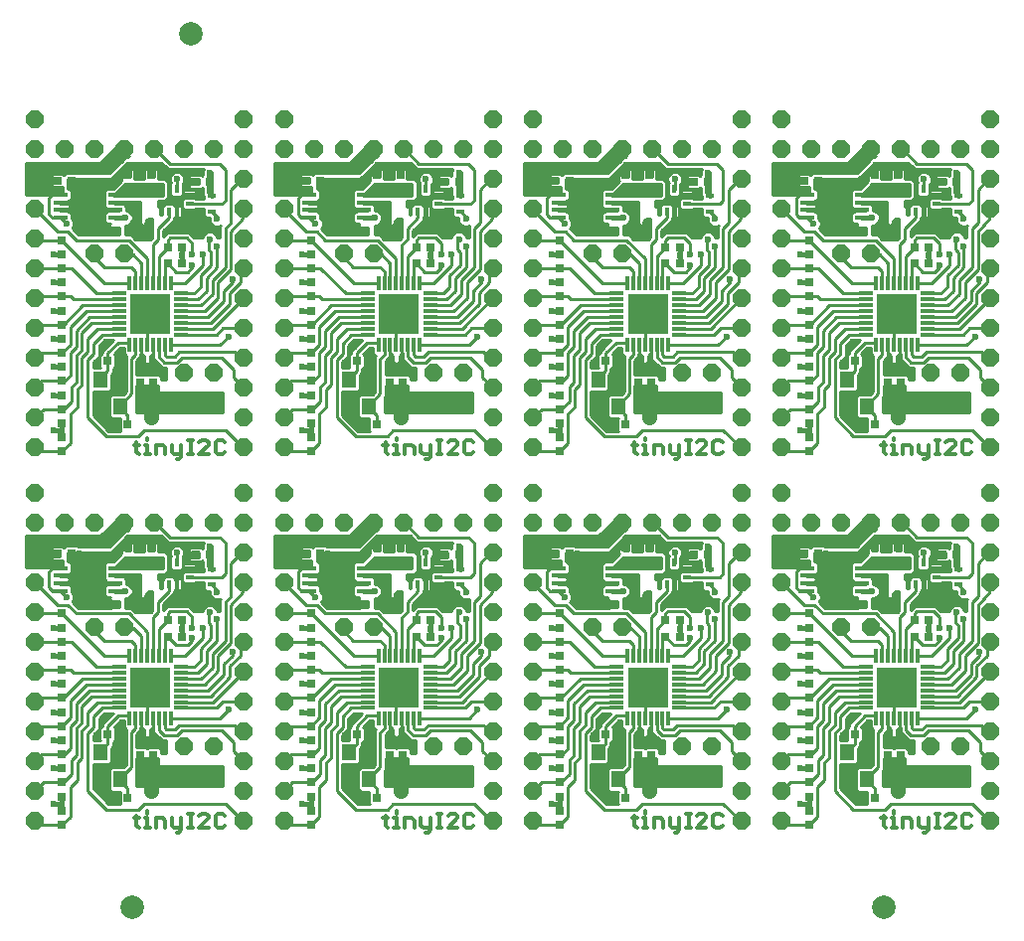
<source format=gtl>
G75*
%MOIN*%
%OFA0B0*%
%FSLAX24Y24*%
%IPPOS*%
%LPD*%
%AMOC8*
5,1,8,0,0,1.08239X$1,22.5*
%
%ADD10C,0.0120*%
%ADD11OC8,0.0591*%
%ADD12R,0.0118X0.0472*%
%ADD13R,0.0472X0.0118*%
%ADD14R,0.1378X0.1378*%
%ADD15R,0.0276X0.0276*%
%ADD16C,0.0276*%
%ADD17C,0.0500*%
%ADD18C,0.0787*%
%ADD19R,0.0157X0.0276*%
%ADD20R,0.0276X0.0157*%
%ADD21R,0.0472X0.0157*%
%ADD22R,0.0669X0.0669*%
%ADD23R,0.0472X0.0551*%
%ADD24C,0.0098*%
%ADD25C,0.0236*%
%ADD26C,0.0157*%
%ADD27C,0.0472*%
%ADD28C,0.0500*%
%ADD29C,0.0315*%
%ADD30C,0.0236*%
D10*
X014310Y009142D02*
X014388Y009064D01*
X014310Y009142D02*
X014310Y009456D01*
X014388Y009378D02*
X014231Y009378D01*
X014594Y009378D02*
X014672Y009378D01*
X014672Y009064D01*
X014594Y009064D02*
X014751Y009064D01*
X014956Y009064D02*
X014956Y009378D01*
X015192Y009378D01*
X015270Y009299D01*
X015270Y009064D01*
X015500Y009142D02*
X015578Y009064D01*
X015814Y009064D01*
X015814Y008985D02*
X015735Y008907D01*
X015657Y008907D01*
X015814Y008985D02*
X015814Y009378D01*
X016044Y009534D02*
X016201Y009534D01*
X016122Y009534D02*
X016122Y009064D01*
X016044Y009064D02*
X016201Y009064D01*
X016406Y009064D02*
X016720Y009378D01*
X016720Y009456D01*
X016642Y009534D01*
X016485Y009534D01*
X016406Y009456D01*
X016406Y009064D02*
X016720Y009064D01*
X016950Y009142D02*
X017029Y009064D01*
X017186Y009064D01*
X017264Y009142D01*
X016950Y009142D02*
X016950Y009456D01*
X017029Y009534D01*
X017186Y009534D01*
X017264Y009456D01*
X015500Y009378D02*
X015500Y009142D01*
X014672Y009534D02*
X014672Y009613D01*
X022578Y009378D02*
X022735Y009378D01*
X022656Y009456D02*
X022656Y009142D01*
X022735Y009064D01*
X022940Y009064D02*
X023097Y009064D01*
X023019Y009064D02*
X023019Y009378D01*
X022940Y009378D01*
X023019Y009534D02*
X023019Y009613D01*
X023303Y009378D02*
X023538Y009378D01*
X023617Y009299D01*
X023617Y009064D01*
X023846Y009142D02*
X023925Y009064D01*
X024160Y009064D01*
X024160Y008985D02*
X024082Y008907D01*
X024003Y008907D01*
X024160Y008985D02*
X024160Y009378D01*
X024390Y009534D02*
X024547Y009534D01*
X024469Y009534D02*
X024469Y009064D01*
X024547Y009064D02*
X024390Y009064D01*
X024753Y009064D02*
X025067Y009378D01*
X025067Y009456D01*
X024988Y009534D01*
X024831Y009534D01*
X024753Y009456D01*
X024753Y009064D02*
X025067Y009064D01*
X025297Y009142D02*
X025375Y009064D01*
X025532Y009064D01*
X025610Y009142D01*
X025297Y009142D02*
X025297Y009456D01*
X025375Y009534D01*
X025532Y009534D01*
X025610Y009456D01*
X023846Y009378D02*
X023846Y009142D01*
X023303Y009064D02*
X023303Y009378D01*
X030924Y009378D02*
X031081Y009378D01*
X031003Y009456D02*
X031003Y009142D01*
X031081Y009064D01*
X031287Y009064D02*
X031444Y009064D01*
X031365Y009064D02*
X031365Y009378D01*
X031287Y009378D01*
X031365Y009534D02*
X031365Y009613D01*
X031649Y009378D02*
X031885Y009378D01*
X031963Y009299D01*
X031963Y009064D01*
X032193Y009142D02*
X032271Y009064D01*
X032507Y009064D01*
X032507Y008985D02*
X032428Y008907D01*
X032350Y008907D01*
X032507Y008985D02*
X032507Y009378D01*
X032737Y009534D02*
X032894Y009534D01*
X032815Y009534D02*
X032815Y009064D01*
X032737Y009064D02*
X032894Y009064D01*
X033099Y009064D02*
X033413Y009378D01*
X033413Y009456D01*
X033335Y009534D01*
X033178Y009534D01*
X033099Y009456D01*
X033099Y009064D02*
X033413Y009064D01*
X033643Y009142D02*
X033721Y009064D01*
X033878Y009064D01*
X033957Y009142D01*
X033957Y009456D02*
X033878Y009534D01*
X033721Y009534D01*
X033643Y009456D01*
X033643Y009142D01*
X032193Y009142D02*
X032193Y009378D01*
X031649Y009378D02*
X031649Y009064D01*
X039271Y009378D02*
X039428Y009378D01*
X039349Y009456D02*
X039349Y009142D01*
X039428Y009064D01*
X039633Y009064D02*
X039790Y009064D01*
X039712Y009064D02*
X039712Y009378D01*
X039633Y009378D01*
X039712Y009534D02*
X039712Y009613D01*
X039996Y009378D02*
X040231Y009378D01*
X040310Y009299D01*
X040310Y009064D01*
X040539Y009142D02*
X040618Y009064D01*
X040853Y009064D01*
X040853Y008985D02*
X040775Y008907D01*
X040696Y008907D01*
X040853Y008985D02*
X040853Y009378D01*
X041083Y009534D02*
X041240Y009534D01*
X041162Y009534D02*
X041162Y009064D01*
X041240Y009064D02*
X041083Y009064D01*
X041446Y009064D02*
X041760Y009378D01*
X041760Y009456D01*
X041681Y009534D01*
X041524Y009534D01*
X041446Y009456D01*
X041446Y009064D02*
X041760Y009064D01*
X041989Y009142D02*
X042068Y009064D01*
X042225Y009064D01*
X042303Y009142D01*
X041989Y009142D02*
X041989Y009456D01*
X042068Y009534D01*
X042225Y009534D01*
X042303Y009456D01*
X040539Y009378D02*
X040539Y009142D01*
X039996Y009064D02*
X039996Y009378D01*
X040696Y021426D02*
X040775Y021426D01*
X040853Y021505D01*
X040853Y021897D01*
X041083Y022054D02*
X041240Y022054D01*
X041162Y022054D02*
X041162Y021583D01*
X041240Y021583D02*
X041083Y021583D01*
X040853Y021583D02*
X040618Y021583D01*
X040539Y021662D01*
X040539Y021897D01*
X040310Y021819D02*
X040310Y021583D01*
X040310Y021819D02*
X040231Y021897D01*
X039996Y021897D01*
X039996Y021583D01*
X039790Y021583D02*
X039633Y021583D01*
X039712Y021583D02*
X039712Y021897D01*
X039633Y021897D01*
X039712Y022054D02*
X039712Y022133D01*
X039428Y021897D02*
X039271Y021897D01*
X039349Y021976D02*
X039349Y021662D01*
X039428Y021583D01*
X041446Y021583D02*
X041760Y021897D01*
X041760Y021976D01*
X041681Y022054D01*
X041524Y022054D01*
X041446Y021976D01*
X041446Y021583D02*
X041760Y021583D01*
X041989Y021662D02*
X042068Y021583D01*
X042225Y021583D01*
X042303Y021662D01*
X041989Y021662D02*
X041989Y021976D01*
X042068Y022054D01*
X042225Y022054D01*
X042303Y021976D01*
X033957Y021976D02*
X033878Y022054D01*
X033721Y022054D01*
X033643Y021976D01*
X033643Y021662D01*
X033721Y021583D01*
X033878Y021583D01*
X033957Y021662D01*
X033413Y021583D02*
X033099Y021583D01*
X033413Y021897D01*
X033413Y021976D01*
X033335Y022054D01*
X033178Y022054D01*
X033099Y021976D01*
X032894Y022054D02*
X032737Y022054D01*
X032815Y022054D02*
X032815Y021583D01*
X032737Y021583D02*
X032894Y021583D01*
X032507Y021583D02*
X032271Y021583D01*
X032193Y021662D01*
X032193Y021897D01*
X031963Y021819D02*
X031963Y021583D01*
X031963Y021819D02*
X031885Y021897D01*
X031649Y021897D01*
X031649Y021583D01*
X031444Y021583D02*
X031287Y021583D01*
X031365Y021583D02*
X031365Y021897D01*
X031287Y021897D01*
X031365Y022054D02*
X031365Y022133D01*
X031081Y021897D02*
X030924Y021897D01*
X031003Y021976D02*
X031003Y021662D01*
X031081Y021583D01*
X032350Y021426D02*
X032428Y021426D01*
X032507Y021505D01*
X032507Y021897D01*
X025610Y021976D02*
X025532Y022054D01*
X025375Y022054D01*
X025297Y021976D01*
X025297Y021662D01*
X025375Y021583D01*
X025532Y021583D01*
X025610Y021662D01*
X025067Y021583D02*
X024753Y021583D01*
X025067Y021897D01*
X025067Y021976D01*
X024988Y022054D01*
X024831Y022054D01*
X024753Y021976D01*
X024547Y022054D02*
X024390Y022054D01*
X024469Y022054D02*
X024469Y021583D01*
X024547Y021583D02*
X024390Y021583D01*
X024160Y021583D02*
X023925Y021583D01*
X023846Y021662D01*
X023846Y021897D01*
X023617Y021819D02*
X023617Y021583D01*
X023617Y021819D02*
X023538Y021897D01*
X023303Y021897D01*
X023303Y021583D01*
X023097Y021583D02*
X022940Y021583D01*
X023019Y021583D02*
X023019Y021897D01*
X022940Y021897D01*
X023019Y022054D02*
X023019Y022133D01*
X022735Y021897D02*
X022578Y021897D01*
X022656Y021976D02*
X022656Y021662D01*
X022735Y021583D01*
X024003Y021426D02*
X024082Y021426D01*
X024160Y021505D01*
X024160Y021897D01*
X017264Y021976D02*
X017186Y022054D01*
X017029Y022054D01*
X016950Y021976D01*
X016950Y021662D01*
X017029Y021583D01*
X017186Y021583D01*
X017264Y021662D01*
X016720Y021583D02*
X016406Y021583D01*
X016720Y021897D01*
X016720Y021976D01*
X016642Y022054D01*
X016485Y022054D01*
X016406Y021976D01*
X016201Y022054D02*
X016044Y022054D01*
X016122Y022054D02*
X016122Y021583D01*
X016044Y021583D02*
X016201Y021583D01*
X015814Y021583D02*
X015578Y021583D01*
X015500Y021662D01*
X015500Y021897D01*
X015270Y021819D02*
X015270Y021583D01*
X015270Y021819D02*
X015192Y021897D01*
X014956Y021897D01*
X014956Y021583D01*
X014751Y021583D02*
X014594Y021583D01*
X014672Y021583D02*
X014672Y021897D01*
X014594Y021897D01*
X014672Y022054D02*
X014672Y022133D01*
X014388Y021897D02*
X014231Y021897D01*
X014310Y021976D02*
X014310Y021662D01*
X014388Y021583D01*
X015657Y021426D02*
X015735Y021426D01*
X015814Y021505D01*
X015814Y021897D01*
D11*
X010907Y009291D03*
X010907Y010291D03*
X010907Y011291D03*
X010907Y012291D03*
X010907Y013291D03*
X010907Y014291D03*
X010907Y015291D03*
X010907Y016291D03*
X010907Y017291D03*
X010907Y018291D03*
X010907Y019291D03*
X011907Y019291D03*
X012907Y019291D03*
X013907Y019291D03*
X014907Y019291D03*
X015907Y019291D03*
X016907Y019291D03*
X017907Y019291D03*
X017907Y018291D03*
X017907Y017291D03*
X017907Y016291D03*
X017907Y015291D03*
X017907Y014291D03*
X017907Y013291D03*
X017907Y012291D03*
X016907Y011791D03*
X015907Y011791D03*
X015907Y010791D03*
X016907Y010791D03*
X017907Y011291D03*
X017907Y010291D03*
X017907Y009291D03*
X019254Y009291D03*
X019254Y010291D03*
X019254Y011291D03*
X019254Y012291D03*
X019254Y013291D03*
X019254Y014291D03*
X019254Y015291D03*
X019254Y016291D03*
X019254Y017291D03*
X019254Y018291D03*
X019254Y019291D03*
X020254Y019291D03*
X021254Y019291D03*
X022254Y019291D03*
X023254Y019291D03*
X024254Y019291D03*
X025254Y019291D03*
X026254Y019291D03*
X026254Y018291D03*
X026254Y017291D03*
X026254Y016291D03*
X026254Y015291D03*
X026254Y014291D03*
X026254Y013291D03*
X026254Y012291D03*
X025254Y011791D03*
X026254Y011291D03*
X026254Y010291D03*
X025254Y010791D03*
X024254Y010791D03*
X024254Y011791D03*
X026254Y009291D03*
X027600Y009291D03*
X027600Y010291D03*
X027600Y011291D03*
X027600Y012291D03*
X027600Y013291D03*
X027600Y014291D03*
X027600Y015291D03*
X027600Y016291D03*
X027600Y017291D03*
X027600Y018291D03*
X027600Y019291D03*
X028600Y019291D03*
X029600Y019291D03*
X030600Y019291D03*
X031600Y019291D03*
X032600Y019291D03*
X033600Y019291D03*
X034600Y019291D03*
X034600Y018291D03*
X035947Y018291D03*
X035947Y019291D03*
X036947Y019291D03*
X037947Y019291D03*
X038947Y019291D03*
X039947Y019291D03*
X040947Y019291D03*
X041947Y019291D03*
X042947Y019291D03*
X042947Y018291D03*
X042947Y017291D03*
X042947Y016291D03*
X042947Y015291D03*
X042947Y014291D03*
X042947Y013291D03*
X042947Y012291D03*
X041947Y011791D03*
X040947Y011791D03*
X040947Y010791D03*
X041947Y010791D03*
X042947Y011291D03*
X042947Y010291D03*
X042947Y009291D03*
X035947Y009291D03*
X034600Y009291D03*
X034600Y010291D03*
X034600Y011291D03*
X035947Y011291D03*
X035947Y010291D03*
X035947Y012291D03*
X034600Y012291D03*
X034600Y013291D03*
X034600Y014291D03*
X035947Y014291D03*
X035947Y013291D03*
X035947Y015291D03*
X035947Y016291D03*
X034600Y016291D03*
X034600Y015291D03*
X034600Y017291D03*
X035947Y017291D03*
X037947Y015791D03*
X038947Y015791D03*
X035947Y020291D03*
X034600Y020291D03*
X034600Y021811D03*
X035947Y021811D03*
X035947Y022811D03*
X035947Y023811D03*
X034600Y023811D03*
X034600Y022811D03*
X033600Y023311D03*
X032600Y023311D03*
X032600Y024311D03*
X033600Y024311D03*
X034600Y024811D03*
X034600Y025811D03*
X035947Y025811D03*
X035947Y024811D03*
X035947Y026811D03*
X034600Y026811D03*
X034600Y027811D03*
X034600Y028811D03*
X035947Y028811D03*
X035947Y027811D03*
X035947Y029811D03*
X034600Y029811D03*
X034600Y030811D03*
X034600Y031811D03*
X035947Y031811D03*
X035947Y030811D03*
X036947Y031811D03*
X037947Y031811D03*
X038947Y031811D03*
X039947Y031811D03*
X040947Y031811D03*
X041947Y031811D03*
X042947Y031811D03*
X042947Y030811D03*
X042947Y029811D03*
X042947Y028811D03*
X042947Y027811D03*
X042947Y026811D03*
X042947Y025811D03*
X042947Y024811D03*
X041947Y024311D03*
X040947Y024311D03*
X040947Y023311D03*
X041947Y023311D03*
X042947Y023811D03*
X042947Y022811D03*
X042947Y021811D03*
X042947Y020291D03*
X038947Y028311D03*
X037947Y028311D03*
X033600Y031811D03*
X032600Y031811D03*
X031600Y031811D03*
X030600Y031811D03*
X029600Y031811D03*
X028600Y031811D03*
X027600Y031811D03*
X027600Y030811D03*
X027600Y029811D03*
X027600Y028811D03*
X027600Y027811D03*
X027600Y026811D03*
X027600Y025811D03*
X027600Y024811D03*
X027600Y023811D03*
X027600Y022811D03*
X027600Y021811D03*
X026254Y021811D03*
X026254Y022811D03*
X026254Y023811D03*
X025254Y024311D03*
X026254Y024811D03*
X026254Y025811D03*
X026254Y026811D03*
X026254Y027811D03*
X026254Y028811D03*
X026254Y029811D03*
X026254Y030811D03*
X026254Y031811D03*
X025254Y031811D03*
X024254Y031811D03*
X023254Y031811D03*
X022254Y031811D03*
X021254Y031811D03*
X020254Y031811D03*
X019254Y031811D03*
X019254Y030811D03*
X019254Y029811D03*
X019254Y028811D03*
X019254Y027811D03*
X019254Y026811D03*
X019254Y025811D03*
X019254Y024811D03*
X019254Y023811D03*
X019254Y022811D03*
X019254Y021811D03*
X017907Y021811D03*
X017907Y022811D03*
X017907Y023811D03*
X016907Y024311D03*
X015907Y024311D03*
X015907Y023311D03*
X016907Y023311D03*
X017907Y024811D03*
X017907Y025811D03*
X017907Y026811D03*
X017907Y027811D03*
X017907Y028811D03*
X017907Y029811D03*
X017907Y030811D03*
X017907Y031811D03*
X016907Y031811D03*
X015907Y031811D03*
X014907Y031811D03*
X013907Y031811D03*
X012907Y031811D03*
X011907Y031811D03*
X010907Y031811D03*
X010907Y030811D03*
X010907Y029811D03*
X010907Y028811D03*
X010907Y027811D03*
X010907Y026811D03*
X010907Y025811D03*
X010907Y024811D03*
X010907Y023811D03*
X010907Y022811D03*
X010907Y021811D03*
X010907Y020291D03*
X012907Y015791D03*
X013907Y015791D03*
X017907Y020291D03*
X019254Y020291D03*
X024254Y023311D03*
X024254Y024311D03*
X025254Y023311D03*
X026254Y020291D03*
X027600Y020291D03*
X029600Y015791D03*
X030600Y015791D03*
X032600Y011791D03*
X033600Y011791D03*
X033600Y010791D03*
X032600Y010791D03*
X022254Y015791D03*
X021254Y015791D03*
X021254Y028311D03*
X022254Y028311D03*
X019254Y032811D03*
X017907Y032811D03*
X013907Y028311D03*
X012907Y028311D03*
X010907Y032811D03*
X026254Y032811D03*
X027600Y032811D03*
X029600Y028311D03*
X030600Y028311D03*
X034600Y032811D03*
X035947Y032811D03*
X042947Y032811D03*
D12*
X040490Y027330D03*
X040293Y027330D03*
X040096Y027330D03*
X039900Y027330D03*
X039703Y027330D03*
X039506Y027330D03*
X039309Y027330D03*
X039112Y027330D03*
X039112Y025244D03*
X039309Y025244D03*
X039506Y025244D03*
X039703Y025244D03*
X039900Y025244D03*
X040096Y025244D03*
X040293Y025244D03*
X040490Y025244D03*
X032144Y025244D03*
X031947Y025244D03*
X031750Y025244D03*
X031553Y025244D03*
X031356Y025244D03*
X031159Y025244D03*
X030963Y025244D03*
X030766Y025244D03*
X030766Y027330D03*
X030963Y027330D03*
X031159Y027330D03*
X031356Y027330D03*
X031553Y027330D03*
X031750Y027330D03*
X031947Y027330D03*
X032144Y027330D03*
X023797Y027330D03*
X023600Y027330D03*
X023403Y027330D03*
X023207Y027330D03*
X023010Y027330D03*
X022813Y027330D03*
X022616Y027330D03*
X022419Y027330D03*
X022419Y025244D03*
X022616Y025244D03*
X022813Y025244D03*
X023010Y025244D03*
X023207Y025244D03*
X023403Y025244D03*
X023600Y025244D03*
X023797Y025244D03*
X015451Y025244D03*
X015254Y025244D03*
X015057Y025244D03*
X014860Y025244D03*
X014663Y025244D03*
X014466Y025244D03*
X014270Y025244D03*
X014073Y025244D03*
X014073Y027330D03*
X014270Y027330D03*
X014466Y027330D03*
X014663Y027330D03*
X014860Y027330D03*
X015057Y027330D03*
X015254Y027330D03*
X015451Y027330D03*
X015451Y014811D03*
X015254Y014811D03*
X015057Y014811D03*
X014860Y014811D03*
X014663Y014811D03*
X014466Y014811D03*
X014270Y014811D03*
X014073Y014811D03*
X014073Y012724D03*
X014270Y012724D03*
X014466Y012724D03*
X014663Y012724D03*
X014860Y012724D03*
X015057Y012724D03*
X015254Y012724D03*
X015451Y012724D03*
X022419Y012724D03*
X022616Y012724D03*
X022813Y012724D03*
X023010Y012724D03*
X023207Y012724D03*
X023403Y012724D03*
X023600Y012724D03*
X023797Y012724D03*
X023797Y014811D03*
X023600Y014811D03*
X023403Y014811D03*
X023207Y014811D03*
X023010Y014811D03*
X022813Y014811D03*
X022616Y014811D03*
X022419Y014811D03*
X030766Y014811D03*
X030963Y014811D03*
X031159Y014811D03*
X031356Y014811D03*
X031553Y014811D03*
X031750Y014811D03*
X031947Y014811D03*
X032144Y014811D03*
X032144Y012724D03*
X031947Y012724D03*
X031750Y012724D03*
X031553Y012724D03*
X031356Y012724D03*
X031159Y012724D03*
X030963Y012724D03*
X030766Y012724D03*
X039112Y012724D03*
X039309Y012724D03*
X039506Y012724D03*
X039703Y012724D03*
X039900Y012724D03*
X040096Y012724D03*
X040293Y012724D03*
X040490Y012724D03*
X040490Y014811D03*
X040293Y014811D03*
X040096Y014811D03*
X039900Y014811D03*
X039703Y014811D03*
X039506Y014811D03*
X039309Y014811D03*
X039112Y014811D03*
D13*
X038758Y014456D03*
X038758Y014259D03*
X038758Y014063D03*
X038758Y013866D03*
X038758Y013669D03*
X038758Y013472D03*
X038758Y013275D03*
X038758Y013078D03*
X040844Y013078D03*
X040844Y013275D03*
X040844Y013472D03*
X040844Y013669D03*
X040844Y013866D03*
X040844Y014063D03*
X040844Y014259D03*
X040844Y014456D03*
X032498Y014456D03*
X032498Y014259D03*
X032498Y014063D03*
X032498Y013866D03*
X032498Y013669D03*
X032498Y013472D03*
X032498Y013275D03*
X032498Y013078D03*
X030411Y013078D03*
X030411Y013275D03*
X030411Y013472D03*
X030411Y013669D03*
X030411Y013866D03*
X030411Y014063D03*
X030411Y014259D03*
X030411Y014456D03*
X024152Y014456D03*
X024152Y014259D03*
X024152Y014063D03*
X024152Y013866D03*
X024152Y013669D03*
X024152Y013472D03*
X024152Y013275D03*
X024152Y013078D03*
X022065Y013078D03*
X022065Y013275D03*
X022065Y013472D03*
X022065Y013669D03*
X022065Y013866D03*
X022065Y014063D03*
X022065Y014259D03*
X022065Y014456D03*
X015805Y014456D03*
X015805Y014259D03*
X015805Y014063D03*
X015805Y013866D03*
X015805Y013669D03*
X015805Y013472D03*
X015805Y013275D03*
X015805Y013078D03*
X013718Y013078D03*
X013718Y013275D03*
X013718Y013472D03*
X013718Y013669D03*
X013718Y013866D03*
X013718Y014063D03*
X013718Y014259D03*
X013718Y014456D03*
X013718Y025598D03*
X013718Y025795D03*
X013718Y025992D03*
X013718Y026189D03*
X013718Y026385D03*
X013718Y026582D03*
X013718Y026779D03*
X013718Y026976D03*
X015805Y026976D03*
X015805Y026779D03*
X015805Y026582D03*
X015805Y026385D03*
X015805Y026189D03*
X015805Y025992D03*
X015805Y025795D03*
X015805Y025598D03*
X022065Y025598D03*
X022065Y025795D03*
X022065Y025992D03*
X022065Y026189D03*
X022065Y026385D03*
X022065Y026582D03*
X022065Y026779D03*
X022065Y026976D03*
X024152Y026976D03*
X024152Y026779D03*
X024152Y026582D03*
X024152Y026385D03*
X024152Y026189D03*
X024152Y025992D03*
X024152Y025795D03*
X024152Y025598D03*
X030411Y025598D03*
X030411Y025795D03*
X030411Y025992D03*
X030411Y026189D03*
X030411Y026385D03*
X030411Y026582D03*
X030411Y026779D03*
X030411Y026976D03*
X032498Y026976D03*
X032498Y026779D03*
X032498Y026582D03*
X032498Y026385D03*
X032498Y026189D03*
X032498Y025992D03*
X032498Y025795D03*
X032498Y025598D03*
X038758Y025598D03*
X038758Y025795D03*
X038758Y025992D03*
X038758Y026189D03*
X038758Y026385D03*
X038758Y026582D03*
X038758Y026779D03*
X038758Y026976D03*
X040844Y026976D03*
X040844Y026779D03*
X040844Y026582D03*
X040844Y026385D03*
X040844Y026189D03*
X040844Y025992D03*
X040844Y025795D03*
X040844Y025598D03*
D14*
X039801Y026287D03*
X031455Y026287D03*
X023108Y026287D03*
X014762Y026287D03*
X014762Y013767D03*
X023108Y013767D03*
X031455Y013767D03*
X039801Y013767D03*
D15*
X040392Y015460D03*
X040864Y015460D03*
X040864Y016011D03*
X040392Y016011D03*
X039132Y016563D03*
X038659Y016563D03*
X039053Y017980D03*
X039053Y018452D03*
X039840Y018452D03*
X039840Y017980D03*
X041337Y018216D03*
X041809Y018216D03*
X037163Y018256D03*
X036691Y018256D03*
X036848Y016248D03*
X036848Y015775D03*
X036848Y015303D03*
X036848Y014830D03*
X036848Y014358D03*
X036848Y013885D03*
X036848Y013413D03*
X036848Y012941D03*
X036848Y012468D03*
X036848Y011996D03*
X036848Y011523D03*
X036848Y011051D03*
X036848Y010578D03*
X036848Y010106D03*
X036848Y009633D03*
X036848Y009161D03*
X038581Y010067D03*
X039053Y010067D03*
X039486Y011484D03*
X039919Y011484D03*
X039919Y011956D03*
X039486Y011956D03*
X038856Y012193D03*
X038384Y012193D03*
X032518Y015460D03*
X032045Y015460D03*
X032045Y016011D03*
X032518Y016011D03*
X030785Y016563D03*
X030313Y016563D03*
X030707Y017980D03*
X030707Y018452D03*
X031494Y018452D03*
X031494Y017980D03*
X032990Y018216D03*
X033463Y018216D03*
X028817Y018256D03*
X028344Y018256D03*
X028502Y016248D03*
X028502Y015775D03*
X028502Y015303D03*
X028502Y014830D03*
X028502Y014358D03*
X028502Y013885D03*
X028502Y013413D03*
X028502Y012941D03*
X028502Y012468D03*
X028502Y011996D03*
X028502Y011523D03*
X028502Y011051D03*
X028502Y010578D03*
X028502Y010106D03*
X028502Y009633D03*
X028502Y009161D03*
X030234Y010067D03*
X030707Y010067D03*
X031140Y011484D03*
X031573Y011484D03*
X031573Y011956D03*
X031140Y011956D03*
X030510Y012193D03*
X030037Y012193D03*
X024171Y015460D03*
X023699Y015460D03*
X023699Y016011D03*
X024171Y016011D03*
X022439Y016563D03*
X021966Y016563D03*
X020155Y016248D03*
X020155Y015775D03*
X020155Y015303D03*
X020155Y014830D03*
X020155Y014358D03*
X020155Y013885D03*
X020155Y013413D03*
X020155Y012941D03*
X020155Y012468D03*
X020155Y011996D03*
X020155Y011523D03*
X020155Y011051D03*
X020155Y010578D03*
X020155Y010106D03*
X020155Y009633D03*
X020155Y009161D03*
X021888Y010067D03*
X022360Y010067D03*
X022793Y011484D03*
X023226Y011484D03*
X023226Y011956D03*
X022793Y011956D03*
X022163Y012193D03*
X021691Y012193D03*
X015825Y015460D03*
X015352Y015460D03*
X015352Y016011D03*
X015825Y016011D03*
X014092Y016563D03*
X013620Y016563D03*
X014014Y017980D03*
X014014Y018452D03*
X014801Y018452D03*
X014801Y017980D03*
X016297Y018216D03*
X016770Y018216D03*
X019998Y018256D03*
X020470Y018256D03*
X022360Y018452D03*
X022360Y017980D03*
X023148Y017980D03*
X023148Y018452D03*
X024644Y018216D03*
X025116Y018216D03*
X028502Y021681D03*
X028502Y022153D03*
X028502Y022626D03*
X028502Y023098D03*
X028502Y023570D03*
X028502Y024043D03*
X028502Y024515D03*
X028502Y024988D03*
X028502Y025460D03*
X028502Y025933D03*
X028502Y026405D03*
X028502Y026878D03*
X028502Y027350D03*
X028502Y027822D03*
X028502Y028295D03*
X028502Y028767D03*
X030313Y029082D03*
X030785Y029082D03*
X032045Y028531D03*
X032518Y028531D03*
X032518Y027980D03*
X032045Y027980D03*
X031494Y030500D03*
X031494Y030972D03*
X030707Y030972D03*
X030707Y030500D03*
X028817Y030775D03*
X028344Y030775D03*
X025116Y030736D03*
X024644Y030736D03*
X023148Y030972D03*
X023148Y030500D03*
X022360Y030500D03*
X022360Y030972D03*
X020470Y030775D03*
X019998Y030775D03*
X021966Y029082D03*
X022439Y029082D03*
X023699Y028531D03*
X024171Y028531D03*
X024171Y027980D03*
X023699Y027980D03*
X020155Y027822D03*
X020155Y027350D03*
X020155Y026878D03*
X020155Y026405D03*
X020155Y025933D03*
X020155Y025460D03*
X020155Y024988D03*
X020155Y024515D03*
X020155Y024043D03*
X020155Y023570D03*
X020155Y023098D03*
X020155Y022626D03*
X020155Y022153D03*
X020155Y021681D03*
X021888Y022586D03*
X022360Y022586D03*
X022793Y024004D03*
X023226Y024004D03*
X023226Y024476D03*
X022793Y024476D03*
X022163Y024712D03*
X021691Y024712D03*
X020155Y028295D03*
X020155Y028767D03*
X016770Y030736D03*
X016297Y030736D03*
X014801Y030972D03*
X014801Y030500D03*
X014014Y030500D03*
X014014Y030972D03*
X012124Y030775D03*
X011652Y030775D03*
X013620Y029082D03*
X014092Y029082D03*
X015352Y028531D03*
X015825Y028531D03*
X015825Y027980D03*
X015352Y027980D03*
X011809Y027822D03*
X011809Y027350D03*
X011809Y026878D03*
X011809Y026405D03*
X011809Y025933D03*
X011809Y025460D03*
X011809Y024988D03*
X011809Y024515D03*
X011809Y024043D03*
X011809Y023570D03*
X011809Y023098D03*
X011809Y022626D03*
X011809Y022153D03*
X011809Y021681D03*
X013541Y022586D03*
X014014Y022586D03*
X014447Y024004D03*
X014880Y024004D03*
X014880Y024476D03*
X014447Y024476D03*
X013817Y024712D03*
X013344Y024712D03*
X011809Y028295D03*
X011809Y028767D03*
X011652Y018256D03*
X012124Y018256D03*
X011809Y016248D03*
X011809Y015775D03*
X011809Y015303D03*
X011809Y014830D03*
X011809Y014358D03*
X011809Y013885D03*
X011809Y013413D03*
X011809Y012941D03*
X011809Y012468D03*
X011809Y011996D03*
X011809Y011523D03*
X011809Y011051D03*
X011809Y010578D03*
X011809Y010106D03*
X011809Y009633D03*
X011809Y009161D03*
X013541Y010067D03*
X014014Y010067D03*
X014447Y011484D03*
X014880Y011484D03*
X014880Y011956D03*
X014447Y011956D03*
X013817Y012193D03*
X013344Y012193D03*
X030234Y022586D03*
X030707Y022586D03*
X031140Y024004D03*
X031573Y024004D03*
X031573Y024476D03*
X031140Y024476D03*
X030510Y024712D03*
X030037Y024712D03*
X036848Y024515D03*
X036848Y024043D03*
X036848Y023570D03*
X036848Y023098D03*
X036848Y022626D03*
X036848Y022153D03*
X036848Y021681D03*
X038581Y022586D03*
X039053Y022586D03*
X039486Y024004D03*
X039919Y024004D03*
X039919Y024476D03*
X039486Y024476D03*
X038856Y024712D03*
X038384Y024712D03*
X036848Y024988D03*
X036848Y025460D03*
X036848Y025933D03*
X036848Y026405D03*
X036848Y026878D03*
X036848Y027350D03*
X036848Y027822D03*
X036848Y028295D03*
X036848Y028767D03*
X038659Y029082D03*
X039132Y029082D03*
X040392Y028531D03*
X040864Y028531D03*
X040864Y027980D03*
X040392Y027980D03*
X039840Y030500D03*
X039840Y030972D03*
X039053Y030972D03*
X039053Y030500D03*
X037163Y030775D03*
X036691Y030775D03*
X033463Y030736D03*
X032990Y030736D03*
X041337Y030736D03*
X041809Y030736D03*
D16*
X039447Y030460D03*
X038305Y031208D03*
X039486Y029082D03*
X031140Y029082D03*
X031100Y030460D03*
X029959Y031208D03*
X022754Y030460D03*
X021612Y031208D03*
X022793Y029082D03*
X014447Y029082D03*
X014407Y030460D03*
X013266Y031208D03*
X013266Y018689D03*
X014407Y017941D03*
X014447Y016563D03*
X021612Y018689D03*
X022754Y017941D03*
X022793Y016563D03*
X029959Y018689D03*
X031100Y017941D03*
X031140Y016563D03*
X038305Y018689D03*
X039447Y017941D03*
X039486Y016563D03*
D17*
X039840Y010303D03*
X031494Y010303D03*
X023148Y010303D03*
X014801Y010303D03*
X014801Y022822D03*
X023148Y022822D03*
X031494Y022822D03*
X039840Y022822D03*
D18*
X039368Y006405D03*
X014171Y006405D03*
X016140Y035696D03*
D19*
X015648Y030480D03*
X015136Y030480D03*
X015136Y029732D03*
X015392Y029732D03*
X015648Y029732D03*
X023482Y029732D03*
X023738Y029732D03*
X023994Y029732D03*
X023994Y030480D03*
X023482Y030480D03*
X031829Y030480D03*
X032340Y030480D03*
X032340Y029732D03*
X032085Y029732D03*
X031829Y029732D03*
X040175Y029732D03*
X040431Y029732D03*
X040687Y029732D03*
X040687Y030480D03*
X040175Y030480D03*
X040175Y017960D03*
X040687Y017960D03*
X040687Y017212D03*
X040431Y017212D03*
X040175Y017212D03*
X032340Y017212D03*
X032085Y017212D03*
X031829Y017212D03*
X031829Y017960D03*
X032340Y017960D03*
X023994Y017960D03*
X023482Y017960D03*
X023482Y017212D03*
X023738Y017212D03*
X023994Y017212D03*
X015648Y017212D03*
X015392Y017212D03*
X015136Y017212D03*
X015136Y017960D03*
X015648Y017960D03*
D20*
X016081Y017724D03*
X016081Y017468D03*
X016081Y017212D03*
X016829Y017212D03*
X016829Y017724D03*
X024427Y017724D03*
X024427Y017468D03*
X024427Y017212D03*
X025175Y017212D03*
X025175Y017724D03*
X032774Y017724D03*
X032774Y017468D03*
X032774Y017212D03*
X033522Y017212D03*
X033522Y017724D03*
X041120Y017724D03*
X041120Y017468D03*
X041120Y017212D03*
X041868Y017212D03*
X041868Y017724D03*
X041868Y029732D03*
X041868Y030244D03*
X041120Y030244D03*
X041120Y029988D03*
X041120Y029732D03*
X033522Y029732D03*
X033522Y030244D03*
X032774Y030244D03*
X032774Y029988D03*
X032774Y029732D03*
X025175Y029732D03*
X025175Y030244D03*
X024427Y030244D03*
X024427Y029988D03*
X024427Y029732D03*
X016829Y029732D03*
X016829Y030244D03*
X016081Y030244D03*
X016081Y029988D03*
X016081Y029732D03*
D21*
X013585Y029781D03*
X013585Y029526D03*
X013585Y030037D03*
X013585Y030293D03*
X011765Y030293D03*
X011765Y030037D03*
X011765Y029781D03*
X011765Y029526D03*
X020111Y029526D03*
X020111Y029781D03*
X020111Y030037D03*
X020111Y030293D03*
X021932Y030293D03*
X021932Y030037D03*
X021932Y029781D03*
X021932Y029526D03*
X028457Y029526D03*
X028457Y029781D03*
X028457Y030037D03*
X028457Y030293D03*
X030278Y030293D03*
X030278Y030037D03*
X030278Y029781D03*
X030278Y029526D03*
X036804Y029526D03*
X036804Y029781D03*
X036804Y030037D03*
X036804Y030293D03*
X038625Y030293D03*
X038625Y030037D03*
X038625Y029781D03*
X038625Y029526D03*
X038625Y017774D03*
X038625Y017518D03*
X038625Y017262D03*
X038625Y017006D03*
X036804Y017006D03*
X036804Y017262D03*
X036804Y017518D03*
X036804Y017774D03*
X030278Y017774D03*
X030278Y017518D03*
X030278Y017262D03*
X030278Y017006D03*
X028457Y017006D03*
X028457Y017262D03*
X028457Y017518D03*
X028457Y017774D03*
X021932Y017774D03*
X021932Y017518D03*
X021932Y017262D03*
X021932Y017006D03*
X020111Y017006D03*
X020111Y017262D03*
X020111Y017518D03*
X020111Y017774D03*
X013585Y017774D03*
X013585Y017518D03*
X013585Y017262D03*
X013585Y017006D03*
X011765Y017006D03*
X011765Y017262D03*
X011765Y017518D03*
X011765Y017774D03*
D22*
X012675Y017389D03*
X021022Y017389D03*
X029368Y017389D03*
X037715Y017389D03*
X037715Y029909D03*
X029368Y029909D03*
X021022Y029909D03*
X012675Y029909D03*
D23*
X013089Y024102D03*
X013758Y024102D03*
X013758Y023196D03*
X013089Y023196D03*
X021435Y023196D03*
X022104Y023196D03*
X022104Y024102D03*
X021435Y024102D03*
X029781Y024102D03*
X030451Y024102D03*
X030451Y023196D03*
X029781Y023196D03*
X038128Y023196D03*
X038797Y023196D03*
X038797Y024102D03*
X038128Y024102D03*
X038128Y011582D03*
X038797Y011582D03*
X038797Y010677D03*
X038128Y010677D03*
X030451Y010677D03*
X029781Y010677D03*
X029781Y011582D03*
X030451Y011582D03*
X022104Y011582D03*
X021435Y011582D03*
X021435Y010677D03*
X022104Y010677D03*
X013758Y010677D03*
X013089Y010677D03*
X013089Y011582D03*
X013758Y011582D03*
D24*
X013758Y011504D01*
X013502Y011287D01*
X013344Y010972D01*
X013089Y010756D01*
X013089Y010677D01*
X012852Y010640D02*
X013394Y010640D01*
X013394Y010737D02*
X012852Y010737D01*
X012852Y010834D02*
X013394Y010834D01*
X013394Y010931D02*
X012852Y010931D01*
X012852Y011028D02*
X013416Y011028D01*
X013394Y011005D02*
X013469Y011080D01*
X013871Y011080D01*
X013955Y011164D01*
X013955Y012345D01*
X013970Y012360D01*
X013961Y012360D01*
X013886Y012435D01*
X013886Y012645D01*
X013772Y012645D01*
X013560Y012433D01*
X013610Y012383D01*
X013610Y012002D01*
X013535Y011927D01*
X013522Y011927D01*
X013522Y011804D01*
X013453Y011735D01*
X013453Y011254D01*
X013378Y011179D01*
X012852Y011179D01*
X012852Y010376D01*
X013378Y009850D01*
X013774Y009850D01*
X013748Y009876D01*
X013748Y010257D01*
X013764Y010273D01*
X013469Y010273D01*
X013394Y010348D01*
X013394Y011005D01*
X013420Y011221D02*
X013955Y011221D01*
X013955Y011318D02*
X013453Y011318D01*
X013453Y011415D02*
X013955Y011415D01*
X013955Y011512D02*
X013453Y011512D01*
X013453Y011609D02*
X013955Y011609D01*
X013955Y011706D02*
X013453Y011706D01*
X013520Y011803D02*
X013955Y011803D01*
X013955Y011900D02*
X013522Y011900D01*
X013605Y011997D02*
X013955Y011997D01*
X013955Y012094D02*
X013610Y012094D01*
X013610Y012191D02*
X013955Y012191D01*
X013955Y012288D02*
X013610Y012288D01*
X013609Y012385D02*
X013936Y012385D01*
X013886Y012481D02*
X013608Y012481D01*
X013705Y012578D02*
X013886Y012578D01*
X014073Y012724D02*
X014073Y012822D01*
X013699Y012822D01*
X013344Y012468D01*
X013344Y012193D01*
X013344Y011878D01*
X013108Y011641D01*
X013108Y011602D01*
X013089Y011582D01*
X013095Y011986D02*
X012852Y011986D01*
X012852Y012159D01*
X013049Y012355D01*
X013049Y012710D01*
X013241Y012901D01*
X013419Y012901D01*
X013429Y012891D01*
X013517Y012891D01*
X013271Y012645D01*
X013167Y012541D01*
X013167Y012458D01*
X013154Y012458D01*
X013079Y012383D01*
X013079Y012002D01*
X013095Y011986D01*
X013084Y011997D02*
X012852Y011997D01*
X012852Y012094D02*
X013079Y012094D01*
X013079Y012191D02*
X012884Y012191D01*
X012981Y012288D02*
X013079Y012288D01*
X013080Y012385D02*
X013049Y012385D01*
X013049Y012481D02*
X013167Y012481D01*
X013204Y012578D02*
X013049Y012578D01*
X013049Y012675D02*
X013301Y012675D01*
X013398Y012772D02*
X013112Y012772D01*
X013209Y012869D02*
X013495Y012869D01*
X013718Y013078D02*
X013167Y013078D01*
X012872Y012783D01*
X012872Y012429D01*
X012675Y012232D01*
X012675Y010303D01*
X013305Y009673D01*
X014368Y009673D01*
X014565Y009870D01*
X017281Y009870D01*
X017860Y009291D01*
X017907Y009291D01*
X019254Y009291D02*
X019384Y009161D01*
X020155Y009161D01*
X020431Y009437D01*
X020431Y010421D01*
X020667Y010657D01*
X020667Y011248D01*
X020825Y011405D01*
X020825Y012311D01*
X021022Y012507D01*
X021022Y012941D01*
X021356Y013275D01*
X022065Y013275D01*
X022065Y013078D02*
X021514Y013078D01*
X021218Y012783D01*
X021218Y012429D01*
X021022Y012232D01*
X021022Y010303D01*
X021652Y009673D01*
X022715Y009673D01*
X022911Y009870D01*
X025628Y009870D01*
X026207Y009291D01*
X026254Y009291D01*
X027600Y009291D02*
X027730Y009161D01*
X028502Y009161D01*
X028777Y009437D01*
X028777Y010421D01*
X029014Y010657D01*
X029014Y011248D01*
X029171Y011405D01*
X029171Y012311D01*
X029368Y012507D01*
X029368Y012941D01*
X029703Y013275D01*
X030411Y013275D01*
X030411Y013078D02*
X029860Y013078D01*
X029565Y012783D01*
X029565Y012429D01*
X029368Y012232D01*
X029368Y010303D01*
X029998Y009673D01*
X031061Y009673D01*
X031258Y009870D01*
X033974Y009870D01*
X034553Y009291D01*
X034600Y009291D01*
X035947Y009291D02*
X036077Y009161D01*
X036848Y009161D01*
X037124Y009437D01*
X037124Y010421D01*
X037360Y010657D01*
X037360Y011248D01*
X037518Y011405D01*
X037518Y012311D01*
X037715Y012507D01*
X037715Y012941D01*
X038049Y013275D01*
X038758Y013275D01*
X038758Y013078D02*
X038207Y013078D01*
X037911Y012783D01*
X037911Y012429D01*
X037715Y012232D01*
X037715Y010303D01*
X038344Y009673D01*
X039407Y009673D01*
X039604Y009870D01*
X042321Y009870D01*
X042900Y009291D01*
X042947Y009291D01*
X042242Y010460D02*
X039329Y010460D01*
X039329Y010997D01*
X039348Y011017D01*
X039348Y011385D01*
X040077Y011385D01*
X040077Y011130D01*
X042242Y011130D01*
X042242Y010460D01*
X042242Y010543D02*
X039329Y010543D01*
X039329Y010640D02*
X042242Y010640D01*
X042242Y010737D02*
X039329Y010737D01*
X039329Y010834D02*
X042242Y010834D01*
X042242Y010931D02*
X039329Y010931D01*
X039348Y011028D02*
X042242Y011028D01*
X042242Y011124D02*
X039348Y011124D01*
X039348Y011221D02*
X040077Y011221D01*
X040077Y011318D02*
X039348Y011318D01*
X039171Y011090D02*
X038797Y010716D01*
X038797Y010677D01*
X038797Y010637D01*
X039053Y010381D01*
X039053Y010067D01*
X038787Y010058D02*
X038210Y010058D01*
X038306Y009961D02*
X038787Y009961D01*
X038787Y009876D02*
X038813Y009850D01*
X038418Y009850D01*
X037892Y010376D01*
X037892Y011179D01*
X038417Y011179D01*
X038492Y011254D01*
X038492Y011735D01*
X038561Y011804D01*
X038561Y011927D01*
X038575Y011927D01*
X038650Y012002D01*
X038650Y012383D01*
X038600Y012433D01*
X038812Y012645D01*
X038925Y012645D01*
X038925Y012435D01*
X039000Y012360D01*
X039009Y012360D01*
X038994Y012345D01*
X038994Y011164D01*
X038911Y011080D01*
X038508Y011080D01*
X038433Y011005D01*
X038433Y010348D01*
X038508Y010273D01*
X038803Y010273D01*
X038787Y010257D01*
X038787Y009876D01*
X038799Y009864D02*
X038403Y009864D01*
X038113Y010155D02*
X038787Y010155D01*
X038787Y010252D02*
X038016Y010252D01*
X037919Y010349D02*
X038433Y010349D01*
X038433Y010446D02*
X037892Y010446D01*
X037892Y010543D02*
X038433Y010543D01*
X038433Y010640D02*
X037892Y010640D01*
X037892Y010737D02*
X038433Y010737D01*
X038433Y010834D02*
X037892Y010834D01*
X037892Y010931D02*
X038433Y010931D01*
X038384Y010972D02*
X038128Y010756D01*
X038128Y010677D01*
X038384Y010972D02*
X038541Y011287D01*
X038797Y011504D01*
X038797Y011582D01*
X038994Y011609D02*
X038492Y011609D01*
X038492Y011512D02*
X038994Y011512D01*
X038994Y011415D02*
X038492Y011415D01*
X038492Y011318D02*
X038994Y011318D01*
X038994Y011221D02*
X038460Y011221D01*
X038455Y011028D02*
X037892Y011028D01*
X037892Y011124D02*
X038955Y011124D01*
X039171Y011090D02*
X039171Y012271D01*
X039309Y012409D01*
X039309Y012724D01*
X039506Y012724D02*
X039506Y012330D01*
X039486Y012336D02*
X039486Y012425D01*
X039496Y012435D01*
X039496Y012468D01*
X039516Y012468D01*
X039516Y012435D01*
X039591Y012360D01*
X039594Y012360D01*
X039594Y012156D01*
X039646Y012104D01*
X039720Y012104D01*
X039759Y012104D01*
X039811Y012156D01*
X039811Y012360D01*
X039815Y012360D01*
X039890Y012435D01*
X039890Y012468D01*
X039909Y012468D01*
X039909Y012435D01*
X039919Y012425D01*
X039919Y012257D01*
X040200Y011976D01*
X040352Y011976D01*
X040352Y011563D01*
X040185Y011563D01*
X040185Y011675D01*
X040110Y011750D01*
X039728Y011750D01*
X039703Y011724D01*
X039677Y011750D01*
X039348Y011750D01*
X039348Y012198D01*
X039486Y012336D01*
X039486Y012385D02*
X039566Y012385D01*
X039594Y012288D02*
X039438Y012288D01*
X039348Y012191D02*
X039594Y012191D01*
X039811Y012191D02*
X039986Y012191D01*
X039919Y012288D02*
X039811Y012288D01*
X039900Y012330D02*
X039900Y012724D01*
X040096Y012724D02*
X040096Y012330D01*
X040274Y012153D01*
X040707Y012153D01*
X040864Y012311D01*
X042203Y012311D01*
X042596Y011917D01*
X042596Y011641D01*
X042947Y011291D01*
X042947Y012291D02*
X042927Y012311D01*
X042833Y012311D01*
X042636Y012507D01*
X040785Y012507D01*
X040628Y012350D01*
X040352Y012350D01*
X040293Y012409D01*
X040293Y012724D01*
X040490Y012724D02*
X042144Y012724D01*
X042439Y013019D01*
X042238Y013291D02*
X042947Y013291D01*
X042238Y013291D02*
X042026Y013078D01*
X040844Y013078D01*
X040844Y013275D02*
X041907Y013275D01*
X042923Y014291D01*
X042947Y014291D01*
X042478Y014122D02*
X042478Y014476D01*
X042833Y014830D01*
X042833Y015177D01*
X042947Y015291D01*
X042518Y015263D02*
X042085Y014830D01*
X042085Y014319D01*
X041632Y013866D01*
X040844Y013866D01*
X040844Y014063D02*
X041514Y014063D01*
X041888Y014437D01*
X041888Y014909D01*
X042321Y015342D01*
X042321Y016641D01*
X042518Y016838D01*
X042518Y017941D01*
X042868Y018291D01*
X042947Y018291D01*
X042321Y018610D02*
X042321Y017586D01*
X042203Y017468D01*
X041120Y017468D01*
X040854Y017425D02*
X040616Y017425D01*
X040638Y017403D02*
X040563Y017478D01*
X040299Y017478D01*
X040224Y017403D01*
X040224Y017359D01*
X040205Y017339D01*
X040205Y017104D01*
X040146Y017104D01*
X040146Y017339D01*
X040105Y017380D01*
X040057Y017380D01*
X040057Y017567D01*
X040308Y017567D01*
X040411Y017670D01*
X040411Y018211D01*
X040308Y018315D01*
X040067Y018315D01*
X040067Y018599D01*
X040027Y018639D01*
X039969Y018639D01*
X039929Y018599D01*
X039929Y018364D01*
X039752Y018364D01*
X039752Y018599D01*
X039712Y018639D01*
X039654Y018639D01*
X039614Y018599D01*
X039614Y018315D01*
X039279Y018315D01*
X039279Y018599D01*
X039239Y018639D01*
X039182Y018639D01*
X039142Y018599D01*
X039142Y018364D01*
X038964Y018364D01*
X038964Y018402D01*
X038924Y018443D01*
X038867Y018443D01*
X038827Y018402D01*
X038827Y018266D01*
X038840Y018253D01*
X038567Y017980D01*
X038336Y017980D01*
X038261Y017905D01*
X038261Y017386D01*
X038336Y017311D01*
X038337Y017311D01*
X038386Y017261D01*
X038768Y017261D01*
X038768Y017242D01*
X038386Y017242D01*
X038357Y017213D01*
X038336Y017213D01*
X038261Y017138D01*
X038261Y016874D01*
X038336Y016799D01*
X038456Y016799D01*
X038453Y016796D01*
X038453Y016723D01*
X038505Y016671D01*
X038768Y016671D01*
X038768Y016454D01*
X038505Y016454D01*
X038475Y016425D01*
X037394Y016425D01*
X037187Y016632D01*
X037214Y016659D01*
X037252Y016750D01*
X037252Y016848D01*
X037214Y016938D01*
X037168Y016985D01*
X037168Y017138D01*
X037093Y017213D01*
X037072Y017213D01*
X037045Y017239D01*
X037045Y017303D01*
X037094Y017353D01*
X037094Y017426D01*
X037045Y017475D01*
X037045Y017567D01*
X037093Y017567D01*
X037168Y017642D01*
X037168Y017905D01*
X037093Y017980D01*
X037045Y017980D01*
X037045Y018295D01*
X038502Y018295D01*
X039053Y018846D01*
X040180Y018846D01*
X040293Y018733D01*
X040397Y018630D01*
X041600Y018630D01*
X041563Y018541D01*
X041563Y018427D01*
X041551Y018414D01*
X041523Y018443D01*
X041151Y018443D01*
X041110Y018402D01*
X041110Y018345D01*
X041151Y018305D01*
X041425Y018305D01*
X041425Y018128D01*
X041151Y018128D01*
X041110Y018087D01*
X041110Y018030D01*
X041151Y017990D01*
X041523Y017990D01*
X041551Y018018D01*
X041563Y018006D01*
X041563Y017813D01*
X041600Y017722D01*
X041602Y017721D01*
X041602Y017645D01*
X041340Y017645D01*
X041311Y017675D01*
X040929Y017675D01*
X040854Y017600D01*
X040854Y017336D01*
X040929Y017261D01*
X041311Y017261D01*
X041340Y017291D01*
X041602Y017291D01*
X041602Y017080D01*
X041677Y017006D01*
X041799Y017006D01*
X041799Y017005D01*
X041799Y016907D01*
X041837Y016817D01*
X041906Y016748D01*
X041996Y016710D01*
X042094Y016710D01*
X042171Y016742D01*
X042144Y016715D01*
X042144Y016326D01*
X042055Y016326D01*
X042055Y016336D01*
X042018Y016426D01*
X041948Y016496D01*
X041858Y016533D01*
X041760Y016533D01*
X041670Y016496D01*
X041600Y016426D01*
X041563Y016336D01*
X041563Y016326D01*
X041272Y016326D01*
X041095Y016504D01*
X040397Y016504D01*
X040318Y016425D01*
X040254Y016360D01*
X040254Y016568D01*
X040608Y016922D01*
X040608Y016992D01*
X040638Y017021D01*
X040638Y017026D01*
X040657Y017046D01*
X040657Y017379D01*
X040638Y017398D01*
X040638Y017403D01*
X040657Y017328D02*
X040716Y017328D01*
X040716Y017379D02*
X040716Y017046D01*
X040757Y017006D01*
X040814Y017006D01*
X040854Y017046D01*
X040854Y017379D01*
X040814Y017419D01*
X040757Y017419D01*
X040716Y017379D01*
X040854Y017328D02*
X040863Y017328D01*
X040854Y017231D02*
X041602Y017231D01*
X041602Y017134D02*
X040854Y017134D01*
X040845Y017037D02*
X041646Y017037D01*
X041799Y016940D02*
X040608Y016940D01*
X040648Y017037D02*
X040725Y017037D01*
X040716Y017134D02*
X040657Y017134D01*
X040657Y017231D02*
X040716Y017231D01*
X040431Y017212D02*
X040431Y016996D01*
X040077Y016641D01*
X040077Y016287D01*
X039900Y016110D01*
X039900Y014811D01*
X040096Y014811D02*
X040096Y015716D01*
X040392Y016011D01*
X040392Y016248D01*
X040470Y016326D01*
X041022Y016326D01*
X041218Y016130D01*
X041218Y015775D01*
X041218Y015421D02*
X041218Y015342D01*
X041061Y015185D01*
X040667Y015185D01*
X040392Y015460D01*
X040293Y015362D01*
X040293Y014811D01*
X040490Y014811D02*
X040963Y014811D01*
X041573Y015421D01*
X041573Y015775D01*
X041770Y015933D02*
X041770Y016248D01*
X041809Y016287D01*
X041989Y016455D02*
X042144Y016455D01*
X042144Y016358D02*
X042046Y016358D01*
X042144Y016552D02*
X040254Y016552D01*
X040254Y016455D02*
X040349Y016455D01*
X040335Y016649D02*
X042144Y016649D01*
X041910Y016746D02*
X040432Y016746D01*
X040529Y016843D02*
X041826Y016843D01*
X042045Y016956D02*
X042045Y017035D01*
X041868Y017212D01*
X041602Y017715D02*
X040840Y017715D01*
X040819Y017694D02*
X040894Y017769D01*
X040894Y018134D01*
X040915Y018155D01*
X040953Y018246D01*
X040953Y018344D01*
X040915Y018434D01*
X040846Y018503D01*
X040756Y018541D01*
X040658Y018541D01*
X040567Y018503D01*
X040498Y018434D01*
X040461Y018344D01*
X040461Y018246D01*
X040494Y018165D01*
X040480Y018151D01*
X040480Y017769D01*
X040555Y017694D01*
X040819Y017694D01*
X040873Y017618D02*
X040360Y017618D01*
X040411Y017715D02*
X040534Y017715D01*
X040480Y017812D02*
X040411Y017812D01*
X040411Y017909D02*
X040480Y017909D01*
X040480Y018006D02*
X040411Y018006D01*
X040411Y018103D02*
X040480Y018103D01*
X040480Y018200D02*
X040411Y018200D01*
X040461Y018297D02*
X040325Y018297D01*
X040234Y018137D02*
X038974Y018137D01*
X038581Y017744D01*
X040234Y017744D01*
X040234Y018137D01*
X040234Y018103D02*
X038940Y018103D01*
X038935Y018019D02*
X038689Y017774D01*
X038625Y017774D01*
X038649Y017812D02*
X040234Y017812D01*
X040234Y017909D02*
X038746Y017909D01*
X038843Y018006D02*
X040234Y018006D01*
X040067Y018394D02*
X040481Y018394D01*
X040555Y018491D02*
X040067Y018491D01*
X040067Y018588D02*
X041582Y018588D01*
X041563Y018491D02*
X040859Y018491D01*
X040932Y018394D02*
X041110Y018394D01*
X040953Y018297D02*
X041425Y018297D01*
X041425Y018200D02*
X040934Y018200D01*
X040894Y018103D02*
X041126Y018103D01*
X041134Y018006D02*
X040894Y018006D01*
X040954Y017931D02*
X040913Y017890D01*
X040913Y017833D01*
X040954Y017793D01*
X041286Y017793D01*
X041327Y017833D01*
X041327Y017890D01*
X041286Y017931D01*
X040954Y017931D01*
X040932Y017909D02*
X040894Y017909D01*
X040894Y017812D02*
X040934Y017812D01*
X040707Y017941D02*
X040707Y018295D01*
X040687Y017960D02*
X040707Y017941D01*
X040854Y017522D02*
X040057Y017522D01*
X040057Y017425D02*
X040246Y017425D01*
X040205Y017328D02*
X040146Y017328D01*
X040146Y017231D02*
X040205Y017231D01*
X040205Y017134D02*
X040146Y017134D01*
X039880Y016986D02*
X039880Y016341D01*
X039826Y016287D01*
X039304Y016287D01*
X039270Y016321D01*
X039166Y016425D01*
X038974Y016425D01*
X038974Y016750D01*
X039023Y016750D01*
X039114Y016787D01*
X039183Y016856D01*
X039220Y016947D01*
X039220Y017045D01*
X039183Y017135D01*
X039114Y017204D01*
X039023Y017242D01*
X038989Y017242D01*
X038989Y017394D01*
X038974Y017408D01*
X038974Y017547D01*
X039476Y017547D01*
X039476Y016801D01*
X039528Y016750D01*
X039602Y016750D01*
X039653Y016801D01*
X039653Y016838D01*
X039659Y016876D01*
X039697Y016943D01*
X039763Y016981D01*
X039801Y016986D01*
X039880Y016986D01*
X039880Y016940D02*
X039695Y016940D01*
X039654Y016843D02*
X039880Y016843D01*
X039880Y016746D02*
X038974Y016746D01*
X038974Y016649D02*
X039880Y016649D01*
X039880Y016552D02*
X038974Y016552D01*
X038974Y016455D02*
X039880Y016455D01*
X039880Y016358D02*
X039232Y016358D01*
X039092Y016248D02*
X037321Y016248D01*
X037045Y016523D01*
X036691Y016523D01*
X035923Y017291D01*
X035947Y017291D01*
X036415Y017114D02*
X036415Y017665D01*
X036524Y017774D01*
X036804Y017774D01*
X036868Y017783D02*
X035638Y017783D01*
X035638Y018846D01*
X038148Y018846D01*
X038738Y019437D01*
X039092Y019082D01*
X039033Y019023D01*
X038980Y019023D01*
X038876Y018919D01*
X038448Y018492D01*
X037512Y018492D01*
X037488Y018502D01*
X037390Y018502D01*
X037379Y018497D01*
X037354Y018521D01*
X036973Y018521D01*
X036905Y018454D01*
X036877Y018482D01*
X036544Y018482D01*
X036504Y018442D01*
X036504Y018384D01*
X036544Y018344D01*
X036779Y018344D01*
X036779Y018167D01*
X036544Y018167D01*
X036504Y018127D01*
X036504Y018069D01*
X036544Y018029D01*
X036868Y018029D01*
X036868Y017783D01*
X036868Y017812D02*
X035638Y017812D01*
X035638Y017909D02*
X036868Y017909D01*
X036868Y018006D02*
X035638Y018006D01*
X035638Y018103D02*
X036504Y018103D01*
X036504Y018394D02*
X035638Y018394D01*
X035638Y018491D02*
X036942Y018491D01*
X036779Y018297D02*
X035638Y018297D01*
X035638Y018200D02*
X036779Y018200D01*
X037045Y018200D02*
X038786Y018200D01*
X038827Y018297D02*
X038504Y018297D01*
X038601Y018394D02*
X038827Y018394D01*
X038964Y018394D02*
X039142Y018394D01*
X039142Y018491D02*
X038698Y018491D01*
X038795Y018588D02*
X039142Y018588D01*
X039279Y018588D02*
X039614Y018588D01*
X039614Y018491D02*
X039279Y018491D01*
X039279Y018394D02*
X039614Y018394D01*
X039752Y018394D02*
X039929Y018394D01*
X039929Y018491D02*
X039752Y018491D01*
X039752Y018588D02*
X039929Y018588D01*
X040245Y018782D02*
X038989Y018782D01*
X038892Y018685D02*
X040342Y018685D01*
X040470Y018807D02*
X042124Y018807D01*
X042321Y018610D01*
X041562Y018006D02*
X041539Y018006D01*
X041563Y017909D02*
X041308Y017909D01*
X041306Y017812D02*
X041563Y017812D01*
X041629Y016455D02*
X041143Y016455D01*
X041240Y016358D02*
X041572Y016358D01*
X042045Y016051D02*
X042045Y015342D01*
X041691Y014988D01*
X041691Y014555D01*
X041396Y014259D01*
X040844Y014259D01*
X040844Y014456D02*
X041277Y014456D01*
X041494Y014673D01*
X041494Y015067D01*
X041848Y015421D01*
X041848Y015854D01*
X041770Y015933D01*
X042518Y016523D02*
X042518Y015263D01*
X042557Y014948D02*
X042557Y014830D01*
X042281Y014555D01*
X042281Y014200D01*
X041750Y013669D01*
X040844Y013669D01*
X040844Y013472D02*
X041829Y013472D01*
X042478Y014122D01*
X039801Y013767D02*
X039703Y013669D01*
X039703Y012724D01*
X039839Y012385D02*
X039919Y012385D01*
X040082Y012094D02*
X039348Y012094D01*
X039348Y011997D02*
X040179Y011997D01*
X040352Y011900D02*
X039348Y011900D01*
X039348Y011803D02*
X040352Y011803D01*
X040352Y011706D02*
X040154Y011706D01*
X040185Y011609D02*
X040352Y011609D01*
X038994Y011706D02*
X038492Y011706D01*
X038560Y011803D02*
X038994Y011803D01*
X038994Y011900D02*
X038561Y011900D01*
X038645Y011997D02*
X038994Y011997D01*
X038994Y012094D02*
X038650Y012094D01*
X038650Y012191D02*
X038994Y012191D01*
X038994Y012288D02*
X038650Y012288D01*
X038648Y012385D02*
X038975Y012385D01*
X038925Y012481D02*
X038648Y012481D01*
X038745Y012578D02*
X038925Y012578D01*
X039112Y012724D02*
X039112Y012822D01*
X038738Y012822D01*
X038384Y012468D01*
X038384Y012193D01*
X038384Y011878D01*
X038148Y011641D01*
X038148Y011602D01*
X038128Y011582D01*
X038134Y011986D02*
X037892Y011986D01*
X037892Y012159D01*
X038089Y012355D01*
X038089Y012710D01*
X038280Y012901D01*
X038459Y012901D01*
X038469Y012891D01*
X038556Y012891D01*
X038310Y012645D01*
X038207Y012541D01*
X038207Y012458D01*
X038193Y012458D01*
X038118Y012383D01*
X038118Y012002D01*
X038134Y011986D01*
X038123Y011997D02*
X037892Y011997D01*
X037892Y012094D02*
X038118Y012094D01*
X038118Y012191D02*
X037924Y012191D01*
X038021Y012288D02*
X038118Y012288D01*
X038119Y012385D02*
X038089Y012385D01*
X038089Y012481D02*
X038207Y012481D01*
X038243Y012578D02*
X038089Y012578D01*
X038089Y012675D02*
X038340Y012675D01*
X038437Y012772D02*
X038151Y012772D01*
X038248Y012869D02*
X038534Y012869D01*
X038758Y013472D02*
X037852Y013472D01*
X037518Y013137D01*
X037518Y012586D01*
X037321Y012389D01*
X037321Y011484D01*
X037163Y011326D01*
X037163Y010854D01*
X036888Y010578D01*
X036848Y010578D01*
X036234Y010578D01*
X035947Y010291D01*
X035947Y011291D02*
X036179Y011523D01*
X036848Y011523D01*
X036927Y011523D01*
X037124Y011720D01*
X037124Y012468D01*
X037321Y012665D01*
X037321Y013216D01*
X037774Y013669D01*
X038758Y013669D01*
X038758Y013866D02*
X037655Y013866D01*
X037124Y013334D01*
X037124Y012744D01*
X036848Y012468D01*
X036124Y012468D01*
X035947Y012291D01*
X034600Y012291D02*
X034581Y012311D01*
X034486Y012311D01*
X034289Y012507D01*
X032439Y012507D01*
X032281Y012350D01*
X032006Y012350D01*
X031947Y012409D01*
X031947Y012724D01*
X032144Y012724D02*
X033797Y012724D01*
X034092Y013019D01*
X033892Y013291D02*
X033679Y013078D01*
X032498Y013078D01*
X032498Y013275D02*
X033561Y013275D01*
X034577Y014291D01*
X034600Y014291D01*
X034132Y014122D02*
X034132Y014476D01*
X034486Y014830D01*
X034486Y015177D01*
X034600Y015291D01*
X034171Y015263D02*
X034171Y016523D01*
X034565Y016956D01*
X034565Y017256D01*
X034600Y017291D01*
X034171Y016838D02*
X034171Y017941D01*
X034522Y018291D01*
X034600Y018291D01*
X033974Y018610D02*
X033974Y017586D01*
X033856Y017468D01*
X032774Y017468D01*
X032508Y017425D02*
X032270Y017425D01*
X032291Y017403D02*
X032216Y017478D01*
X031953Y017478D01*
X031878Y017403D01*
X031878Y017359D01*
X031858Y017339D01*
X031858Y017104D01*
X031799Y017104D01*
X031799Y017339D01*
X031759Y017380D01*
X031711Y017380D01*
X031711Y017567D01*
X031961Y017567D01*
X032065Y017670D01*
X032065Y018211D01*
X031961Y018315D01*
X031720Y018315D01*
X031720Y018599D01*
X031680Y018639D01*
X031623Y018639D01*
X031583Y018599D01*
X031583Y018364D01*
X031405Y018364D01*
X031405Y018599D01*
X031365Y018639D01*
X031308Y018639D01*
X031268Y018599D01*
X031268Y018315D01*
X030933Y018315D01*
X030933Y018599D01*
X030893Y018639D01*
X030836Y018639D01*
X030795Y018599D01*
X030795Y018364D01*
X030618Y018364D01*
X030618Y018402D01*
X030578Y018443D01*
X030521Y018443D01*
X030480Y018402D01*
X030480Y018266D01*
X030493Y018253D01*
X030220Y017980D01*
X029989Y017980D01*
X029914Y017905D01*
X029914Y017386D01*
X029989Y017311D01*
X029990Y017311D01*
X030040Y017261D01*
X030421Y017261D01*
X030421Y017242D01*
X030040Y017242D01*
X030011Y017213D01*
X029989Y017213D01*
X029914Y017138D01*
X029914Y016874D01*
X029989Y016799D01*
X030109Y016799D01*
X030106Y016796D01*
X030106Y016723D01*
X030158Y016671D01*
X030421Y016671D01*
X030421Y016454D01*
X030158Y016454D01*
X030129Y016425D01*
X029048Y016425D01*
X028841Y016632D01*
X028868Y016659D01*
X028905Y016750D01*
X028905Y016848D01*
X028868Y016938D01*
X028822Y016985D01*
X028822Y017138D01*
X028747Y017213D01*
X028725Y017213D01*
X028699Y017239D01*
X028699Y017303D01*
X028748Y017353D01*
X028748Y017426D01*
X028699Y017475D01*
X028699Y017567D01*
X028747Y017567D01*
X028822Y017642D01*
X028822Y017905D01*
X028747Y017980D01*
X028699Y017980D01*
X028699Y018295D01*
X030155Y018295D01*
X030707Y018846D01*
X031834Y018846D01*
X031947Y018733D01*
X032051Y018630D01*
X033253Y018630D01*
X033216Y018541D01*
X033216Y018427D01*
X033204Y018414D01*
X033176Y018443D01*
X032804Y018443D01*
X032764Y018402D01*
X032764Y018345D01*
X032804Y018305D01*
X033079Y018305D01*
X033079Y018128D01*
X032804Y018128D01*
X032764Y018087D01*
X032764Y018030D01*
X032804Y017990D01*
X033176Y017990D01*
X033204Y018018D01*
X033216Y018006D01*
X033193Y018006D01*
X033216Y018006D02*
X033216Y017813D01*
X033254Y017722D01*
X033256Y017721D01*
X033256Y017645D01*
X032994Y017645D01*
X032964Y017675D01*
X032583Y017675D01*
X032508Y017600D01*
X032508Y017336D01*
X032583Y017261D01*
X032964Y017261D01*
X032994Y017291D01*
X033256Y017291D01*
X033256Y017080D01*
X033331Y017006D01*
X033453Y017006D01*
X033453Y017005D01*
X033453Y016907D01*
X033490Y016817D01*
X033559Y016748D01*
X033650Y016710D01*
X033748Y016710D01*
X033825Y016742D01*
X033797Y016715D01*
X033797Y016326D01*
X033709Y016326D01*
X033709Y016336D01*
X033671Y016426D01*
X033602Y016496D01*
X033511Y016533D01*
X033414Y016533D01*
X033323Y016496D01*
X033254Y016426D01*
X033216Y016336D01*
X033216Y016326D01*
X032926Y016326D01*
X032749Y016504D01*
X032051Y016504D01*
X031972Y016425D01*
X031907Y016360D01*
X031907Y016568D01*
X032262Y016922D01*
X032262Y016992D01*
X032291Y017021D01*
X032291Y017026D01*
X032311Y017046D01*
X032311Y017379D01*
X032291Y017398D01*
X032291Y017403D01*
X032311Y017328D02*
X032370Y017328D01*
X032370Y017379D02*
X032370Y017046D01*
X032410Y017006D01*
X032467Y017006D01*
X032508Y017046D01*
X032508Y017379D01*
X032467Y017419D01*
X032410Y017419D01*
X032370Y017379D01*
X032508Y017328D02*
X032516Y017328D01*
X032508Y017231D02*
X033256Y017231D01*
X033256Y017134D02*
X032508Y017134D01*
X032499Y017037D02*
X033299Y017037D01*
X033453Y016940D02*
X032262Y016940D01*
X032302Y017037D02*
X032379Y017037D01*
X032370Y017134D02*
X032311Y017134D01*
X032311Y017231D02*
X032370Y017231D01*
X032085Y017212D02*
X032085Y016996D01*
X031730Y016641D01*
X031730Y016287D01*
X031553Y016110D01*
X031553Y014811D01*
X031356Y014811D02*
X031356Y015637D01*
X030746Y016248D01*
X028974Y016248D01*
X028699Y016523D01*
X028344Y016523D01*
X027577Y017291D01*
X027600Y017291D01*
X028069Y017114D02*
X028177Y017006D01*
X028457Y017006D01*
X028452Y017006D01*
X028659Y016799D01*
X028858Y016649D02*
X030421Y016649D01*
X030421Y016552D02*
X028920Y016552D01*
X029017Y016455D02*
X030421Y016455D01*
X030628Y016455D02*
X031533Y016455D01*
X031533Y016358D02*
X030886Y016358D01*
X030923Y016321D02*
X030819Y016425D01*
X030628Y016425D01*
X030628Y016750D01*
X030677Y016750D01*
X030767Y016787D01*
X030836Y016856D01*
X030874Y016947D01*
X030874Y017045D01*
X030836Y017135D01*
X030767Y017204D01*
X030677Y017242D01*
X030642Y017242D01*
X030642Y017394D01*
X030628Y017408D01*
X030628Y017547D01*
X031130Y017547D01*
X031130Y016801D01*
X031182Y016750D01*
X031255Y016750D01*
X031307Y016801D01*
X031307Y016838D01*
X031312Y016876D01*
X031350Y016943D01*
X031416Y016981D01*
X031455Y016986D01*
X031533Y016986D01*
X031533Y016341D01*
X031480Y016287D01*
X030957Y016287D01*
X030923Y016321D01*
X030628Y016552D02*
X031533Y016552D01*
X031533Y016649D02*
X030628Y016649D01*
X030628Y016746D02*
X031533Y016746D01*
X031533Y016843D02*
X031308Y016843D01*
X031349Y016940D02*
X031533Y016940D01*
X031799Y017134D02*
X031858Y017134D01*
X031858Y017231D02*
X031799Y017231D01*
X031799Y017328D02*
X031858Y017328D01*
X031900Y017425D02*
X031711Y017425D01*
X031711Y017522D02*
X032508Y017522D01*
X032526Y017618D02*
X032013Y017618D01*
X032065Y017715D02*
X032188Y017715D01*
X032209Y017694D02*
X032472Y017694D01*
X032547Y017769D01*
X032547Y018134D01*
X032569Y018155D01*
X032606Y018246D01*
X032606Y018344D01*
X032569Y018434D01*
X032500Y018503D01*
X032409Y018541D01*
X032311Y018541D01*
X032221Y018503D01*
X032152Y018434D01*
X032114Y018344D01*
X032114Y018246D01*
X032148Y018165D01*
X032134Y018151D01*
X032134Y017769D01*
X032209Y017694D01*
X032134Y017812D02*
X032065Y017812D01*
X032065Y017909D02*
X032134Y017909D01*
X032134Y018006D02*
X032065Y018006D01*
X032065Y018103D02*
X032134Y018103D01*
X032133Y018200D02*
X032065Y018200D01*
X032114Y018297D02*
X031979Y018297D01*
X032135Y018394D02*
X031720Y018394D01*
X031720Y018491D02*
X032208Y018491D01*
X032360Y018295D02*
X032360Y017941D01*
X032340Y017960D01*
X032547Y018006D02*
X032788Y018006D01*
X032780Y018103D02*
X032547Y018103D01*
X032587Y018200D02*
X033079Y018200D01*
X033079Y018297D02*
X032606Y018297D01*
X032585Y018394D02*
X032764Y018394D01*
X032512Y018491D02*
X033216Y018491D01*
X033236Y018588D02*
X031720Y018588D01*
X031583Y018588D02*
X031405Y018588D01*
X031405Y018491D02*
X031583Y018491D01*
X031583Y018394D02*
X031405Y018394D01*
X031268Y018394D02*
X030933Y018394D01*
X030933Y018491D02*
X031268Y018491D01*
X031268Y018588D02*
X030933Y018588D01*
X030795Y018588D02*
X030448Y018588D01*
X030351Y018491D02*
X030795Y018491D01*
X030795Y018394D02*
X030618Y018394D01*
X030480Y018394D02*
X030254Y018394D01*
X030158Y018297D02*
X030480Y018297D01*
X030440Y018200D02*
X028699Y018200D01*
X028699Y018103D02*
X030343Y018103D01*
X030246Y018006D02*
X028699Y018006D01*
X028818Y017909D02*
X029918Y017909D01*
X029914Y017812D02*
X028822Y017812D01*
X028822Y017715D02*
X029914Y017715D01*
X029914Y017618D02*
X028798Y017618D01*
X028807Y017518D02*
X028817Y017507D01*
X028748Y017425D02*
X029914Y017425D01*
X029914Y017522D02*
X028699Y017522D01*
X028723Y017328D02*
X029972Y017328D01*
X030029Y017231D02*
X028707Y017231D01*
X028807Y017262D02*
X028817Y017271D01*
X028822Y017134D02*
X029914Y017134D01*
X029914Y017037D02*
X028822Y017037D01*
X028866Y016940D02*
X029914Y016940D01*
X029945Y016843D02*
X028905Y016843D01*
X028904Y016746D02*
X030106Y016746D01*
X030618Y017006D02*
X030628Y016996D01*
X030703Y017231D02*
X031130Y017231D01*
X031130Y017328D02*
X030642Y017328D01*
X030628Y017425D02*
X031130Y017425D01*
X031130Y017522D02*
X030628Y017522D01*
X030343Y017774D02*
X030589Y018019D01*
X030594Y018103D02*
X031888Y018103D01*
X031888Y018137D02*
X030628Y018137D01*
X030234Y017744D01*
X031888Y017744D01*
X031888Y018137D01*
X031888Y018006D02*
X030497Y018006D01*
X030400Y017909D02*
X031888Y017909D01*
X031888Y017812D02*
X030303Y017812D01*
X030278Y017774D02*
X030343Y017774D01*
X029811Y017262D02*
X029801Y017271D01*
X030837Y017134D02*
X031130Y017134D01*
X031130Y017037D02*
X030874Y017037D01*
X030871Y016940D02*
X031130Y016940D01*
X031130Y016843D02*
X030823Y016843D01*
X030600Y015791D02*
X030628Y015763D01*
X030876Y015763D01*
X031159Y015480D01*
X031159Y014811D01*
X030963Y014811D02*
X030963Y015204D01*
X030825Y015342D01*
X029919Y015342D01*
X029600Y015661D01*
X029600Y015791D01*
X028817Y015303D02*
X029663Y014456D01*
X030411Y014456D01*
X030411Y014259D02*
X028876Y014259D01*
X028777Y014358D01*
X028502Y014358D01*
X027667Y014358D01*
X027600Y014291D01*
X027722Y013413D02*
X027600Y013291D01*
X027722Y013413D02*
X028502Y013413D01*
X028541Y013413D01*
X029191Y014063D01*
X030411Y014063D01*
X030411Y013866D02*
X029309Y013866D01*
X028777Y013334D01*
X028777Y012744D01*
X028502Y012468D01*
X027777Y012468D01*
X027600Y012291D01*
X027833Y011523D02*
X027600Y011291D01*
X027833Y011523D02*
X028502Y011523D01*
X028581Y011523D01*
X028777Y011720D01*
X028777Y012468D01*
X028974Y012665D01*
X028974Y013216D01*
X029427Y013669D01*
X030411Y013669D01*
X030411Y013472D02*
X029506Y013472D01*
X029171Y013137D01*
X029171Y012586D01*
X028974Y012389D01*
X028974Y011484D01*
X028817Y011326D01*
X028817Y010854D01*
X028541Y010578D01*
X028502Y010578D01*
X027888Y010578D01*
X027600Y010291D01*
X026254Y011291D02*
X025903Y011641D01*
X025903Y011917D01*
X025510Y012311D01*
X024171Y012311D01*
X024014Y012153D01*
X023581Y012153D01*
X023403Y012330D01*
X023403Y012724D01*
X023207Y012724D02*
X023207Y012330D01*
X023226Y012288D02*
X023118Y012288D01*
X023118Y012360D02*
X023122Y012360D01*
X023197Y012435D01*
X023197Y012468D01*
X023216Y012468D01*
X023216Y012435D01*
X023226Y012425D01*
X023226Y012257D01*
X023403Y012080D01*
X023507Y011976D01*
X023659Y011976D01*
X023659Y011563D01*
X023492Y011563D01*
X023492Y011675D01*
X023417Y011750D01*
X023036Y011750D01*
X023010Y011724D01*
X022984Y011750D01*
X022655Y011750D01*
X022655Y012198D01*
X022793Y012336D01*
X022793Y012425D01*
X022803Y012435D01*
X022803Y012468D01*
X022823Y012468D01*
X022823Y012435D01*
X022898Y012360D01*
X022902Y012360D01*
X022902Y012156D01*
X022953Y012104D01*
X023027Y012104D01*
X023066Y012104D01*
X023118Y012156D01*
X023118Y012360D01*
X023146Y012385D02*
X023226Y012385D01*
X023293Y012191D02*
X023118Y012191D01*
X022902Y012191D02*
X022655Y012191D01*
X022655Y012094D02*
X023390Y012094D01*
X023486Y011997D02*
X022655Y011997D01*
X022655Y011900D02*
X023659Y011900D01*
X023659Y011803D02*
X022655Y011803D01*
X022301Y011803D02*
X021867Y011803D01*
X021868Y011804D02*
X021868Y011927D01*
X021882Y011927D01*
X021957Y012002D01*
X021957Y012383D01*
X021907Y012433D01*
X022119Y012645D01*
X022232Y012645D01*
X022232Y012435D01*
X022307Y012360D01*
X022316Y012360D01*
X022301Y012345D01*
X022301Y011164D01*
X022218Y011080D01*
X021815Y011080D01*
X021740Y011005D01*
X021740Y010348D01*
X021815Y010273D01*
X022110Y010273D01*
X022094Y010257D01*
X022094Y009876D01*
X022120Y009850D01*
X021725Y009850D01*
X021199Y010376D01*
X021199Y011179D01*
X021724Y011179D01*
X021799Y011254D01*
X021799Y011735D01*
X021868Y011804D01*
X021868Y011900D02*
X022301Y011900D01*
X022301Y011997D02*
X021952Y011997D01*
X021957Y012094D02*
X022301Y012094D01*
X022301Y012191D02*
X021957Y012191D01*
X021957Y012288D02*
X022301Y012288D01*
X022283Y012385D02*
X021955Y012385D01*
X021955Y012481D02*
X022232Y012481D01*
X022232Y012578D02*
X022052Y012578D01*
X022045Y012822D02*
X022419Y012822D01*
X022419Y012724D01*
X022616Y012724D02*
X022616Y012409D01*
X022478Y012271D01*
X022478Y011090D01*
X022104Y010716D01*
X022104Y010677D01*
X022104Y010637D01*
X022360Y010381D01*
X022360Y010067D01*
X022094Y010058D02*
X021517Y010058D01*
X021614Y009961D02*
X022094Y009961D01*
X022106Y009864D02*
X021710Y009864D01*
X021420Y010155D02*
X022094Y010155D01*
X022094Y010252D02*
X021323Y010252D01*
X021226Y010349D02*
X021740Y010349D01*
X021740Y010446D02*
X021199Y010446D01*
X021199Y010543D02*
X021740Y010543D01*
X021740Y010640D02*
X021199Y010640D01*
X021199Y010737D02*
X021740Y010737D01*
X021740Y010834D02*
X021199Y010834D01*
X021199Y010931D02*
X021740Y010931D01*
X021691Y010972D02*
X021435Y010756D01*
X021435Y010677D01*
X021691Y010972D02*
X021848Y011287D01*
X022104Y011504D01*
X022104Y011582D01*
X022301Y011609D02*
X021799Y011609D01*
X021799Y011512D02*
X022301Y011512D01*
X022301Y011415D02*
X021799Y011415D01*
X021799Y011318D02*
X022301Y011318D01*
X022301Y011221D02*
X021767Y011221D01*
X021762Y011028D02*
X021199Y011028D01*
X021199Y011124D02*
X022262Y011124D01*
X022655Y011124D02*
X025549Y011124D01*
X025549Y011130D02*
X025549Y010460D01*
X022636Y010460D01*
X022636Y010997D01*
X022655Y011017D01*
X022655Y011385D01*
X023384Y011385D01*
X023384Y011130D01*
X025549Y011130D01*
X025549Y011028D02*
X022655Y011028D01*
X022636Y010931D02*
X025549Y010931D01*
X025549Y010834D02*
X022636Y010834D01*
X022636Y010737D02*
X025549Y010737D01*
X025549Y010640D02*
X022636Y010640D01*
X022636Y010543D02*
X025549Y010543D01*
X023659Y011609D02*
X023492Y011609D01*
X023461Y011706D02*
X023659Y011706D01*
X023384Y011318D02*
X022655Y011318D01*
X022655Y011221D02*
X023384Y011221D01*
X023659Y012350D02*
X023935Y012350D01*
X024092Y012507D01*
X025943Y012507D01*
X026140Y012311D01*
X026234Y012311D01*
X026254Y012291D01*
X025746Y013019D02*
X025451Y012724D01*
X023797Y012724D01*
X023600Y012724D02*
X023600Y012409D01*
X023659Y012350D01*
X023010Y012724D02*
X023010Y013669D01*
X023108Y013767D01*
X022065Y013669D02*
X021081Y013669D01*
X020628Y013216D01*
X020628Y012665D01*
X020431Y012468D01*
X020431Y011720D01*
X020234Y011523D01*
X020155Y011523D01*
X019486Y011523D01*
X019254Y011291D01*
X019541Y010578D02*
X019254Y010291D01*
X019541Y010578D02*
X020155Y010578D01*
X020195Y010578D01*
X020470Y010854D01*
X020470Y011326D01*
X020628Y011484D01*
X020628Y012389D01*
X020825Y012586D01*
X020825Y013137D01*
X021159Y013472D01*
X022065Y013472D01*
X022065Y013866D02*
X020963Y013866D01*
X020431Y013334D01*
X020431Y012744D01*
X020155Y012468D01*
X019431Y012468D01*
X019254Y012291D01*
X019254Y013291D02*
X019376Y013413D01*
X020155Y013413D01*
X020195Y013413D01*
X020844Y014063D01*
X022065Y014063D01*
X022065Y014259D02*
X020529Y014259D01*
X020431Y014358D01*
X020155Y014358D01*
X019321Y014358D01*
X019254Y014291D01*
X019254Y015291D02*
X019266Y015303D01*
X020155Y015303D01*
X020470Y015303D01*
X021317Y014456D01*
X022065Y014456D01*
X022419Y014811D02*
X021592Y014811D01*
X020155Y016248D01*
X019289Y016248D01*
X019254Y016291D01*
X019998Y016523D02*
X020352Y016523D01*
X020628Y016248D01*
X022400Y016248D01*
X023010Y015637D01*
X023010Y014811D01*
X023207Y014811D02*
X023207Y016110D01*
X023384Y016287D01*
X023384Y016641D01*
X023738Y016996D01*
X023738Y017212D01*
X023512Y017231D02*
X023453Y017231D01*
X023453Y017328D02*
X023512Y017328D01*
X023512Y017339D02*
X023512Y017104D01*
X023453Y017104D01*
X023453Y017339D01*
X023412Y017380D01*
X023364Y017380D01*
X023364Y017567D01*
X023615Y017567D01*
X023718Y017670D01*
X023718Y018211D01*
X023615Y018315D01*
X023374Y018315D01*
X023374Y018599D01*
X023334Y018639D01*
X023277Y018639D01*
X023236Y018599D01*
X023236Y018364D01*
X023059Y018364D01*
X023059Y018599D01*
X023019Y018639D01*
X022962Y018639D01*
X022921Y018599D01*
X022921Y018315D01*
X022587Y018315D01*
X022587Y018599D01*
X022546Y018639D01*
X022489Y018639D01*
X022449Y018599D01*
X022449Y018364D01*
X022272Y018364D01*
X022272Y018402D01*
X022231Y018443D01*
X022174Y018443D01*
X022134Y018402D01*
X022134Y018266D01*
X022147Y018253D01*
X021874Y017980D01*
X021643Y017980D01*
X021568Y017905D01*
X021568Y017386D01*
X021643Y017311D01*
X021644Y017311D01*
X021694Y017261D01*
X022075Y017261D01*
X022075Y017242D01*
X021694Y017242D01*
X021664Y017213D01*
X021643Y017213D01*
X021568Y017138D01*
X021568Y016874D01*
X021643Y016799D01*
X021763Y016799D01*
X021760Y016796D01*
X021760Y016723D01*
X021812Y016671D01*
X022075Y016671D01*
X022075Y016454D01*
X021812Y016454D01*
X021782Y016425D01*
X020701Y016425D01*
X020494Y016632D01*
X020522Y016659D01*
X020559Y016750D01*
X020559Y016848D01*
X020522Y016938D01*
X020475Y016985D01*
X020475Y017138D01*
X020400Y017213D01*
X020379Y017213D01*
X020352Y017239D01*
X020352Y017303D01*
X020402Y017353D01*
X020402Y017426D01*
X020352Y017475D01*
X020352Y017567D01*
X020400Y017567D01*
X020475Y017642D01*
X020475Y017905D01*
X020400Y017980D01*
X020352Y017980D01*
X020352Y018295D01*
X021809Y018295D01*
X022360Y018846D01*
X023488Y018846D01*
X023600Y018733D01*
X023704Y018630D01*
X024907Y018630D01*
X024870Y018541D01*
X024870Y018427D01*
X024858Y018414D01*
X024830Y018443D01*
X024458Y018443D01*
X024417Y018402D01*
X024417Y018345D01*
X024458Y018305D01*
X024732Y018305D01*
X024732Y018128D01*
X024458Y018128D01*
X024417Y018087D01*
X024417Y018030D01*
X024458Y017990D01*
X024830Y017990D01*
X024858Y018018D01*
X024870Y018006D01*
X024870Y017813D01*
X024907Y017722D01*
X024909Y017721D01*
X024909Y017645D01*
X024647Y017645D01*
X024618Y017675D01*
X024236Y017675D01*
X024161Y017600D01*
X024161Y017336D01*
X024236Y017261D01*
X024618Y017261D01*
X024647Y017291D01*
X024909Y017291D01*
X024909Y017080D01*
X024984Y017006D01*
X025106Y017006D01*
X025106Y017005D01*
X025106Y016907D01*
X025144Y016817D01*
X025213Y016748D01*
X025303Y016710D01*
X025401Y016710D01*
X025478Y016742D01*
X025451Y016715D01*
X025451Y016326D01*
X025362Y016326D01*
X025362Y016336D01*
X025325Y016426D01*
X025255Y016496D01*
X025165Y016533D01*
X025067Y016533D01*
X024977Y016496D01*
X024907Y016426D01*
X024870Y016336D01*
X024870Y016326D01*
X024579Y016326D01*
X024402Y016504D01*
X023704Y016504D01*
X023625Y016425D01*
X023561Y016360D01*
X023561Y016568D01*
X023915Y016922D01*
X023915Y016992D01*
X023945Y017021D01*
X023945Y017026D01*
X023964Y017046D01*
X023964Y017379D01*
X023945Y017398D01*
X023945Y017403D01*
X023870Y017478D01*
X023606Y017478D01*
X023531Y017403D01*
X023531Y017359D01*
X023512Y017339D01*
X023553Y017425D02*
X023364Y017425D01*
X023364Y017522D02*
X024161Y017522D01*
X024161Y017425D02*
X023923Y017425D01*
X023964Y017328D02*
X024024Y017328D01*
X024024Y017379D02*
X024024Y017046D01*
X024064Y017006D01*
X024121Y017006D01*
X024161Y017046D01*
X024161Y017379D01*
X024121Y017419D01*
X024064Y017419D01*
X024024Y017379D01*
X024161Y017328D02*
X024170Y017328D01*
X024161Y017231D02*
X024909Y017231D01*
X024909Y017134D02*
X024161Y017134D01*
X024152Y017037D02*
X024953Y017037D01*
X025106Y016940D02*
X023915Y016940D01*
X023956Y017037D02*
X024033Y017037D01*
X024024Y017134D02*
X023964Y017134D01*
X023964Y017231D02*
X024024Y017231D01*
X024180Y017618D02*
X023667Y017618D01*
X023718Y017715D02*
X023841Y017715D01*
X023862Y017694D02*
X024126Y017694D01*
X024201Y017769D01*
X024201Y018134D01*
X024222Y018155D01*
X024260Y018246D01*
X024260Y018344D01*
X024222Y018434D01*
X024153Y018503D01*
X024063Y018541D01*
X023965Y018541D01*
X023874Y018503D01*
X023805Y018434D01*
X023768Y018344D01*
X023768Y018246D01*
X023801Y018165D01*
X023787Y018151D01*
X023787Y017769D01*
X023862Y017694D01*
X023787Y017812D02*
X023718Y017812D01*
X023718Y017909D02*
X023787Y017909D01*
X023787Y018006D02*
X023718Y018006D01*
X023718Y018103D02*
X023787Y018103D01*
X023787Y018200D02*
X023718Y018200D01*
X023768Y018297D02*
X023632Y018297D01*
X023541Y018137D02*
X022281Y018137D01*
X021888Y017744D01*
X023541Y017744D01*
X023541Y018137D01*
X023541Y018103D02*
X022247Y018103D01*
X022242Y018019D02*
X021996Y017774D01*
X021932Y017774D01*
X021956Y017812D02*
X023541Y017812D01*
X023541Y017909D02*
X022053Y017909D01*
X022150Y018006D02*
X023541Y018006D01*
X023374Y018394D02*
X023788Y018394D01*
X023862Y018491D02*
X023374Y018491D01*
X023374Y018588D02*
X024890Y018588D01*
X024870Y018491D02*
X024166Y018491D01*
X024239Y018394D02*
X024417Y018394D01*
X024260Y018297D02*
X024732Y018297D01*
X024732Y018200D02*
X024241Y018200D01*
X024201Y018103D02*
X024433Y018103D01*
X024441Y018006D02*
X024201Y018006D01*
X024261Y017931D02*
X024220Y017890D01*
X024220Y017833D01*
X024261Y017793D01*
X024593Y017793D01*
X024634Y017833D01*
X024634Y017890D01*
X024593Y017931D01*
X024261Y017931D01*
X024239Y017909D02*
X024201Y017909D01*
X024201Y017812D02*
X024241Y017812D01*
X024147Y017715D02*
X024909Y017715D01*
X024870Y017812D02*
X024613Y017812D01*
X024615Y017909D02*
X024870Y017909D01*
X024869Y018006D02*
X024846Y018006D01*
X024427Y017468D02*
X025510Y017468D01*
X025628Y017586D01*
X025628Y018610D01*
X025431Y018807D01*
X023777Y018807D01*
X023293Y019291D01*
X023254Y019291D01*
X023552Y018782D02*
X022296Y018782D01*
X022199Y018685D02*
X023649Y018685D01*
X023236Y018588D02*
X023059Y018588D01*
X023059Y018491D02*
X023236Y018491D01*
X023236Y018394D02*
X023059Y018394D01*
X022921Y018394D02*
X022587Y018394D01*
X022587Y018491D02*
X022921Y018491D01*
X022921Y018588D02*
X022587Y018588D01*
X022449Y018588D02*
X022102Y018588D01*
X022005Y018491D02*
X022449Y018491D01*
X022449Y018394D02*
X022272Y018394D01*
X022134Y018394D02*
X021908Y018394D01*
X021811Y018297D02*
X022134Y018297D01*
X022094Y018200D02*
X020352Y018200D01*
X020352Y018103D02*
X021997Y018103D01*
X021900Y018006D02*
X020352Y018006D01*
X020471Y017909D02*
X021572Y017909D01*
X021568Y017812D02*
X020475Y017812D01*
X020475Y017715D02*
X021568Y017715D01*
X021568Y017618D02*
X020452Y017618D01*
X020460Y017518D02*
X020470Y017507D01*
X020402Y017425D02*
X021568Y017425D01*
X021568Y017522D02*
X020352Y017522D01*
X020377Y017328D02*
X021626Y017328D01*
X021683Y017231D02*
X020361Y017231D01*
X020461Y017262D02*
X020470Y017271D01*
X020475Y017134D02*
X021568Y017134D01*
X021568Y017037D02*
X020475Y017037D01*
X020520Y016940D02*
X021568Y016940D01*
X021599Y016843D02*
X020559Y016843D01*
X020557Y016746D02*
X021760Y016746D01*
X022075Y016649D02*
X020511Y016649D01*
X020574Y016552D02*
X022075Y016552D01*
X022075Y016455D02*
X020671Y016455D01*
X020313Y016799D02*
X020106Y017006D01*
X020111Y017006D01*
X019830Y017006D01*
X019722Y017114D01*
X019722Y017665D01*
X019831Y017774D01*
X020111Y017774D01*
X020175Y017783D02*
X018945Y017783D01*
X018945Y018846D01*
X021455Y018846D01*
X022045Y019437D01*
X022400Y019082D01*
X022340Y019023D01*
X022287Y019023D01*
X022183Y018919D01*
X021755Y018492D01*
X020819Y018492D01*
X020795Y018502D01*
X020697Y018502D01*
X020686Y018497D01*
X020661Y018521D01*
X020280Y018521D01*
X020212Y018454D01*
X020184Y018482D01*
X019851Y018482D01*
X019811Y018442D01*
X019811Y018384D01*
X019851Y018344D01*
X020087Y018344D01*
X020087Y018167D01*
X019851Y018167D01*
X019811Y018127D01*
X019811Y018069D01*
X019851Y018029D01*
X020175Y018029D01*
X020175Y017783D01*
X020175Y017812D02*
X018945Y017812D01*
X018945Y017909D02*
X020175Y017909D01*
X020175Y018006D02*
X018945Y018006D01*
X018945Y018103D02*
X019811Y018103D01*
X019811Y018394D02*
X018945Y018394D01*
X018945Y018491D02*
X020249Y018491D01*
X020087Y018297D02*
X018945Y018297D01*
X018945Y018200D02*
X020087Y018200D01*
X018945Y018588D02*
X021851Y018588D01*
X021948Y018685D02*
X018945Y018685D01*
X018945Y018782D02*
X022045Y018782D01*
X022142Y018879D02*
X021487Y018879D01*
X021584Y018975D02*
X022239Y018975D01*
X022390Y019072D02*
X021681Y019072D01*
X021778Y019169D02*
X022313Y019169D01*
X022216Y019266D02*
X021875Y019266D01*
X021972Y019363D02*
X022119Y019363D01*
X024014Y018295D02*
X024014Y017941D01*
X023994Y017960D01*
X023512Y017134D02*
X023453Y017134D01*
X023187Y016986D02*
X023187Y016341D01*
X023133Y016287D01*
X022611Y016287D01*
X022577Y016321D01*
X022473Y016425D01*
X022281Y016425D01*
X022281Y016750D01*
X022330Y016750D01*
X022421Y016787D01*
X022490Y016856D01*
X022527Y016947D01*
X022527Y017045D01*
X022490Y017135D01*
X022421Y017204D01*
X022330Y017242D01*
X022296Y017242D01*
X022296Y017394D01*
X022281Y017408D01*
X022281Y017547D01*
X022783Y017547D01*
X022783Y016801D01*
X022835Y016750D01*
X022909Y016750D01*
X022961Y016801D01*
X022961Y016838D01*
X022966Y016876D01*
X023004Y016943D01*
X023070Y016981D01*
X023108Y016986D01*
X023187Y016986D01*
X023187Y016940D02*
X023002Y016940D01*
X022961Y016843D02*
X023187Y016843D01*
X023187Y016746D02*
X022281Y016746D01*
X022281Y016649D02*
X023187Y016649D01*
X023187Y016552D02*
X022281Y016552D01*
X022281Y016455D02*
X023187Y016455D01*
X023187Y016358D02*
X022539Y016358D01*
X022477Y016843D02*
X022783Y016843D01*
X022783Y016940D02*
X022525Y016940D01*
X022527Y017037D02*
X022783Y017037D01*
X022783Y017134D02*
X022491Y017134D01*
X022357Y017231D02*
X022783Y017231D01*
X022783Y017328D02*
X022296Y017328D01*
X022281Y017425D02*
X022783Y017425D01*
X022783Y017522D02*
X022281Y017522D01*
X022271Y017006D02*
X022281Y016996D01*
X021464Y017262D02*
X021455Y017271D01*
X019998Y016523D02*
X019230Y017291D01*
X019254Y017291D01*
X017907Y017291D02*
X017872Y017256D01*
X017872Y016956D01*
X017478Y016523D01*
X017478Y015263D01*
X017045Y014830D01*
X017045Y014319D01*
X016592Y013866D01*
X015805Y013866D01*
X015805Y014063D02*
X016474Y014063D01*
X016848Y014437D01*
X016848Y014909D01*
X017281Y015342D01*
X017281Y016641D01*
X017478Y016838D01*
X017478Y017941D01*
X017829Y018291D01*
X017907Y018291D01*
X017281Y018610D02*
X017281Y017586D01*
X017163Y017468D01*
X016081Y017468D01*
X015815Y017425D02*
X015577Y017425D01*
X015598Y017403D02*
X015523Y017478D01*
X015260Y017478D01*
X015185Y017403D01*
X015185Y017359D01*
X015165Y017339D01*
X015165Y017104D01*
X015106Y017104D01*
X015106Y017339D01*
X015066Y017380D01*
X015018Y017380D01*
X015018Y017567D01*
X015268Y017567D01*
X015372Y017670D01*
X015372Y018211D01*
X015268Y018315D01*
X015027Y018315D01*
X015027Y018599D01*
X014987Y018639D01*
X014930Y018639D01*
X014890Y018599D01*
X014890Y018364D01*
X014713Y018364D01*
X014713Y018599D01*
X014672Y018639D01*
X014615Y018639D01*
X014575Y018599D01*
X014575Y018315D01*
X014240Y018315D01*
X014240Y018599D01*
X014200Y018639D01*
X014143Y018639D01*
X014102Y018599D01*
X014102Y018364D01*
X013925Y018364D01*
X013925Y018402D01*
X013885Y018443D01*
X013828Y018443D01*
X013787Y018402D01*
X013787Y018266D01*
X013800Y018253D01*
X013527Y017980D01*
X013296Y017980D01*
X013221Y017905D01*
X013221Y017386D01*
X013296Y017311D01*
X013297Y017311D01*
X013347Y017261D01*
X013728Y017261D01*
X013728Y017242D01*
X013347Y017242D01*
X013318Y017213D01*
X013296Y017213D01*
X013221Y017138D01*
X013221Y016874D01*
X013296Y016799D01*
X013416Y016799D01*
X013413Y016796D01*
X013413Y016723D01*
X013465Y016671D01*
X013728Y016671D01*
X013728Y016454D01*
X013465Y016454D01*
X013436Y016425D01*
X012355Y016425D01*
X012148Y016632D01*
X012175Y016659D01*
X012213Y016750D01*
X012213Y016848D01*
X012175Y016938D01*
X012129Y016985D01*
X012129Y017138D01*
X012054Y017213D01*
X012032Y017213D01*
X012006Y017239D01*
X012006Y017303D01*
X012055Y017353D01*
X012055Y017426D01*
X012006Y017475D01*
X012006Y017567D01*
X012054Y017567D01*
X012129Y017642D01*
X012129Y017905D01*
X012054Y017980D01*
X012006Y017980D01*
X012006Y018295D01*
X013463Y018295D01*
X014014Y018846D01*
X015141Y018846D01*
X015254Y018733D01*
X015358Y018630D01*
X016560Y018630D01*
X016524Y018541D01*
X016524Y018427D01*
X016511Y018414D01*
X016483Y018443D01*
X016111Y018443D01*
X016071Y018402D01*
X016071Y018345D01*
X016111Y018305D01*
X016386Y018305D01*
X016386Y018128D01*
X016111Y018128D01*
X016071Y018087D01*
X016071Y018030D01*
X016111Y017990D01*
X016483Y017990D01*
X016511Y018018D01*
X016524Y018006D01*
X016524Y017813D01*
X016561Y017722D01*
X016563Y017721D01*
X016563Y017645D01*
X016301Y017645D01*
X016271Y017675D01*
X015890Y017675D01*
X015815Y017600D01*
X015815Y017336D01*
X015890Y017261D01*
X016271Y017261D01*
X016301Y017291D01*
X016563Y017291D01*
X016563Y017080D01*
X016638Y017006D01*
X016760Y017006D01*
X016760Y017005D01*
X016760Y016907D01*
X016797Y016817D01*
X016866Y016748D01*
X016957Y016710D01*
X017055Y016710D01*
X017132Y016742D01*
X017104Y016715D01*
X017104Y016326D01*
X017016Y016326D01*
X017016Y016336D01*
X016978Y016426D01*
X016909Y016496D01*
X016819Y016533D01*
X016721Y016533D01*
X016630Y016496D01*
X016561Y016426D01*
X016524Y016336D01*
X016524Y016326D01*
X016233Y016326D01*
X016056Y016504D01*
X015358Y016504D01*
X015279Y016425D01*
X015214Y016360D01*
X015214Y016568D01*
X015569Y016922D01*
X015569Y016992D01*
X015598Y017021D01*
X015598Y017026D01*
X015618Y017046D01*
X015618Y017379D01*
X015598Y017398D01*
X015598Y017403D01*
X015618Y017328D02*
X015677Y017328D01*
X015677Y017379D02*
X015677Y017046D01*
X015717Y017006D01*
X015775Y017006D01*
X015815Y017046D01*
X015815Y017379D01*
X015775Y017419D01*
X015717Y017419D01*
X015677Y017379D01*
X015815Y017328D02*
X015824Y017328D01*
X015815Y017231D02*
X016563Y017231D01*
X016563Y017134D02*
X015815Y017134D01*
X015806Y017037D02*
X016606Y017037D01*
X016760Y016940D02*
X015569Y016940D01*
X015609Y017037D02*
X015686Y017037D01*
X015677Y017134D02*
X015618Y017134D01*
X015618Y017231D02*
X015677Y017231D01*
X015392Y017212D02*
X015392Y016996D01*
X015037Y016641D01*
X015037Y016287D01*
X014860Y016110D01*
X014860Y014811D01*
X014663Y014811D02*
X014663Y015637D01*
X014053Y016248D01*
X012281Y016248D01*
X012006Y016523D01*
X011652Y016523D01*
X010884Y017291D01*
X010907Y017291D01*
X011376Y017114D02*
X011484Y017006D01*
X011765Y017006D01*
X011759Y017006D01*
X011966Y016799D01*
X012165Y016649D02*
X013728Y016649D01*
X013728Y016552D02*
X012227Y016552D01*
X012324Y016455D02*
X013728Y016455D01*
X013935Y016455D02*
X014840Y016455D01*
X014840Y016358D02*
X014193Y016358D01*
X014230Y016321D02*
X014126Y016425D01*
X013935Y016425D01*
X013935Y016750D01*
X013984Y016750D01*
X014074Y016787D01*
X014144Y016856D01*
X014181Y016947D01*
X014181Y017045D01*
X014144Y017135D01*
X014074Y017204D01*
X013984Y017242D01*
X013950Y017242D01*
X013950Y017394D01*
X013935Y017408D01*
X013935Y017547D01*
X014437Y017547D01*
X014437Y016801D01*
X014489Y016750D01*
X014562Y016750D01*
X014614Y016801D01*
X014614Y016838D01*
X014619Y016876D01*
X014657Y016943D01*
X014724Y016981D01*
X014762Y016986D01*
X014840Y016986D01*
X014840Y016341D01*
X014787Y016287D01*
X014264Y016287D01*
X014230Y016321D01*
X013935Y016552D02*
X014840Y016552D01*
X014840Y016649D02*
X013935Y016649D01*
X013935Y016746D02*
X014840Y016746D01*
X014840Y016843D02*
X014615Y016843D01*
X014656Y016940D02*
X014840Y016940D01*
X015106Y017134D02*
X015165Y017134D01*
X015165Y017231D02*
X015106Y017231D01*
X015106Y017328D02*
X015165Y017328D01*
X015207Y017425D02*
X015018Y017425D01*
X015018Y017522D02*
X015815Y017522D01*
X015834Y017618D02*
X015320Y017618D01*
X015372Y017715D02*
X015495Y017715D01*
X015516Y017694D02*
X015779Y017694D01*
X015854Y017769D01*
X015854Y018134D01*
X015876Y018155D01*
X015913Y018246D01*
X015913Y018344D01*
X015876Y018434D01*
X015807Y018503D01*
X015716Y018541D01*
X015618Y018541D01*
X015528Y018503D01*
X015459Y018434D01*
X015421Y018344D01*
X015421Y018246D01*
X015455Y018165D01*
X015441Y018151D01*
X015441Y017769D01*
X015516Y017694D01*
X015441Y017812D02*
X015372Y017812D01*
X015372Y017909D02*
X015441Y017909D01*
X015441Y018006D02*
X015372Y018006D01*
X015372Y018103D02*
X015441Y018103D01*
X015440Y018200D02*
X015372Y018200D01*
X015421Y018297D02*
X015286Y018297D01*
X015442Y018394D02*
X015027Y018394D01*
X015027Y018491D02*
X015515Y018491D01*
X015667Y018295D02*
X015667Y017941D01*
X015648Y017960D01*
X015854Y018006D02*
X016095Y018006D01*
X016087Y018103D02*
X015854Y018103D01*
X015894Y018200D02*
X016386Y018200D01*
X016386Y018297D02*
X015913Y018297D01*
X015893Y018394D02*
X016071Y018394D01*
X015819Y018491D02*
X016524Y018491D01*
X016543Y018588D02*
X015027Y018588D01*
X014890Y018588D02*
X014713Y018588D01*
X014713Y018491D02*
X014890Y018491D01*
X014890Y018394D02*
X014713Y018394D01*
X014575Y018394D02*
X014240Y018394D01*
X014240Y018491D02*
X014575Y018491D01*
X014575Y018588D02*
X014240Y018588D01*
X014102Y018588D02*
X013755Y018588D01*
X013658Y018491D02*
X014102Y018491D01*
X014102Y018394D02*
X013925Y018394D01*
X013787Y018394D02*
X013562Y018394D01*
X013465Y018297D02*
X013787Y018297D01*
X013747Y018200D02*
X012006Y018200D01*
X012006Y018103D02*
X013650Y018103D01*
X013553Y018006D02*
X012006Y018006D01*
X012125Y017909D02*
X013225Y017909D01*
X013221Y017812D02*
X012129Y017812D01*
X012129Y017715D02*
X013221Y017715D01*
X013221Y017618D02*
X012105Y017618D01*
X012114Y017518D02*
X012124Y017507D01*
X012055Y017425D02*
X013221Y017425D01*
X013221Y017522D02*
X012006Y017522D01*
X012030Y017328D02*
X013279Y017328D01*
X013336Y017231D02*
X012014Y017231D01*
X012115Y017262D02*
X012124Y017271D01*
X012129Y017134D02*
X013221Y017134D01*
X013221Y017037D02*
X012129Y017037D01*
X012173Y016940D02*
X013221Y016940D01*
X013252Y016843D02*
X012213Y016843D01*
X012211Y016746D02*
X013413Y016746D01*
X013925Y017006D02*
X013935Y016996D01*
X014010Y017231D02*
X014437Y017231D01*
X014437Y017328D02*
X013950Y017328D01*
X013935Y017425D02*
X014437Y017425D01*
X014437Y017522D02*
X013935Y017522D01*
X013650Y017774D02*
X013896Y018019D01*
X013901Y018103D02*
X015195Y018103D01*
X015195Y018137D02*
X013935Y018137D01*
X013541Y017744D01*
X015195Y017744D01*
X015195Y018137D01*
X015195Y018006D02*
X013804Y018006D01*
X013707Y017909D02*
X015195Y017909D01*
X015195Y017812D02*
X013610Y017812D01*
X013585Y017774D02*
X013650Y017774D01*
X013118Y017262D02*
X013108Y017271D01*
X014144Y017134D02*
X014437Y017134D01*
X014437Y017037D02*
X014181Y017037D01*
X014178Y016940D02*
X014437Y016940D01*
X014437Y016843D02*
X014130Y016843D01*
X015214Y016552D02*
X017104Y016552D01*
X017104Y016455D02*
X016949Y016455D01*
X017006Y016358D02*
X017104Y016358D01*
X017104Y016649D02*
X015296Y016649D01*
X015393Y016746D02*
X016870Y016746D01*
X016786Y016843D02*
X015490Y016843D01*
X015309Y016455D02*
X015214Y016455D01*
X015352Y016248D02*
X015352Y016011D01*
X015057Y015716D01*
X015057Y014811D01*
X015254Y014811D02*
X015254Y015362D01*
X015352Y015460D01*
X015628Y015185D01*
X016022Y015185D01*
X016179Y015342D01*
X016179Y015421D01*
X016179Y015775D02*
X016179Y016130D01*
X015982Y016326D01*
X015431Y016326D01*
X015352Y016248D01*
X016104Y016455D02*
X016590Y016455D01*
X016533Y016358D02*
X016201Y016358D01*
X016730Y016248D02*
X016770Y016287D01*
X016730Y016248D02*
X016730Y015933D01*
X016809Y015854D01*
X016809Y015421D01*
X016455Y015067D01*
X016455Y014673D01*
X016238Y014456D01*
X015805Y014456D01*
X015805Y014259D02*
X016356Y014259D01*
X016652Y014555D01*
X016652Y014988D01*
X017006Y015342D01*
X017006Y016051D01*
X016533Y015775D02*
X016533Y015421D01*
X015923Y014811D01*
X015451Y014811D01*
X014466Y014811D02*
X014466Y015480D01*
X014183Y015763D01*
X013935Y015763D01*
X013907Y015791D01*
X014132Y015342D02*
X013226Y015342D01*
X012907Y015661D01*
X012907Y015791D01*
X012124Y015303D02*
X012970Y014456D01*
X013718Y014456D01*
X013718Y014259D02*
X012183Y014259D01*
X012085Y014358D01*
X011809Y014358D01*
X010974Y014358D01*
X010907Y014291D01*
X011029Y013413D02*
X010907Y013291D01*
X011029Y013413D02*
X011809Y013413D01*
X011848Y013413D01*
X012498Y014063D01*
X013718Y014063D01*
X013718Y013866D02*
X012616Y013866D01*
X012085Y013334D01*
X012085Y012744D01*
X011809Y012468D01*
X011085Y012468D01*
X010907Y012291D01*
X011140Y011523D02*
X010907Y011291D01*
X011140Y011523D02*
X011809Y011523D01*
X011888Y011523D01*
X012085Y011720D01*
X012085Y012468D01*
X012281Y012665D01*
X012281Y013216D01*
X012734Y013669D01*
X013718Y013669D01*
X013718Y013472D02*
X012813Y013472D01*
X012478Y013137D01*
X012478Y012586D01*
X012281Y012389D01*
X012281Y011484D01*
X012124Y011326D01*
X012124Y010854D01*
X011848Y010578D01*
X011809Y010578D01*
X011195Y010578D01*
X010907Y010291D01*
X012085Y010421D02*
X012321Y010657D01*
X012321Y011248D01*
X012478Y011405D01*
X012478Y012311D01*
X012675Y012507D01*
X012675Y012941D01*
X013010Y013275D01*
X013718Y013275D01*
X014270Y012724D02*
X014270Y012409D01*
X014132Y012271D01*
X014132Y011090D01*
X013758Y010716D01*
X013758Y010677D01*
X013758Y010637D01*
X014014Y010381D01*
X014014Y010067D01*
X013748Y010058D02*
X013170Y010058D01*
X013267Y009961D02*
X013748Y009961D01*
X013759Y009864D02*
X013364Y009864D01*
X013073Y010155D02*
X013748Y010155D01*
X013748Y010252D02*
X012976Y010252D01*
X012879Y010349D02*
X013394Y010349D01*
X013394Y010446D02*
X012852Y010446D01*
X012852Y010543D02*
X013394Y010543D01*
X013916Y011124D02*
X012852Y011124D01*
X012085Y010421D02*
X012085Y009437D01*
X011809Y009161D01*
X011037Y009161D01*
X010907Y009291D01*
X014289Y010460D02*
X017203Y010460D01*
X017203Y011130D01*
X015037Y011130D01*
X015037Y011385D01*
X014309Y011385D01*
X014309Y011017D01*
X014289Y010997D01*
X014289Y010460D01*
X014289Y010543D02*
X017203Y010543D01*
X017203Y010640D02*
X014289Y010640D01*
X014289Y010737D02*
X017203Y010737D01*
X017203Y010834D02*
X014289Y010834D01*
X014289Y010931D02*
X017203Y010931D01*
X017203Y011028D02*
X014309Y011028D01*
X014309Y011124D02*
X017203Y011124D01*
X017557Y011641D02*
X017907Y011291D01*
X017557Y011641D02*
X017557Y011917D01*
X017163Y012311D01*
X015825Y012311D01*
X015667Y012153D01*
X015234Y012153D01*
X015057Y012330D01*
X015057Y012724D01*
X014860Y012724D02*
X014860Y012330D01*
X014880Y012288D02*
X014772Y012288D01*
X014772Y012360D02*
X014775Y012360D01*
X014850Y012435D01*
X014850Y012468D01*
X014870Y012468D01*
X014870Y012435D01*
X014880Y012425D01*
X014880Y012257D01*
X015057Y012080D01*
X015161Y011976D01*
X015313Y011976D01*
X015313Y011563D01*
X015146Y011563D01*
X015146Y011675D01*
X015071Y011750D01*
X014689Y011750D01*
X014663Y011724D01*
X014638Y011750D01*
X014309Y011750D01*
X014309Y012198D01*
X014447Y012336D01*
X014447Y012425D01*
X014457Y012435D01*
X014457Y012468D01*
X014476Y012468D01*
X014476Y012435D01*
X014551Y012360D01*
X014555Y012360D01*
X014555Y012156D01*
X014607Y012104D01*
X014680Y012104D01*
X014720Y012104D01*
X014772Y012156D01*
X014772Y012360D01*
X014800Y012385D02*
X014880Y012385D01*
X014946Y012191D02*
X014772Y012191D01*
X014555Y012191D02*
X014309Y012191D01*
X014309Y012094D02*
X015043Y012094D01*
X015140Y011997D02*
X014309Y011997D01*
X014309Y011900D02*
X015313Y011900D01*
X015313Y011803D02*
X014309Y011803D01*
X014399Y012288D02*
X014555Y012288D01*
X014466Y012330D02*
X014466Y012724D01*
X014663Y012724D02*
X014663Y013669D01*
X014762Y013767D01*
X015805Y013669D02*
X016711Y013669D01*
X017242Y014200D01*
X017242Y014555D01*
X017518Y014830D01*
X017518Y014948D01*
X017793Y014830D02*
X017439Y014476D01*
X017439Y014122D01*
X016789Y013472D01*
X015805Y013472D01*
X015805Y013275D02*
X016868Y013275D01*
X017884Y014291D01*
X017907Y014291D01*
X017793Y014830D02*
X017793Y015177D01*
X017907Y015291D01*
X017006Y016956D02*
X017006Y017035D01*
X016829Y017212D01*
X016563Y017715D02*
X015800Y017715D01*
X015854Y017812D02*
X015895Y017812D01*
X015914Y017793D02*
X016247Y017793D01*
X016287Y017833D01*
X016287Y017890D01*
X016247Y017931D01*
X015914Y017931D01*
X015874Y017890D01*
X015874Y017833D01*
X015914Y017793D01*
X015893Y017909D02*
X015854Y017909D01*
X016268Y017909D02*
X016524Y017909D01*
X016524Y017812D02*
X016266Y017812D01*
X016500Y018006D02*
X016523Y018006D01*
X017281Y018610D02*
X017085Y018807D01*
X015431Y018807D01*
X014947Y019291D01*
X014907Y019291D01*
X015206Y018782D02*
X013949Y018782D01*
X013852Y018685D02*
X015303Y018685D01*
X014053Y019082D02*
X013994Y019023D01*
X013940Y019023D01*
X013837Y018919D01*
X013409Y018492D01*
X012472Y018492D01*
X012448Y018502D01*
X012351Y018502D01*
X012339Y018497D01*
X012315Y018521D01*
X011933Y018521D01*
X011866Y018454D01*
X011838Y018482D01*
X011505Y018482D01*
X011465Y018442D01*
X011465Y018384D01*
X011505Y018344D01*
X011740Y018344D01*
X011740Y018167D01*
X011505Y018167D01*
X011465Y018127D01*
X011465Y018069D01*
X011505Y018029D01*
X011829Y018029D01*
X011829Y017783D01*
X010598Y017783D01*
X010598Y018846D01*
X013108Y018846D01*
X013699Y019437D01*
X014053Y019082D01*
X014043Y019072D02*
X013334Y019072D01*
X013238Y018975D02*
X013893Y018975D01*
X013796Y018879D02*
X013141Y018879D01*
X013431Y019169D02*
X013966Y019169D01*
X013869Y019266D02*
X013528Y019266D01*
X013625Y019363D02*
X013772Y019363D01*
X013699Y018782D02*
X010598Y018782D01*
X010598Y018685D02*
X013602Y018685D01*
X013505Y018588D02*
X010598Y018588D01*
X010598Y018491D02*
X011903Y018491D01*
X011740Y018297D02*
X010598Y018297D01*
X010598Y018394D02*
X011465Y018394D01*
X011465Y018103D02*
X010598Y018103D01*
X010598Y018006D02*
X011829Y018006D01*
X011829Y017909D02*
X010598Y017909D01*
X010598Y017812D02*
X011829Y017812D01*
X011765Y017774D02*
X011485Y017774D01*
X011376Y017665D01*
X011376Y017114D01*
X011740Y018200D02*
X010598Y018200D01*
X010907Y016291D02*
X010943Y016248D01*
X011809Y016248D01*
X013246Y014811D01*
X014073Y014811D01*
X014270Y014811D02*
X014270Y015204D01*
X014132Y015342D01*
X012124Y015303D02*
X011809Y015303D01*
X010919Y015303D01*
X010907Y015291D01*
X014447Y012385D02*
X014527Y012385D01*
X015254Y012409D02*
X015254Y012724D01*
X015451Y012724D02*
X017104Y012724D01*
X017400Y013019D01*
X017199Y013291D02*
X017907Y013291D01*
X017199Y013291D02*
X016986Y013078D01*
X015805Y013078D01*
X015746Y012507D02*
X017596Y012507D01*
X017793Y012311D01*
X017888Y012311D01*
X017907Y012291D01*
X015746Y012507D02*
X015589Y012350D01*
X015313Y012350D01*
X015254Y012409D01*
X015313Y011706D02*
X015114Y011706D01*
X015146Y011609D02*
X015313Y011609D01*
X015037Y011318D02*
X014309Y011318D01*
X014309Y011221D02*
X015037Y011221D01*
X021199Y011986D02*
X021199Y012159D01*
X021396Y012355D01*
X021396Y012710D01*
X021587Y012901D01*
X021766Y012901D01*
X021776Y012891D01*
X021864Y012891D01*
X021617Y012645D01*
X021514Y012541D01*
X021514Y012458D01*
X021500Y012458D01*
X021425Y012383D01*
X021425Y012002D01*
X021441Y011986D01*
X021199Y011986D01*
X021199Y011997D02*
X021430Y011997D01*
X021425Y012094D02*
X021199Y012094D01*
X021231Y012191D02*
X021425Y012191D01*
X021425Y012288D02*
X021328Y012288D01*
X021396Y012385D02*
X021426Y012385D01*
X021396Y012481D02*
X021514Y012481D01*
X021551Y012578D02*
X021396Y012578D01*
X021396Y012675D02*
X021647Y012675D01*
X021744Y012772D02*
X021458Y012772D01*
X021555Y012869D02*
X021841Y012869D01*
X022045Y012822D02*
X021691Y012468D01*
X021691Y012193D01*
X021691Y011878D01*
X021455Y011641D01*
X021455Y011602D01*
X021435Y011582D01*
X021799Y011706D02*
X022301Y011706D01*
X022745Y012288D02*
X022902Y012288D01*
X022813Y012330D02*
X022813Y012724D01*
X022793Y012385D02*
X022873Y012385D01*
X024152Y013078D02*
X025333Y013078D01*
X025545Y013291D01*
X026254Y013291D01*
X025785Y014122D02*
X025785Y014476D01*
X026140Y014830D01*
X026140Y015177D01*
X026254Y015291D01*
X025825Y015263D02*
X025825Y016523D01*
X026218Y016956D01*
X026218Y017256D01*
X026254Y017291D01*
X025825Y016838D02*
X025825Y017941D01*
X026175Y018291D01*
X026254Y018291D01*
X027291Y018297D02*
X028433Y018297D01*
X028433Y018344D02*
X028433Y018167D01*
X028198Y018167D01*
X028157Y018127D01*
X028157Y018069D01*
X028198Y018029D01*
X028522Y018029D01*
X028522Y017783D01*
X027291Y017783D01*
X027291Y018846D01*
X029801Y018846D01*
X030392Y019437D01*
X030746Y019082D01*
X030687Y019023D01*
X030633Y019023D01*
X030529Y018919D01*
X030102Y018492D01*
X029165Y018492D01*
X029141Y018502D01*
X029044Y018502D01*
X029032Y018497D01*
X029008Y018521D01*
X028626Y018521D01*
X028559Y018454D01*
X028530Y018482D01*
X028198Y018482D01*
X028157Y018442D01*
X028157Y018384D01*
X028198Y018344D01*
X028433Y018344D01*
X028433Y018200D02*
X027291Y018200D01*
X027291Y018103D02*
X028157Y018103D01*
X028157Y018394D02*
X027291Y018394D01*
X027291Y018491D02*
X028596Y018491D01*
X028522Y018006D02*
X027291Y018006D01*
X027291Y017909D02*
X028522Y017909D01*
X028522Y017812D02*
X027291Y017812D01*
X027291Y018588D02*
X030198Y018588D01*
X030295Y018685D02*
X027291Y018685D01*
X027291Y018782D02*
X030392Y018782D01*
X030489Y018879D02*
X029834Y018879D01*
X029930Y018975D02*
X030585Y018975D01*
X030736Y019072D02*
X030027Y019072D01*
X030124Y019169D02*
X030659Y019169D01*
X030562Y019266D02*
X030221Y019266D01*
X030318Y019363D02*
X030465Y019363D01*
X030642Y018782D02*
X031899Y018782D01*
X031995Y018685D02*
X030545Y018685D01*
X031600Y019291D02*
X031640Y019291D01*
X032124Y018807D01*
X033777Y018807D01*
X033974Y018610D01*
X033216Y017909D02*
X032961Y017909D01*
X032980Y017890D02*
X032940Y017931D01*
X032607Y017931D01*
X032567Y017890D01*
X032567Y017833D01*
X032607Y017793D01*
X032940Y017793D01*
X032980Y017833D01*
X032980Y017890D01*
X032959Y017812D02*
X033217Y017812D01*
X033256Y017715D02*
X032493Y017715D01*
X032547Y017812D02*
X032588Y017812D01*
X032586Y017909D02*
X032547Y017909D01*
X033522Y017212D02*
X033699Y017035D01*
X033699Y016956D01*
X033479Y016843D02*
X032183Y016843D01*
X032086Y016746D02*
X033563Y016746D01*
X033797Y016649D02*
X031989Y016649D01*
X031907Y016552D02*
X033797Y016552D01*
X033797Y016455D02*
X033642Y016455D01*
X033699Y016358D02*
X033797Y016358D01*
X033699Y016051D02*
X033699Y015342D01*
X033344Y014988D01*
X033344Y014555D01*
X033049Y014259D01*
X032498Y014259D01*
X032498Y014063D02*
X033167Y014063D01*
X033541Y014437D01*
X033541Y014909D01*
X033974Y015342D01*
X033974Y016641D01*
X034171Y016838D01*
X033463Y016287D02*
X033423Y016248D01*
X033423Y015933D01*
X033502Y015854D01*
X033502Y015421D01*
X033148Y015067D01*
X033148Y014673D01*
X032931Y014456D01*
X032498Y014456D01*
X032616Y014811D02*
X032144Y014811D01*
X031947Y014811D02*
X031947Y015362D01*
X032045Y015460D01*
X032321Y015185D01*
X032715Y015185D01*
X032872Y015342D01*
X032872Y015421D01*
X032872Y015775D02*
X032872Y016130D01*
X032675Y016326D01*
X032124Y016326D01*
X032045Y016248D01*
X032045Y016011D01*
X031750Y015716D01*
X031750Y014811D01*
X032616Y014811D02*
X033226Y015421D01*
X033226Y015775D01*
X033226Y016358D02*
X032894Y016358D01*
X032797Y016455D02*
X033283Y016455D01*
X032002Y016455D02*
X031907Y016455D01*
X030766Y014811D02*
X029939Y014811D01*
X028502Y016248D01*
X027636Y016248D01*
X027600Y016291D01*
X027612Y015303D02*
X027600Y015291D01*
X027612Y015303D02*
X028502Y015303D01*
X028817Y015303D01*
X028069Y017114D02*
X028069Y017665D01*
X028177Y017774D01*
X028457Y017774D01*
X025825Y016838D02*
X025628Y016641D01*
X025628Y015342D01*
X025195Y014909D01*
X025195Y014437D01*
X024821Y014063D01*
X024152Y014063D01*
X024152Y014259D02*
X024703Y014259D01*
X024998Y014555D01*
X024998Y014988D01*
X025352Y015342D01*
X025352Y016051D01*
X025155Y015854D02*
X025077Y015933D01*
X025077Y016248D01*
X025116Y016287D01*
X024936Y016455D02*
X024450Y016455D01*
X024547Y016358D02*
X024879Y016358D01*
X024526Y016130D02*
X024329Y016326D01*
X023777Y016326D01*
X023699Y016248D01*
X023699Y016011D01*
X023403Y015716D01*
X023403Y014811D01*
X023600Y014811D02*
X023600Y015362D01*
X023699Y015460D01*
X023974Y015185D01*
X024368Y015185D01*
X024526Y015342D01*
X024526Y015421D01*
X024880Y015421D02*
X024270Y014811D01*
X023797Y014811D01*
X024152Y014456D02*
X024585Y014456D01*
X024801Y014673D01*
X024801Y015067D01*
X025155Y015421D01*
X025155Y015854D01*
X024880Y015775D02*
X024880Y015421D01*
X024526Y015775D02*
X024526Y016130D01*
X025296Y016455D02*
X025451Y016455D01*
X025451Y016358D02*
X025353Y016358D01*
X025451Y016552D02*
X023561Y016552D01*
X023561Y016455D02*
X023656Y016455D01*
X023642Y016649D02*
X025451Y016649D01*
X025217Y016746D02*
X023739Y016746D01*
X023836Y016843D02*
X025133Y016843D01*
X025352Y016956D02*
X025352Y017035D01*
X025175Y017212D01*
X025825Y015263D02*
X025392Y014830D01*
X025392Y014319D01*
X024939Y013866D01*
X024152Y013866D01*
X024152Y013669D02*
X025057Y013669D01*
X025589Y014200D01*
X025589Y014555D01*
X025864Y014830D01*
X025864Y014948D01*
X026230Y014291D02*
X025215Y013275D01*
X024152Y013275D01*
X024152Y013472D02*
X025136Y013472D01*
X025785Y014122D01*
X026230Y014291D02*
X026254Y014291D01*
X029742Y012710D02*
X029742Y012355D01*
X029545Y012159D01*
X029545Y011986D01*
X029787Y011986D01*
X029772Y012002D01*
X029772Y012383D01*
X029847Y012458D01*
X029860Y012458D01*
X029860Y012541D01*
X029964Y012645D01*
X030210Y012891D01*
X030122Y012891D01*
X030112Y012901D01*
X029934Y012901D01*
X029742Y012710D01*
X029742Y012675D02*
X029994Y012675D01*
X029897Y012578D02*
X029742Y012578D01*
X029742Y012481D02*
X029860Y012481D01*
X029773Y012385D02*
X029742Y012385D01*
X029772Y012288D02*
X029674Y012288D01*
X029577Y012191D02*
X029772Y012191D01*
X029772Y012094D02*
X029545Y012094D01*
X029545Y011997D02*
X029777Y011997D01*
X030037Y011878D02*
X029801Y011641D01*
X029801Y011602D01*
X029781Y011582D01*
X030146Y011609D02*
X030648Y011609D01*
X030648Y011512D02*
X030146Y011512D01*
X030146Y011415D02*
X030648Y011415D01*
X030648Y011318D02*
X030146Y011318D01*
X030195Y011287D02*
X030451Y011504D01*
X030451Y011582D01*
X030648Y011706D02*
X030146Y011706D01*
X030146Y011735D02*
X030214Y011804D01*
X030214Y011927D01*
X030228Y011927D01*
X030303Y012002D01*
X030303Y012383D01*
X030253Y012433D01*
X030465Y012645D01*
X030579Y012645D01*
X030579Y012435D01*
X030654Y012360D01*
X030663Y012360D01*
X030648Y012345D01*
X030648Y011164D01*
X030564Y011080D01*
X030161Y011080D01*
X030087Y011005D01*
X030087Y010348D01*
X030161Y010273D01*
X030457Y010273D01*
X030441Y010257D01*
X030441Y009876D01*
X030467Y009850D01*
X030071Y009850D01*
X029545Y010376D01*
X029545Y011179D01*
X030071Y011179D01*
X030146Y011254D01*
X030146Y011735D01*
X030213Y011803D02*
X030648Y011803D01*
X030648Y011900D02*
X030214Y011900D01*
X030298Y011997D02*
X030648Y011997D01*
X030648Y012094D02*
X030303Y012094D01*
X030303Y012191D02*
X030648Y012191D01*
X030648Y012288D02*
X030303Y012288D01*
X030302Y012385D02*
X030629Y012385D01*
X030579Y012481D02*
X030301Y012481D01*
X030398Y012578D02*
X030579Y012578D01*
X030766Y012724D02*
X030766Y012822D01*
X030392Y012822D01*
X030037Y012468D01*
X030037Y012193D01*
X030037Y011878D01*
X030825Y012271D02*
X030825Y011090D01*
X030451Y010716D01*
X030451Y010677D01*
X030451Y010637D01*
X030707Y010381D01*
X030707Y010067D01*
X030441Y010058D02*
X029863Y010058D01*
X029960Y009961D02*
X030441Y009961D01*
X030452Y009864D02*
X030057Y009864D01*
X029766Y010155D02*
X030441Y010155D01*
X030441Y010252D02*
X029669Y010252D01*
X029572Y010349D02*
X030087Y010349D01*
X030087Y010446D02*
X029545Y010446D01*
X029545Y010543D02*
X030087Y010543D01*
X030087Y010640D02*
X029545Y010640D01*
X029545Y010737D02*
X030087Y010737D01*
X030087Y010834D02*
X029545Y010834D01*
X029545Y010931D02*
X030087Y010931D01*
X030037Y010972D02*
X029781Y010756D01*
X029781Y010677D01*
X030037Y010972D02*
X030195Y011287D01*
X030113Y011221D02*
X030648Y011221D01*
X030609Y011124D02*
X029545Y011124D01*
X029545Y011028D02*
X030109Y011028D01*
X030982Y010997D02*
X030982Y010460D01*
X033896Y010460D01*
X033896Y011130D01*
X031730Y011130D01*
X031730Y011385D01*
X031002Y011385D01*
X031002Y011017D01*
X030982Y010997D01*
X031002Y011028D02*
X033896Y011028D01*
X033896Y011124D02*
X031002Y011124D01*
X031002Y011221D02*
X031730Y011221D01*
X031730Y011318D02*
X031002Y011318D01*
X030982Y010931D02*
X033896Y010931D01*
X033896Y010834D02*
X030982Y010834D01*
X030982Y010737D02*
X033896Y010737D01*
X033896Y010640D02*
X030982Y010640D01*
X030982Y010543D02*
X033896Y010543D01*
X034600Y011291D02*
X034250Y011641D01*
X034250Y011917D01*
X033856Y012311D01*
X032518Y012311D01*
X032360Y012153D01*
X031927Y012153D01*
X031750Y012330D01*
X031750Y012724D01*
X031553Y012724D02*
X031553Y012330D01*
X031573Y012288D02*
X031464Y012288D01*
X031464Y012360D02*
X031468Y012360D01*
X031543Y012435D01*
X031543Y012468D01*
X031563Y012468D01*
X031563Y012435D01*
X031573Y012425D01*
X031573Y012257D01*
X031750Y012080D01*
X031750Y012080D01*
X031854Y011976D01*
X032006Y011976D01*
X032006Y011563D01*
X031839Y011563D01*
X031839Y011675D01*
X031764Y011750D01*
X031382Y011750D01*
X031356Y011724D01*
X031330Y011750D01*
X031002Y011750D01*
X031002Y012198D01*
X031140Y012336D01*
X031140Y012425D01*
X031150Y012435D01*
X031150Y012468D01*
X031169Y012468D01*
X031169Y012435D01*
X031244Y012360D01*
X031248Y012360D01*
X031248Y012229D01*
X031248Y012156D01*
X031300Y012104D01*
X031413Y012104D01*
X031464Y012156D01*
X031464Y012360D01*
X031493Y012385D02*
X031573Y012385D01*
X031639Y012191D02*
X031464Y012191D01*
X031248Y012191D02*
X031002Y012191D01*
X031002Y012094D02*
X031736Y012094D01*
X031833Y011997D02*
X031002Y011997D01*
X031002Y011900D02*
X032006Y011900D01*
X032006Y011803D02*
X031002Y011803D01*
X031092Y012288D02*
X031248Y012288D01*
X031159Y012330D02*
X031159Y012724D01*
X030963Y012724D02*
X030963Y012409D01*
X030825Y012271D01*
X031140Y012385D02*
X031220Y012385D01*
X031356Y012724D02*
X031356Y013669D01*
X031455Y013767D01*
X032498Y013669D02*
X033403Y013669D01*
X033935Y014200D01*
X033935Y014555D01*
X034211Y014830D01*
X034211Y014948D01*
X034171Y015263D02*
X033738Y014830D01*
X033738Y014319D01*
X033285Y013866D01*
X032498Y013866D01*
X032498Y013472D02*
X033482Y013472D01*
X034132Y014122D01*
X033892Y013291D02*
X034600Y013291D01*
X035947Y013291D02*
X036069Y013413D01*
X036848Y013413D01*
X036888Y013413D01*
X037537Y014063D01*
X038758Y014063D01*
X038758Y014259D02*
X037222Y014259D01*
X037124Y014358D01*
X036848Y014358D01*
X036014Y014358D01*
X035947Y014291D01*
X035947Y015291D02*
X035959Y015303D01*
X036848Y015303D01*
X037163Y015303D01*
X038010Y014456D01*
X038758Y014456D01*
X039112Y014811D02*
X038285Y014811D01*
X036848Y016248D01*
X035982Y016248D01*
X035947Y016291D01*
X036523Y017006D02*
X036415Y017114D01*
X036523Y017006D02*
X036804Y017006D01*
X036799Y017006D01*
X037006Y016799D01*
X037204Y016649D02*
X038768Y016649D01*
X038768Y016552D02*
X037267Y016552D01*
X037364Y016455D02*
X038768Y016455D01*
X039092Y016248D02*
X039703Y015637D01*
X039703Y014811D01*
X039506Y014811D02*
X039506Y015480D01*
X039222Y015763D01*
X038974Y015763D01*
X038947Y015791D01*
X039171Y015342D02*
X038266Y015342D01*
X037947Y015661D01*
X037947Y015791D01*
X039171Y015342D02*
X039309Y015204D01*
X039309Y014811D01*
X039170Y016843D02*
X039476Y016843D01*
X039476Y016940D02*
X039218Y016940D01*
X039220Y017037D02*
X039476Y017037D01*
X039476Y017134D02*
X039183Y017134D01*
X039050Y017231D02*
X039476Y017231D01*
X039476Y017328D02*
X038989Y017328D01*
X038974Y017425D02*
X039476Y017425D01*
X039476Y017522D02*
X038974Y017522D01*
X038593Y018006D02*
X037045Y018006D01*
X037045Y018103D02*
X038689Y018103D01*
X038264Y017909D02*
X037164Y017909D01*
X037168Y017812D02*
X038261Y017812D01*
X038261Y017715D02*
X037168Y017715D01*
X037145Y017618D02*
X038261Y017618D01*
X038261Y017522D02*
X037045Y017522D01*
X037153Y017518D02*
X037163Y017507D01*
X037094Y017425D02*
X038261Y017425D01*
X038319Y017328D02*
X037069Y017328D01*
X037053Y017231D02*
X038376Y017231D01*
X038261Y017134D02*
X037168Y017134D01*
X037168Y017037D02*
X038261Y017037D01*
X038261Y016940D02*
X037213Y016940D01*
X037252Y016843D02*
X038292Y016843D01*
X038453Y016746D02*
X037250Y016746D01*
X037154Y017262D02*
X037163Y017271D01*
X038148Y017271D02*
X038157Y017262D01*
X038964Y017006D02*
X038974Y016996D01*
X038544Y018588D02*
X035638Y018588D01*
X035638Y018685D02*
X038641Y018685D01*
X038738Y018782D02*
X035638Y018782D01*
X038180Y018879D02*
X038835Y018879D01*
X038932Y018975D02*
X038277Y018975D01*
X038374Y019072D02*
X039083Y019072D01*
X039005Y019169D02*
X038471Y019169D01*
X038568Y019266D02*
X038909Y019266D01*
X038812Y019363D02*
X038665Y019363D01*
X039947Y019291D02*
X039986Y019291D01*
X040470Y018807D01*
X042911Y017256D02*
X042911Y016956D01*
X042518Y016523D01*
X042911Y017256D02*
X042947Y017291D01*
X042947Y021811D02*
X042900Y021811D01*
X042321Y022389D01*
X039604Y022389D01*
X039407Y022193D01*
X038344Y022193D01*
X037715Y022822D01*
X037715Y024752D01*
X037911Y024948D01*
X037911Y025303D01*
X038207Y025598D01*
X038758Y025598D01*
X038758Y025795D02*
X038049Y025795D01*
X037715Y025460D01*
X037715Y025027D01*
X037518Y024830D01*
X037518Y023925D01*
X037360Y023767D01*
X037360Y023177D01*
X037124Y022941D01*
X037124Y021956D01*
X036848Y021681D01*
X036077Y021681D01*
X035947Y021811D01*
X034600Y021811D02*
X034553Y021811D01*
X033974Y022389D01*
X031258Y022389D01*
X031061Y022193D01*
X029998Y022193D01*
X029368Y022822D01*
X029368Y024752D01*
X029565Y024948D01*
X029565Y025303D01*
X029860Y025598D01*
X030411Y025598D01*
X030411Y025795D02*
X029703Y025795D01*
X029368Y025460D01*
X029368Y025027D01*
X029171Y024830D01*
X029171Y023925D01*
X029014Y023767D01*
X029014Y023177D01*
X028777Y022941D01*
X028777Y021956D01*
X028502Y021681D01*
X027730Y021681D01*
X027600Y021811D01*
X027600Y022811D02*
X027888Y023098D01*
X028502Y023098D01*
X028541Y023098D01*
X028817Y023374D01*
X028817Y023846D01*
X028974Y024004D01*
X028974Y024909D01*
X029171Y025106D01*
X029171Y025657D01*
X029506Y025992D01*
X030411Y025992D01*
X030411Y026189D02*
X029427Y026189D01*
X028974Y025736D01*
X028974Y025185D01*
X028777Y024988D01*
X028777Y024240D01*
X028581Y024043D01*
X028502Y024043D01*
X027833Y024043D01*
X027600Y023811D01*
X027600Y024811D02*
X027777Y024988D01*
X028502Y024988D01*
X028777Y025263D01*
X028777Y025854D01*
X029309Y026385D01*
X030411Y026385D01*
X030411Y026582D02*
X029191Y026582D01*
X028541Y025933D01*
X028502Y025933D01*
X027722Y025933D01*
X027600Y025811D01*
X027600Y026811D02*
X027667Y026878D01*
X028502Y026878D01*
X028777Y026878D01*
X028876Y026779D01*
X030411Y026779D01*
X030411Y026976D02*
X029663Y026976D01*
X028817Y027822D01*
X028502Y027822D01*
X027612Y027822D01*
X027600Y027811D01*
X027636Y028767D02*
X027600Y028811D01*
X027636Y028767D02*
X028502Y028767D01*
X029939Y027330D01*
X030766Y027330D01*
X030963Y027330D02*
X030963Y027724D01*
X030825Y027862D01*
X029919Y027862D01*
X029600Y028181D01*
X029600Y028311D01*
X028974Y028767D02*
X028699Y029043D01*
X028344Y029043D01*
X027577Y029811D01*
X027600Y029811D01*
X028069Y029633D02*
X028177Y029526D01*
X028457Y029526D01*
X028452Y029526D01*
X028659Y029319D01*
X028822Y029504D02*
X028822Y029657D01*
X028747Y029732D01*
X028725Y029732D01*
X028699Y029759D01*
X028699Y029823D01*
X028748Y029872D01*
X028748Y029946D01*
X028699Y029995D01*
X028699Y030087D01*
X028747Y030087D01*
X028822Y030162D01*
X028822Y030425D01*
X028747Y030500D01*
X028699Y030500D01*
X028699Y030815D01*
X030155Y030815D01*
X030707Y031366D01*
X031834Y031366D01*
X031947Y031253D01*
X032051Y031149D01*
X033253Y031149D01*
X033216Y031060D01*
X033216Y030946D01*
X033204Y030934D01*
X033176Y030962D01*
X032804Y030962D01*
X032764Y030922D01*
X032764Y030865D01*
X032804Y030824D01*
X033079Y030824D01*
X033079Y030647D01*
X032804Y030647D01*
X032764Y030607D01*
X032764Y030550D01*
X032804Y030509D01*
X033176Y030509D01*
X033204Y030538D01*
X033216Y030525D01*
X033216Y030333D01*
X033254Y030242D01*
X033256Y030240D01*
X033256Y030165D01*
X032994Y030165D01*
X032964Y030194D01*
X032583Y030194D01*
X032508Y030120D01*
X032508Y029856D01*
X032583Y029781D01*
X032964Y029781D01*
X032994Y029811D01*
X033256Y029811D01*
X033256Y029600D01*
X033331Y029525D01*
X033453Y029525D01*
X033453Y029525D01*
X033453Y029427D01*
X033490Y029337D01*
X033559Y029267D01*
X033650Y029230D01*
X033748Y029230D01*
X033825Y029262D01*
X033797Y029234D01*
X033797Y028846D01*
X033709Y028846D01*
X033709Y028856D01*
X033671Y028946D01*
X033602Y029015D01*
X033511Y029053D01*
X033414Y029053D01*
X033323Y029015D01*
X033254Y028946D01*
X033216Y028856D01*
X033216Y028846D01*
X032926Y028846D01*
X032749Y029023D01*
X032051Y029023D01*
X031972Y028944D01*
X031907Y028880D01*
X031907Y029088D01*
X032262Y029442D01*
X032262Y029512D01*
X032291Y029541D01*
X032291Y029546D01*
X032311Y029566D01*
X032311Y029898D01*
X032291Y029918D01*
X032291Y029923D01*
X032216Y029998D01*
X031953Y029998D01*
X031878Y029923D01*
X031878Y029879D01*
X031858Y029859D01*
X031858Y029624D01*
X031799Y029624D01*
X031799Y029859D01*
X031759Y029899D01*
X031711Y029899D01*
X031711Y030086D01*
X031961Y030086D01*
X032065Y030190D01*
X032065Y030730D01*
X031961Y030834D01*
X031720Y030834D01*
X031720Y031119D01*
X031680Y031159D01*
X031623Y031159D01*
X031583Y031119D01*
X031583Y030883D01*
X031405Y030883D01*
X031405Y031119D01*
X031365Y031159D01*
X031308Y031159D01*
X031268Y031119D01*
X031268Y030834D01*
X030933Y030834D01*
X030933Y031119D01*
X030893Y031159D01*
X030836Y031159D01*
X030795Y031119D01*
X030795Y030883D01*
X030618Y030883D01*
X030618Y030922D01*
X030578Y030962D01*
X030521Y030962D01*
X030480Y030922D01*
X030480Y030786D01*
X030493Y030773D01*
X030220Y030500D01*
X029989Y030500D01*
X029914Y030425D01*
X029914Y029906D01*
X029989Y029831D01*
X029990Y029831D01*
X030040Y029781D01*
X030421Y029781D01*
X030421Y029761D01*
X030040Y029761D01*
X030011Y029732D01*
X029989Y029732D01*
X029914Y029657D01*
X029914Y029394D01*
X029989Y029319D01*
X030109Y029319D01*
X030106Y029316D01*
X030106Y029242D01*
X030158Y029191D01*
X030421Y029191D01*
X030421Y028974D01*
X030158Y028974D01*
X030129Y028944D01*
X029048Y028944D01*
X028841Y029152D01*
X028868Y029179D01*
X028905Y029270D01*
X028905Y029367D01*
X028868Y029458D01*
X028822Y029504D01*
X028822Y029540D02*
X029914Y029540D01*
X029914Y029443D02*
X028874Y029443D01*
X028905Y029346D02*
X029962Y029346D01*
X030106Y029250D02*
X028897Y029250D01*
X028841Y029153D02*
X030421Y029153D01*
X030421Y029056D02*
X028937Y029056D01*
X029033Y028959D02*
X030143Y028959D01*
X030628Y028959D02*
X031533Y028959D01*
X031533Y029056D02*
X030628Y029056D01*
X030628Y029153D02*
X031533Y029153D01*
X031533Y029250D02*
X030628Y029250D01*
X030628Y029269D02*
X030677Y029269D01*
X030767Y029307D01*
X030836Y029376D01*
X030874Y029466D01*
X030874Y029564D01*
X030836Y029655D01*
X030767Y029724D01*
X030677Y029761D01*
X030642Y029761D01*
X030642Y029913D01*
X030628Y029928D01*
X031130Y029928D01*
X031130Y029831D02*
X030642Y029831D01*
X030628Y029928D02*
X030628Y030067D01*
X031130Y030067D01*
X031130Y029321D01*
X031182Y029269D01*
X031255Y029269D01*
X031307Y029321D01*
X031307Y029358D01*
X031312Y029396D01*
X031350Y029462D01*
X031416Y029500D01*
X031455Y029506D01*
X031533Y029506D01*
X031533Y028860D01*
X031480Y028807D01*
X030957Y028807D01*
X030923Y028841D01*
X030819Y028944D01*
X030628Y028944D01*
X030628Y029269D01*
X030807Y029346D02*
X031130Y029346D01*
X031130Y029443D02*
X030864Y029443D01*
X030874Y029540D02*
X031130Y029540D01*
X031130Y029637D02*
X030844Y029637D01*
X030743Y029734D02*
X031130Y029734D01*
X031130Y030025D02*
X030628Y030025D01*
X030343Y030293D02*
X030589Y030539D01*
X030577Y030606D02*
X031888Y030606D01*
X031888Y030657D02*
X030628Y030657D01*
X030234Y030263D01*
X031888Y030263D01*
X031888Y030657D01*
X031888Y030510D02*
X030480Y030510D01*
X030383Y030413D02*
X031888Y030413D01*
X031888Y030316D02*
X030287Y030316D01*
X030278Y030293D02*
X030343Y030293D01*
X030230Y030510D02*
X028699Y030510D01*
X028699Y030606D02*
X030327Y030606D01*
X030424Y030703D02*
X028699Y030703D01*
X028699Y030800D02*
X030480Y030800D01*
X030480Y030897D02*
X030238Y030897D01*
X030335Y030994D02*
X030795Y030994D01*
X030795Y030897D02*
X030618Y030897D01*
X030795Y031091D02*
X030432Y031091D01*
X030529Y031188D02*
X032012Y031188D01*
X031915Y031285D02*
X030626Y031285D01*
X030472Y031382D02*
X029817Y031382D01*
X029801Y031366D02*
X030392Y031956D01*
X030746Y031602D01*
X030687Y031543D01*
X030633Y031543D01*
X030529Y031439D01*
X030102Y031011D01*
X029165Y031011D01*
X029141Y031021D01*
X029044Y031021D01*
X029032Y031017D01*
X029008Y031041D01*
X028626Y031041D01*
X028559Y030973D01*
X028530Y031002D01*
X028198Y031002D01*
X028157Y030961D01*
X028157Y030904D01*
X028198Y030864D01*
X028433Y030864D01*
X028433Y030687D01*
X028198Y030687D01*
X028157Y030646D01*
X028157Y030589D01*
X028198Y030549D01*
X028522Y030549D01*
X028522Y030303D01*
X027291Y030303D01*
X027291Y031366D01*
X029801Y031366D01*
X029914Y031479D02*
X030569Y031479D01*
X030720Y031576D02*
X030011Y031576D01*
X030108Y031673D02*
X030675Y031673D01*
X030578Y031770D02*
X030205Y031770D01*
X030302Y031867D02*
X030481Y031867D01*
X030375Y031285D02*
X027291Y031285D01*
X027291Y031188D02*
X030278Y031188D01*
X030181Y031091D02*
X027291Y031091D01*
X027291Y030994D02*
X028190Y030994D01*
X028164Y030897D02*
X027291Y030897D01*
X027291Y030800D02*
X028433Y030800D01*
X028433Y030703D02*
X027291Y030703D01*
X027291Y030606D02*
X028157Y030606D01*
X028177Y030293D02*
X028069Y030185D01*
X028069Y029633D01*
X028723Y029734D02*
X030013Y029734D01*
X029989Y029831D02*
X028707Y029831D01*
X028748Y029928D02*
X029914Y029928D01*
X029914Y030025D02*
X028699Y030025D01*
X028807Y030037D02*
X028817Y030027D01*
X028782Y030122D02*
X029914Y030122D01*
X029914Y030219D02*
X028822Y030219D01*
X028822Y030316D02*
X029914Y030316D01*
X029914Y030413D02*
X028822Y030413D01*
X028522Y030413D02*
X027291Y030413D01*
X027291Y030510D02*
X028522Y030510D01*
X028522Y030316D02*
X027291Y030316D01*
X028177Y030293D02*
X028457Y030293D01*
X028817Y029791D02*
X028807Y029781D01*
X028822Y029637D02*
X029914Y029637D01*
X029811Y029781D02*
X029801Y029791D01*
X030618Y029526D02*
X030628Y029515D01*
X031307Y029346D02*
X031533Y029346D01*
X031533Y029443D02*
X031339Y029443D01*
X031730Y029161D02*
X031730Y028807D01*
X031553Y028630D01*
X031553Y027330D01*
X031356Y027330D02*
X031356Y028157D01*
X030746Y028767D01*
X028974Y028767D01*
X030600Y028311D02*
X030628Y028283D01*
X030876Y028283D01*
X031159Y028000D01*
X031159Y027330D01*
X031750Y027330D02*
X031750Y028236D01*
X032045Y028531D01*
X032045Y028767D01*
X032124Y028846D01*
X032675Y028846D01*
X032872Y028649D01*
X032872Y028295D01*
X033226Y028295D02*
X033226Y027941D01*
X032616Y027330D01*
X032144Y027330D01*
X031947Y027330D02*
X031947Y027881D01*
X032045Y027980D01*
X032321Y027704D01*
X032715Y027704D01*
X032872Y027862D01*
X032872Y027941D01*
X033148Y027586D02*
X033502Y027941D01*
X033502Y028374D01*
X033423Y028452D01*
X033423Y028767D01*
X033463Y028807D01*
X033658Y028959D02*
X033797Y028959D01*
X033797Y029056D02*
X031907Y029056D01*
X031907Y028959D02*
X031986Y028959D01*
X031972Y029153D02*
X033797Y029153D01*
X033795Y029250D02*
X033812Y029250D01*
X033974Y029161D02*
X034171Y029358D01*
X034171Y030460D01*
X034522Y030811D01*
X034600Y030811D01*
X033974Y031130D02*
X033974Y030106D01*
X033856Y029988D01*
X032774Y029988D01*
X032508Y030025D02*
X031711Y030025D01*
X031711Y029928D02*
X031883Y029928D01*
X031858Y029831D02*
X031799Y029831D01*
X031799Y029734D02*
X031858Y029734D01*
X031858Y029637D02*
X031799Y029637D01*
X032085Y029732D02*
X032085Y029515D01*
X031730Y029161D01*
X032069Y029250D02*
X033602Y029250D01*
X033486Y029346D02*
X032166Y029346D01*
X032262Y029443D02*
X033453Y029443D01*
X033316Y029540D02*
X032483Y029540D01*
X032467Y029525D02*
X032508Y029566D01*
X032508Y029898D01*
X032467Y029939D01*
X032410Y029939D01*
X032370Y029898D01*
X032370Y029566D01*
X032410Y029525D01*
X032467Y029525D01*
X032395Y029540D02*
X032290Y029540D01*
X032311Y029637D02*
X032370Y029637D01*
X032370Y029734D02*
X032311Y029734D01*
X032311Y029831D02*
X032370Y029831D01*
X032400Y029928D02*
X032286Y029928D01*
X032478Y029928D02*
X032508Y029928D01*
X032508Y029831D02*
X032533Y029831D01*
X032508Y029734D02*
X033256Y029734D01*
X033256Y029637D02*
X032508Y029637D01*
X032510Y030122D02*
X031997Y030122D01*
X032065Y030219D02*
X032204Y030219D01*
X032209Y030214D02*
X032472Y030214D01*
X032547Y030289D01*
X032547Y030654D01*
X032569Y030675D01*
X032606Y030766D01*
X032606Y030864D01*
X032569Y030954D01*
X032500Y031023D01*
X032409Y031061D01*
X032311Y031061D01*
X032221Y031023D01*
X032152Y030954D01*
X032114Y030864D01*
X032114Y030766D01*
X032148Y030685D01*
X032134Y030671D01*
X032134Y030289D01*
X032209Y030214D01*
X032134Y030316D02*
X032065Y030316D01*
X032065Y030413D02*
X032134Y030413D01*
X032134Y030510D02*
X032065Y030510D01*
X032065Y030606D02*
X032134Y030606D01*
X032140Y030703D02*
X032065Y030703D01*
X032114Y030800D02*
X031995Y030800D01*
X032128Y030897D02*
X031720Y030897D01*
X031720Y030994D02*
X032192Y030994D01*
X032360Y030815D02*
X032360Y030460D01*
X032340Y030480D01*
X032547Y030510D02*
X032804Y030510D01*
X032764Y030606D02*
X032547Y030606D01*
X032580Y030703D02*
X033079Y030703D01*
X033079Y030800D02*
X032606Y030800D01*
X032592Y030897D02*
X032764Y030897D01*
X032529Y030994D02*
X033216Y030994D01*
X033229Y031091D02*
X031720Y031091D01*
X031583Y031091D02*
X031405Y031091D01*
X031405Y030994D02*
X031583Y030994D01*
X031583Y030897D02*
X031405Y030897D01*
X031268Y030897D02*
X030933Y030897D01*
X030933Y030994D02*
X031268Y030994D01*
X031268Y031091D02*
X030933Y031091D01*
X031600Y031811D02*
X031640Y031811D01*
X032124Y031326D01*
X033777Y031326D01*
X033974Y031130D01*
X033216Y030510D02*
X033176Y030510D01*
X033216Y030413D02*
X032978Y030413D01*
X032980Y030410D02*
X032940Y030450D01*
X032607Y030450D01*
X032567Y030410D01*
X032567Y030353D01*
X032607Y030313D01*
X032940Y030313D01*
X032980Y030353D01*
X032980Y030410D01*
X032943Y030316D02*
X033223Y030316D01*
X033256Y030219D02*
X032477Y030219D01*
X032547Y030316D02*
X032604Y030316D01*
X032569Y030413D02*
X032547Y030413D01*
X033522Y029732D02*
X033699Y029555D01*
X033699Y029476D01*
X033974Y029161D02*
X033974Y027862D01*
X033541Y027429D01*
X033541Y026956D01*
X033167Y026582D01*
X032498Y026582D01*
X032498Y026385D02*
X033285Y026385D01*
X033738Y026838D01*
X033738Y027350D01*
X034171Y027783D01*
X034171Y029043D01*
X034565Y029476D01*
X034565Y029775D01*
X034600Y029811D01*
X035638Y030303D02*
X035638Y031366D01*
X038148Y031366D01*
X038738Y031956D01*
X039092Y031602D01*
X039033Y031543D01*
X038980Y031543D01*
X038876Y031439D01*
X038448Y031011D01*
X037512Y031011D01*
X037488Y031021D01*
X037390Y031021D01*
X037379Y031017D01*
X037354Y031041D01*
X036973Y031041D01*
X036905Y030973D01*
X036877Y031002D01*
X036544Y031002D01*
X036504Y030961D01*
X036504Y030904D01*
X036544Y030864D01*
X036779Y030864D01*
X036779Y030687D01*
X036544Y030687D01*
X036504Y030646D01*
X036504Y030589D01*
X036544Y030549D01*
X036868Y030549D01*
X036868Y030303D01*
X035638Y030303D01*
X035638Y030316D02*
X036868Y030316D01*
X036804Y030293D02*
X036524Y030293D01*
X036415Y030185D01*
X036415Y029633D01*
X036523Y029526D01*
X036804Y029526D01*
X036799Y029526D01*
X037006Y029319D01*
X037168Y029504D02*
X037168Y029657D01*
X037093Y029732D01*
X037072Y029732D01*
X037045Y029759D01*
X037045Y029823D01*
X037094Y029872D01*
X037094Y029946D01*
X037045Y029995D01*
X037045Y030087D01*
X037093Y030087D01*
X037168Y030162D01*
X037168Y030425D01*
X037093Y030500D01*
X037045Y030500D01*
X037045Y030815D01*
X038502Y030815D01*
X039053Y031366D01*
X040180Y031366D01*
X040293Y031253D01*
X040397Y031149D01*
X041600Y031149D01*
X041563Y031060D01*
X041563Y030946D01*
X041551Y030934D01*
X041523Y030962D01*
X041151Y030962D01*
X041110Y030922D01*
X041110Y030865D01*
X041151Y030824D01*
X041425Y030824D01*
X041425Y030647D01*
X041151Y030647D01*
X041110Y030607D01*
X041110Y030550D01*
X041151Y030509D01*
X041523Y030509D01*
X041551Y030538D01*
X041563Y030525D01*
X041563Y030333D01*
X041600Y030242D01*
X041602Y030240D01*
X041602Y030165D01*
X041340Y030165D01*
X041311Y030194D01*
X040929Y030194D01*
X040854Y030120D01*
X040854Y029856D01*
X040929Y029781D01*
X041311Y029781D01*
X041340Y029811D01*
X041602Y029811D01*
X041602Y029600D01*
X041677Y029525D01*
X041799Y029525D01*
X041799Y029427D01*
X041837Y029337D01*
X041906Y029267D01*
X041996Y029230D01*
X042094Y029230D01*
X042171Y029262D01*
X042144Y029234D01*
X042144Y028846D01*
X042055Y028846D01*
X042055Y028856D01*
X042018Y028946D01*
X041948Y029015D01*
X041858Y029053D01*
X041760Y029053D01*
X041670Y029015D01*
X041600Y028946D01*
X041563Y028856D01*
X041563Y028846D01*
X041272Y028846D01*
X041095Y029023D01*
X040397Y029023D01*
X040318Y028944D01*
X040254Y028880D01*
X040254Y029088D01*
X040608Y029442D01*
X040608Y029512D01*
X040638Y029541D01*
X040638Y029546D01*
X040657Y029566D01*
X040657Y029898D01*
X040638Y029918D01*
X040638Y029923D01*
X040563Y029998D01*
X040299Y029998D01*
X040224Y029923D01*
X040224Y029879D01*
X040205Y029859D01*
X040205Y029624D01*
X040146Y029624D01*
X040146Y029859D01*
X040105Y029899D01*
X040057Y029899D01*
X040057Y030086D01*
X040308Y030086D01*
X040411Y030190D01*
X040411Y030730D01*
X040308Y030834D01*
X040067Y030834D01*
X040067Y031119D01*
X040027Y031159D01*
X039969Y031159D01*
X039929Y031119D01*
X039929Y030883D01*
X039752Y030883D01*
X039752Y031119D01*
X039712Y031159D01*
X039654Y031159D01*
X039614Y031119D01*
X039614Y030834D01*
X039279Y030834D01*
X039279Y031119D01*
X039239Y031159D01*
X039182Y031159D01*
X039142Y031119D01*
X039142Y030883D01*
X038964Y030883D01*
X038964Y030922D01*
X038924Y030962D01*
X038867Y030962D01*
X038827Y030922D01*
X038827Y030786D01*
X038840Y030773D01*
X038567Y030500D01*
X038336Y030500D01*
X038261Y030425D01*
X038261Y029906D01*
X038336Y029831D01*
X038337Y029831D01*
X038386Y029781D01*
X038768Y029781D01*
X038768Y029761D01*
X038386Y029761D01*
X038357Y029732D01*
X038336Y029732D01*
X038261Y029657D01*
X038261Y029394D01*
X038336Y029319D01*
X038456Y029319D01*
X038453Y029316D01*
X038453Y029242D01*
X038505Y029191D01*
X038768Y029191D01*
X038768Y028974D01*
X038505Y028974D01*
X038475Y028944D01*
X037394Y028944D01*
X037187Y029152D01*
X037214Y029179D01*
X037252Y029270D01*
X037252Y029367D01*
X037214Y029458D01*
X037168Y029504D01*
X037168Y029540D02*
X038261Y029540D01*
X038261Y029443D02*
X037220Y029443D01*
X037252Y029346D02*
X038308Y029346D01*
X038453Y029250D02*
X037244Y029250D01*
X037188Y029153D02*
X038768Y029153D01*
X038768Y029056D02*
X037283Y029056D01*
X037380Y028959D02*
X038489Y028959D01*
X038974Y028959D02*
X039880Y028959D01*
X039880Y029056D02*
X038974Y029056D01*
X038974Y029153D02*
X039880Y029153D01*
X039880Y029250D02*
X038974Y029250D01*
X038974Y029269D02*
X039023Y029269D01*
X039114Y029307D01*
X039183Y029376D01*
X039220Y029466D01*
X039220Y029564D01*
X039183Y029655D01*
X039114Y029724D01*
X039023Y029761D01*
X038989Y029761D01*
X038989Y029913D01*
X038974Y029928D01*
X039476Y029928D01*
X039476Y029831D02*
X038989Y029831D01*
X038974Y029928D02*
X038974Y030067D01*
X039476Y030067D01*
X039476Y029321D01*
X039528Y029269D01*
X039602Y029269D01*
X039653Y029321D01*
X039653Y029358D01*
X039659Y029396D01*
X039697Y029462D01*
X039763Y029500D01*
X039801Y029506D01*
X039880Y029506D01*
X039880Y028860D01*
X039826Y028807D01*
X039304Y028807D01*
X039270Y028841D01*
X039166Y028944D01*
X038974Y028944D01*
X038974Y029269D01*
X039153Y029346D02*
X039476Y029346D01*
X039476Y029443D02*
X039211Y029443D01*
X039220Y029540D02*
X039476Y029540D01*
X039476Y029637D02*
X039190Y029637D01*
X039089Y029734D02*
X039476Y029734D01*
X039476Y030025D02*
X038974Y030025D01*
X038689Y030293D02*
X038935Y030539D01*
X038924Y030606D02*
X040234Y030606D01*
X040234Y030657D02*
X038974Y030657D01*
X038581Y030263D01*
X040234Y030263D01*
X040234Y030657D01*
X040234Y030510D02*
X038827Y030510D01*
X038730Y030413D02*
X040234Y030413D01*
X040234Y030316D02*
X038633Y030316D01*
X038625Y030293D02*
X038689Y030293D01*
X038576Y030510D02*
X037045Y030510D01*
X037045Y030606D02*
X038673Y030606D01*
X038770Y030703D02*
X037045Y030703D01*
X037045Y030800D02*
X038827Y030800D01*
X038827Y030897D02*
X038585Y030897D01*
X038682Y030994D02*
X039142Y030994D01*
X039142Y030897D02*
X038964Y030897D01*
X039142Y031091D02*
X038778Y031091D01*
X038875Y031188D02*
X040358Y031188D01*
X040261Y031285D02*
X038972Y031285D01*
X038819Y031382D02*
X038164Y031382D01*
X038261Y031479D02*
X038916Y031479D01*
X039066Y031576D02*
X038358Y031576D01*
X038454Y031673D02*
X039022Y031673D01*
X038925Y031770D02*
X038551Y031770D01*
X038648Y031867D02*
X038828Y031867D01*
X038722Y031285D02*
X035638Y031285D01*
X035638Y031188D02*
X038625Y031188D01*
X038528Y031091D02*
X035638Y031091D01*
X035638Y030994D02*
X036537Y030994D01*
X036511Y030897D02*
X035638Y030897D01*
X035638Y030800D02*
X036779Y030800D01*
X036779Y030703D02*
X035638Y030703D01*
X035638Y030606D02*
X036504Y030606D01*
X036868Y030510D02*
X035638Y030510D01*
X035638Y030413D02*
X036868Y030413D01*
X037168Y030413D02*
X038261Y030413D01*
X038261Y030316D02*
X037168Y030316D01*
X037168Y030219D02*
X038261Y030219D01*
X038261Y030122D02*
X037128Y030122D01*
X037153Y030037D02*
X037163Y030027D01*
X037045Y030025D02*
X038261Y030025D01*
X038261Y029928D02*
X037094Y029928D01*
X037053Y029831D02*
X038335Y029831D01*
X038359Y029734D02*
X037070Y029734D01*
X037154Y029781D02*
X037163Y029791D01*
X037168Y029637D02*
X038261Y029637D01*
X038157Y029781D02*
X038148Y029791D01*
X038964Y029526D02*
X038974Y029515D01*
X039653Y029346D02*
X039880Y029346D01*
X039880Y029443D02*
X039686Y029443D01*
X040077Y029161D02*
X040077Y028807D01*
X039900Y028630D01*
X039900Y027330D01*
X040096Y027330D02*
X040096Y028236D01*
X040392Y028531D01*
X040392Y028767D01*
X040470Y028846D01*
X041022Y028846D01*
X041218Y028649D01*
X041218Y028295D01*
X041218Y027941D02*
X041218Y027862D01*
X041061Y027704D01*
X040667Y027704D01*
X040392Y027980D01*
X040293Y027881D01*
X040293Y027330D01*
X040490Y027330D02*
X040963Y027330D01*
X041573Y027941D01*
X041573Y028295D01*
X041770Y028452D02*
X041770Y028767D01*
X041809Y028807D01*
X042005Y028959D02*
X042144Y028959D01*
X042144Y029056D02*
X040254Y029056D01*
X040254Y028959D02*
X040333Y028959D01*
X040319Y029153D02*
X042144Y029153D01*
X042141Y029250D02*
X042159Y029250D01*
X042321Y029161D02*
X042518Y029358D01*
X042518Y030460D01*
X042868Y030811D01*
X042947Y030811D01*
X042321Y031130D02*
X042321Y030106D01*
X042203Y029988D01*
X041120Y029988D01*
X040854Y030025D02*
X040057Y030025D01*
X040057Y029928D02*
X040230Y029928D01*
X040205Y029831D02*
X040146Y029831D01*
X040146Y029734D02*
X040205Y029734D01*
X040205Y029637D02*
X040146Y029637D01*
X040431Y029732D02*
X040431Y029515D01*
X040077Y029161D01*
X040416Y029250D02*
X041949Y029250D01*
X041833Y029346D02*
X040513Y029346D01*
X040608Y029443D02*
X041799Y029443D01*
X041799Y029525D02*
X041799Y029525D01*
X041662Y029540D02*
X040829Y029540D01*
X040814Y029525D02*
X040854Y029566D01*
X040854Y029898D01*
X040814Y029939D01*
X040757Y029939D01*
X040716Y029898D01*
X040716Y029566D01*
X040757Y029525D01*
X040814Y029525D01*
X040742Y029540D02*
X040637Y029540D01*
X040657Y029637D02*
X040716Y029637D01*
X040716Y029734D02*
X040657Y029734D01*
X040657Y029831D02*
X040716Y029831D01*
X040746Y029928D02*
X040632Y029928D01*
X040824Y029928D02*
X040854Y029928D01*
X040854Y029831D02*
X040879Y029831D01*
X040854Y029734D02*
X041602Y029734D01*
X041602Y029637D02*
X040854Y029637D01*
X040857Y030122D02*
X040343Y030122D01*
X040411Y030219D02*
X040551Y030219D01*
X040555Y030214D02*
X040819Y030214D01*
X040894Y030289D01*
X040894Y030654D01*
X040915Y030675D01*
X040953Y030766D01*
X040953Y030864D01*
X040915Y030954D01*
X040846Y031023D01*
X040756Y031061D01*
X040658Y031061D01*
X040567Y031023D01*
X040498Y030954D01*
X040461Y030864D01*
X040461Y030766D01*
X040494Y030685D01*
X040480Y030671D01*
X040480Y030289D01*
X040555Y030214D01*
X040480Y030316D02*
X040411Y030316D01*
X040411Y030413D02*
X040480Y030413D01*
X040480Y030510D02*
X040411Y030510D01*
X040411Y030606D02*
X040480Y030606D01*
X040486Y030703D02*
X040411Y030703D01*
X040461Y030800D02*
X040341Y030800D01*
X040475Y030897D02*
X040067Y030897D01*
X040067Y030994D02*
X040538Y030994D01*
X040707Y030815D02*
X040707Y030460D01*
X040687Y030480D01*
X040894Y030510D02*
X041150Y030510D01*
X041110Y030606D02*
X040894Y030606D01*
X040927Y030703D02*
X041425Y030703D01*
X041425Y030800D02*
X040953Y030800D01*
X040939Y030897D02*
X041110Y030897D01*
X040875Y030994D02*
X041563Y030994D01*
X041576Y031091D02*
X040067Y031091D01*
X039929Y031091D02*
X039752Y031091D01*
X039752Y030994D02*
X039929Y030994D01*
X039929Y030897D02*
X039752Y030897D01*
X039614Y030897D02*
X039279Y030897D01*
X039279Y030994D02*
X039614Y030994D01*
X039614Y031091D02*
X039279Y031091D01*
X039947Y031811D02*
X039986Y031811D01*
X040470Y031326D01*
X042124Y031326D01*
X042321Y031130D01*
X041563Y030510D02*
X041523Y030510D01*
X041563Y030413D02*
X041324Y030413D01*
X041327Y030410D02*
X041286Y030450D01*
X040954Y030450D01*
X040913Y030410D01*
X040913Y030353D01*
X040954Y030313D01*
X041286Y030313D01*
X041327Y030353D01*
X041327Y030410D01*
X041289Y030316D02*
X041570Y030316D01*
X041602Y030219D02*
X040823Y030219D01*
X040894Y030316D02*
X040951Y030316D01*
X040916Y030413D02*
X040894Y030413D01*
X041868Y029732D02*
X042045Y029555D01*
X042045Y029476D01*
X042321Y029161D02*
X042321Y027862D01*
X041888Y027429D01*
X041888Y026956D01*
X041514Y026582D01*
X040844Y026582D01*
X040844Y026385D02*
X041632Y026385D01*
X042085Y026838D01*
X042085Y027350D01*
X042518Y027783D01*
X042518Y029043D01*
X042911Y029476D01*
X042911Y029775D01*
X042947Y029811D01*
X042144Y028862D02*
X042052Y028862D01*
X042045Y028570D02*
X042045Y027862D01*
X041691Y027507D01*
X041691Y027074D01*
X041396Y026779D01*
X040844Y026779D01*
X040844Y026976D02*
X041277Y026976D01*
X041494Y027193D01*
X041494Y027586D01*
X041848Y027941D01*
X041848Y028374D01*
X041770Y028452D01*
X041565Y028862D02*
X041256Y028862D01*
X041159Y028959D02*
X041613Y028959D01*
X042833Y027696D02*
X042947Y027811D01*
X042833Y027696D02*
X042833Y027350D01*
X042478Y026996D01*
X042478Y026641D01*
X041829Y025992D01*
X040844Y025992D01*
X040844Y026189D02*
X041750Y026189D01*
X042281Y026720D01*
X042281Y027074D01*
X042557Y027350D01*
X042557Y027468D01*
X042923Y026811D02*
X041907Y025795D01*
X040844Y025795D01*
X040844Y025598D02*
X042026Y025598D01*
X042238Y025811D01*
X042947Y025811D01*
X042439Y025539D02*
X042144Y025244D01*
X040490Y025244D01*
X040293Y025244D02*
X040293Y024929D01*
X040352Y024870D01*
X040628Y024870D01*
X040785Y025027D01*
X042636Y025027D01*
X042833Y024830D01*
X042927Y024830D01*
X042947Y024811D01*
X042596Y024437D02*
X042596Y024161D01*
X042947Y023811D01*
X042242Y023649D02*
X042242Y022980D01*
X039329Y022980D01*
X039329Y023517D01*
X039348Y023536D01*
X039348Y023905D01*
X040077Y023905D01*
X040077Y023649D01*
X042242Y023649D01*
X042242Y023628D02*
X039348Y023628D01*
X039348Y023725D02*
X040077Y023725D01*
X040077Y023822D02*
X039348Y023822D01*
X039171Y023610D02*
X038797Y023236D01*
X038797Y023196D01*
X038797Y023157D01*
X039053Y022901D01*
X039053Y022586D01*
X038787Y022562D02*
X038226Y022562D01*
X038129Y022659D02*
X038787Y022659D01*
X038787Y022756D02*
X038032Y022756D01*
X037935Y022852D02*
X038448Y022852D01*
X038433Y022868D02*
X038508Y022793D01*
X038803Y022793D01*
X038787Y022777D01*
X038787Y022395D01*
X038813Y022370D01*
X038418Y022370D01*
X037892Y022896D01*
X037892Y023698D01*
X038417Y023698D01*
X038492Y023773D01*
X038492Y024255D01*
X038561Y024324D01*
X038561Y024446D01*
X038575Y024446D01*
X038650Y024521D01*
X038650Y024903D01*
X038600Y024953D01*
X038812Y025165D01*
X038925Y025165D01*
X038925Y024954D01*
X039000Y024880D01*
X039009Y024880D01*
X038994Y024864D01*
X038994Y023683D01*
X038911Y023600D01*
X038508Y023600D01*
X038433Y023525D01*
X038433Y022868D01*
X038433Y022949D02*
X037892Y022949D01*
X037892Y023046D02*
X038433Y023046D01*
X038433Y023143D02*
X037892Y023143D01*
X037892Y023240D02*
X038433Y023240D01*
X038433Y023337D02*
X037892Y023337D01*
X037892Y023434D02*
X038433Y023434D01*
X038384Y023492D02*
X038128Y023275D01*
X038128Y023196D01*
X038384Y023492D02*
X038541Y023807D01*
X038797Y024023D01*
X038797Y024102D01*
X038994Y024112D02*
X038492Y024112D01*
X038492Y024016D02*
X038994Y024016D01*
X038994Y023919D02*
X038492Y023919D01*
X038492Y023822D02*
X038994Y023822D01*
X038994Y023725D02*
X038443Y023725D01*
X038439Y023531D02*
X037892Y023531D01*
X037892Y023628D02*
X038939Y023628D01*
X039171Y023610D02*
X039171Y024791D01*
X039309Y024929D01*
X039309Y025244D01*
X039506Y025244D02*
X039506Y024850D01*
X039486Y024855D02*
X039486Y024945D01*
X039496Y024954D01*
X039496Y024988D01*
X039516Y024988D01*
X039516Y024954D01*
X039591Y024880D01*
X039594Y024880D01*
X039594Y024676D01*
X039646Y024624D01*
X039720Y024624D01*
X039759Y024624D01*
X039811Y024676D01*
X039811Y024880D01*
X039815Y024880D01*
X039890Y024954D01*
X039890Y024988D01*
X039909Y024988D01*
X039909Y024954D01*
X039919Y024945D01*
X039919Y024777D01*
X040096Y024599D01*
X040200Y024496D01*
X040352Y024496D01*
X040352Y024082D01*
X040185Y024082D01*
X040185Y024194D01*
X040110Y024269D01*
X039728Y024269D01*
X039703Y024244D01*
X039677Y024269D01*
X039348Y024269D01*
X039348Y024718D01*
X039486Y024855D01*
X039486Y024888D02*
X039582Y024888D01*
X039594Y024791D02*
X039422Y024791D01*
X039348Y024694D02*
X039594Y024694D01*
X039811Y024694D02*
X040002Y024694D01*
X039919Y024791D02*
X039811Y024791D01*
X039823Y024888D02*
X039919Y024888D01*
X039900Y024850D02*
X039900Y025244D01*
X040096Y025244D02*
X040096Y024850D01*
X040274Y024673D01*
X040707Y024673D01*
X040864Y024830D01*
X042203Y024830D01*
X042596Y024437D01*
X042242Y023531D02*
X039343Y023531D01*
X039329Y023434D02*
X042242Y023434D01*
X042242Y023337D02*
X039329Y023337D01*
X039329Y023240D02*
X042242Y023240D01*
X042242Y023143D02*
X039329Y023143D01*
X039329Y023046D02*
X042242Y023046D01*
X040352Y024112D02*
X040185Y024112D01*
X040170Y024209D02*
X040352Y024209D01*
X040352Y024306D02*
X039348Y024306D01*
X039348Y024403D02*
X040352Y024403D01*
X040196Y024500D02*
X039348Y024500D01*
X039348Y024597D02*
X040099Y024597D01*
X039909Y024985D02*
X039890Y024985D01*
X039703Y025244D02*
X039703Y026189D01*
X039801Y026287D01*
X039703Y027330D02*
X039703Y028157D01*
X039092Y028767D01*
X037321Y028767D01*
X037045Y029043D01*
X036691Y029043D01*
X035923Y029811D01*
X035947Y029811D01*
X035947Y028811D02*
X035982Y028767D01*
X036848Y028767D01*
X038285Y027330D01*
X039112Y027330D01*
X039309Y027330D02*
X039309Y027724D01*
X039171Y027862D01*
X038266Y027862D01*
X037947Y028181D01*
X037947Y028311D01*
X037163Y027822D02*
X038010Y026976D01*
X038758Y026976D01*
X038758Y026779D02*
X037222Y026779D01*
X037124Y026878D01*
X036848Y026878D01*
X036014Y026878D01*
X035947Y026811D01*
X036069Y025933D02*
X035947Y025811D01*
X036069Y025933D02*
X036848Y025933D01*
X036888Y025933D01*
X037537Y026582D01*
X038758Y026582D01*
X038758Y026385D02*
X037655Y026385D01*
X037124Y025854D01*
X037124Y025263D01*
X036848Y024988D01*
X036124Y024988D01*
X035947Y024811D01*
X036179Y024043D02*
X035947Y023811D01*
X036179Y024043D02*
X036848Y024043D01*
X036927Y024043D01*
X037124Y024240D01*
X037124Y024988D01*
X037321Y025185D01*
X037321Y025736D01*
X037774Y026189D01*
X038758Y026189D01*
X038758Y025992D02*
X037852Y025992D01*
X037518Y025657D01*
X037518Y025106D01*
X037321Y024909D01*
X037321Y024004D01*
X037163Y023846D01*
X037163Y023374D01*
X036888Y023098D01*
X036848Y023098D01*
X036234Y023098D01*
X035947Y022811D01*
X034600Y023811D02*
X034250Y024161D01*
X034250Y024437D01*
X033856Y024830D01*
X032518Y024830D01*
X032360Y024673D01*
X031927Y024673D01*
X031750Y024850D01*
X031750Y025244D01*
X031947Y025244D02*
X031947Y024929D01*
X032006Y024870D01*
X032281Y024870D01*
X032439Y025027D01*
X034289Y025027D01*
X034486Y024830D01*
X034581Y024830D01*
X034600Y024811D01*
X034092Y025539D02*
X033797Y025244D01*
X032144Y025244D01*
X032498Y025598D02*
X033679Y025598D01*
X033892Y025811D01*
X034600Y025811D01*
X034132Y026641D02*
X034132Y026996D01*
X034486Y027350D01*
X034486Y027696D01*
X034600Y027811D01*
X034211Y027468D02*
X034211Y027350D01*
X033935Y027074D01*
X033935Y026720D01*
X033403Y026189D01*
X032498Y026189D01*
X032498Y025992D02*
X033482Y025992D01*
X034132Y026641D01*
X034577Y026811D02*
X033561Y025795D01*
X032498Y025795D01*
X031553Y025244D02*
X031553Y024850D01*
X031573Y024888D02*
X031477Y024888D01*
X031468Y024880D02*
X031543Y024954D01*
X031543Y024988D01*
X031563Y024988D01*
X031563Y024954D01*
X031573Y024945D01*
X031573Y024777D01*
X031677Y024673D01*
X031750Y024599D01*
X031854Y024496D01*
X032006Y024496D01*
X032006Y024082D01*
X031839Y024082D01*
X031839Y024194D01*
X031764Y024269D01*
X031382Y024269D01*
X031356Y024244D01*
X031330Y024269D01*
X031002Y024269D01*
X031002Y024718D01*
X031140Y024855D01*
X031140Y024945D01*
X031150Y024954D01*
X031150Y024988D01*
X031169Y024988D01*
X031169Y024954D01*
X031244Y024880D01*
X031248Y024880D01*
X031248Y024676D01*
X031300Y024624D01*
X031373Y024624D01*
X031413Y024624D01*
X031464Y024676D01*
X031464Y024880D01*
X031468Y024880D01*
X031464Y024791D02*
X031573Y024791D01*
X031655Y024694D02*
X031464Y024694D01*
X031677Y024673D02*
X031677Y024673D01*
X031750Y024599D02*
X031750Y024599D01*
X031752Y024597D02*
X031002Y024597D01*
X031002Y024500D02*
X031849Y024500D01*
X032006Y024403D02*
X031002Y024403D01*
X031002Y024306D02*
X032006Y024306D01*
X032006Y024209D02*
X031823Y024209D01*
X031839Y024112D02*
X032006Y024112D01*
X031730Y023905D02*
X031730Y023649D01*
X033896Y023649D01*
X033896Y022980D01*
X030982Y022980D01*
X030982Y023517D01*
X031002Y023536D01*
X031002Y023905D01*
X031730Y023905D01*
X031730Y023822D02*
X031002Y023822D01*
X031002Y023725D02*
X031730Y023725D01*
X031002Y023628D02*
X033896Y023628D01*
X033896Y023531D02*
X030996Y023531D01*
X030982Y023434D02*
X033896Y023434D01*
X033896Y023337D02*
X030982Y023337D01*
X030982Y023240D02*
X033896Y023240D01*
X033896Y023143D02*
X030982Y023143D01*
X030982Y023046D02*
X033896Y023046D01*
X031563Y024985D02*
X031543Y024985D01*
X031356Y025244D02*
X031356Y026189D01*
X031455Y026287D01*
X032498Y026779D02*
X033049Y026779D01*
X033344Y027074D01*
X033344Y027507D01*
X033699Y027862D01*
X033699Y028570D01*
X033706Y028862D02*
X033797Y028862D01*
X033267Y028959D02*
X032813Y028959D01*
X032910Y028862D02*
X033219Y028862D01*
X033148Y027586D02*
X033148Y027193D01*
X032931Y026976D01*
X032498Y026976D01*
X034577Y026811D02*
X034600Y026811D01*
X035947Y027811D02*
X035959Y027822D01*
X036848Y027822D01*
X037163Y027822D01*
X038947Y028311D02*
X038974Y028283D01*
X039222Y028283D01*
X039506Y028000D01*
X039506Y027330D01*
X039248Y028862D02*
X039880Y028862D01*
X036926Y030994D02*
X036884Y030994D01*
X031533Y028862D02*
X030902Y028862D01*
X028579Y030994D02*
X028538Y030994D01*
X026254Y030811D02*
X026175Y030811D01*
X025825Y030460D01*
X025825Y029358D01*
X025628Y029161D01*
X025628Y027862D01*
X025195Y027429D01*
X025195Y026956D01*
X024821Y026582D01*
X024152Y026582D01*
X024152Y026385D02*
X024939Y026385D01*
X025392Y026838D01*
X025392Y027350D01*
X025825Y027783D01*
X025825Y029043D01*
X026218Y029476D01*
X026218Y029775D01*
X026254Y029811D01*
X025628Y030106D02*
X025510Y029988D01*
X024427Y029988D01*
X024161Y030025D02*
X023364Y030025D01*
X023364Y030086D02*
X023615Y030086D01*
X023718Y030190D01*
X023718Y030730D01*
X023615Y030834D01*
X023374Y030834D01*
X023374Y031119D01*
X023334Y031159D01*
X023277Y031159D01*
X023236Y031119D01*
X023236Y030883D01*
X023059Y030883D01*
X023059Y031119D01*
X023019Y031159D01*
X022962Y031159D01*
X022921Y031119D01*
X022921Y030834D01*
X022587Y030834D01*
X022587Y031119D01*
X022546Y031159D01*
X022489Y031159D01*
X022449Y031119D01*
X022449Y030883D01*
X022272Y030883D01*
X022272Y030922D01*
X022231Y030962D01*
X022174Y030962D01*
X022134Y030922D01*
X022134Y030786D01*
X022147Y030773D01*
X021874Y030500D01*
X021643Y030500D01*
X021568Y030425D01*
X021568Y029906D01*
X021643Y029831D01*
X021644Y029831D01*
X021694Y029781D01*
X022075Y029781D01*
X022075Y029761D01*
X021694Y029761D01*
X021664Y029732D01*
X021643Y029732D01*
X021568Y029657D01*
X021568Y029394D01*
X021643Y029319D01*
X021763Y029319D01*
X021760Y029316D01*
X021760Y029242D01*
X021812Y029191D01*
X022075Y029191D01*
X022075Y028974D01*
X021812Y028974D01*
X021782Y028944D01*
X020701Y028944D01*
X020494Y029152D01*
X020522Y029179D01*
X020559Y029270D01*
X020559Y029367D01*
X020522Y029458D01*
X020475Y029504D01*
X020475Y029657D01*
X020400Y029732D01*
X020379Y029732D01*
X020352Y029759D01*
X020352Y029823D01*
X020402Y029872D01*
X020402Y029946D01*
X020352Y029995D01*
X020352Y030087D01*
X020400Y030087D01*
X020475Y030162D01*
X020475Y030425D01*
X020400Y030500D01*
X020352Y030500D01*
X020352Y030815D01*
X021809Y030815D01*
X022360Y031366D01*
X023488Y031366D01*
X023600Y031253D01*
X023704Y031149D01*
X024907Y031149D01*
X024870Y031060D01*
X024870Y030946D01*
X024858Y030934D01*
X024830Y030962D01*
X024458Y030962D01*
X024417Y030922D01*
X024417Y030865D01*
X024458Y030824D01*
X024732Y030824D01*
X024732Y030647D01*
X024458Y030647D01*
X024417Y030607D01*
X024417Y030550D01*
X024458Y030509D01*
X024830Y030509D01*
X024858Y030538D01*
X024870Y030525D01*
X024870Y030333D01*
X024907Y030242D01*
X024909Y030240D01*
X024909Y030165D01*
X024647Y030165D01*
X024618Y030194D01*
X024236Y030194D01*
X024161Y030120D01*
X024161Y029856D01*
X024236Y029781D01*
X024618Y029781D01*
X024647Y029811D01*
X024909Y029811D01*
X024909Y029600D01*
X024984Y029525D01*
X025106Y029525D01*
X025106Y029427D01*
X025144Y029337D01*
X025213Y029267D01*
X025303Y029230D01*
X025401Y029230D01*
X025478Y029262D01*
X025451Y029234D01*
X025451Y028846D01*
X025362Y028846D01*
X025362Y028856D01*
X025325Y028946D01*
X025255Y029015D01*
X025165Y029053D01*
X025067Y029053D01*
X024977Y029015D01*
X024907Y028946D01*
X024870Y028856D01*
X024870Y028846D01*
X024579Y028846D01*
X024402Y029023D01*
X023704Y029023D01*
X023625Y028944D01*
X023561Y028880D01*
X023561Y029088D01*
X023915Y029442D01*
X023915Y029512D01*
X023945Y029541D01*
X023945Y029546D01*
X023964Y029566D01*
X023964Y029898D01*
X023945Y029918D01*
X023945Y029923D01*
X023870Y029998D01*
X023606Y029998D01*
X023531Y029923D01*
X023531Y029879D01*
X023512Y029859D01*
X023512Y029624D01*
X023453Y029624D01*
X023453Y029859D01*
X023412Y029899D01*
X023364Y029899D01*
X023364Y030086D01*
X023364Y029928D02*
X023537Y029928D01*
X023512Y029831D02*
X023453Y029831D01*
X023453Y029734D02*
X023512Y029734D01*
X023512Y029637D02*
X023453Y029637D01*
X023187Y029506D02*
X023187Y028860D01*
X023133Y028807D01*
X022611Y028807D01*
X022577Y028841D01*
X022473Y028944D01*
X022281Y028944D01*
X022281Y029269D01*
X022330Y029269D01*
X022421Y029307D01*
X022490Y029376D01*
X022527Y029466D01*
X022527Y029564D01*
X022490Y029655D01*
X022421Y029724D01*
X022330Y029761D01*
X022296Y029761D01*
X022296Y029913D01*
X022281Y029928D01*
X022783Y029928D01*
X022783Y029831D02*
X022296Y029831D01*
X022281Y029928D02*
X022281Y030067D01*
X022783Y030067D01*
X022783Y029321D01*
X022835Y029269D01*
X022909Y029269D01*
X022961Y029321D01*
X022961Y029358D01*
X022966Y029396D01*
X023004Y029462D01*
X023070Y029500D01*
X023108Y029506D01*
X023187Y029506D01*
X023187Y029443D02*
X022993Y029443D01*
X022961Y029346D02*
X023187Y029346D01*
X023187Y029250D02*
X022281Y029250D01*
X022281Y029153D02*
X023187Y029153D01*
X023187Y029056D02*
X022281Y029056D01*
X022281Y028959D02*
X023187Y028959D01*
X023187Y028862D02*
X022556Y028862D01*
X022400Y028767D02*
X020628Y028767D01*
X020352Y029043D01*
X019998Y029043D01*
X019230Y029811D01*
X019254Y029811D01*
X019722Y029633D02*
X019830Y029526D01*
X020111Y029526D01*
X020106Y029526D01*
X020313Y029319D01*
X020495Y029153D02*
X022075Y029153D01*
X022075Y029056D02*
X020590Y029056D01*
X020687Y028959D02*
X021796Y028959D01*
X021760Y029250D02*
X020551Y029250D01*
X020559Y029346D02*
X021615Y029346D01*
X021568Y029443D02*
X020528Y029443D01*
X020475Y029540D02*
X021568Y029540D01*
X021568Y029637D02*
X020475Y029637D01*
X020377Y029734D02*
X021666Y029734D01*
X021642Y029831D02*
X020360Y029831D01*
X020402Y029928D02*
X021568Y029928D01*
X021568Y030025D02*
X020352Y030025D01*
X020460Y030037D02*
X020470Y030027D01*
X020435Y030122D02*
X021568Y030122D01*
X021568Y030219D02*
X020475Y030219D01*
X020475Y030316D02*
X021568Y030316D01*
X021568Y030413D02*
X020475Y030413D01*
X020352Y030510D02*
X021883Y030510D01*
X021980Y030606D02*
X020352Y030606D01*
X020352Y030703D02*
X022077Y030703D01*
X022134Y030800D02*
X020352Y030800D01*
X020212Y030973D02*
X020184Y031002D01*
X019851Y031002D01*
X019811Y030961D01*
X019811Y030904D01*
X019851Y030864D01*
X020087Y030864D01*
X020087Y030687D01*
X019851Y030687D01*
X019811Y030646D01*
X019811Y030589D01*
X019851Y030549D01*
X020175Y030549D01*
X020175Y030303D01*
X018945Y030303D01*
X018945Y031366D01*
X021455Y031366D01*
X022045Y031956D01*
X022400Y031602D01*
X022340Y031543D01*
X022287Y031543D01*
X022183Y031439D01*
X021755Y031011D01*
X020819Y031011D01*
X020795Y031021D01*
X020697Y031021D01*
X020686Y031017D01*
X020661Y031041D01*
X020280Y031041D01*
X020212Y030973D01*
X020191Y030994D02*
X020233Y030994D01*
X020087Y030800D02*
X018945Y030800D01*
X018945Y030703D02*
X020087Y030703D01*
X020175Y030510D02*
X018945Y030510D01*
X018945Y030606D02*
X019811Y030606D01*
X019818Y030897D02*
X018945Y030897D01*
X018945Y030994D02*
X019844Y030994D01*
X020175Y030413D02*
X018945Y030413D01*
X018945Y030316D02*
X020175Y030316D01*
X020111Y030293D02*
X019831Y030293D01*
X019722Y030185D01*
X019722Y029633D01*
X020461Y029781D02*
X020470Y029791D01*
X021455Y029791D02*
X021464Y029781D01*
X021888Y030263D02*
X022281Y030657D01*
X023541Y030657D01*
X023541Y030263D01*
X021888Y030263D01*
X021932Y030293D02*
X021996Y030293D01*
X022242Y030539D01*
X022231Y030606D02*
X023541Y030606D01*
X023541Y030510D02*
X022134Y030510D01*
X022037Y030413D02*
X023541Y030413D01*
X023541Y030316D02*
X021940Y030316D01*
X022281Y030025D02*
X022783Y030025D01*
X022783Y029734D02*
X022396Y029734D01*
X022497Y029637D02*
X022783Y029637D01*
X022783Y029540D02*
X022527Y029540D01*
X022518Y029443D02*
X022783Y029443D01*
X022783Y029346D02*
X022461Y029346D01*
X022281Y029515D02*
X022271Y029526D01*
X022400Y028767D02*
X023010Y028157D01*
X023010Y027330D01*
X023207Y027330D02*
X023207Y028630D01*
X023384Y028807D01*
X023384Y029161D01*
X023738Y029515D01*
X023738Y029732D01*
X023964Y029734D02*
X024024Y029734D01*
X024024Y029637D02*
X023964Y029637D01*
X024024Y029566D02*
X024024Y029898D01*
X024064Y029939D01*
X024121Y029939D01*
X024161Y029898D01*
X024161Y029566D01*
X024121Y029525D01*
X024064Y029525D01*
X024024Y029566D01*
X024049Y029540D02*
X023944Y029540D01*
X023915Y029443D02*
X025106Y029443D01*
X025106Y029525D02*
X025106Y029525D01*
X024969Y029540D02*
X024136Y029540D01*
X024161Y029637D02*
X024909Y029637D01*
X024909Y029734D02*
X024161Y029734D01*
X024161Y029831D02*
X024186Y029831D01*
X024161Y029928D02*
X024132Y029928D01*
X024053Y029928D02*
X023939Y029928D01*
X023964Y029831D02*
X024024Y029831D01*
X024164Y030122D02*
X023650Y030122D01*
X023718Y030219D02*
X023858Y030219D01*
X023862Y030214D02*
X024126Y030214D01*
X024201Y030289D01*
X024201Y030654D01*
X024222Y030675D01*
X024260Y030766D01*
X024260Y030864D01*
X024222Y030954D01*
X024153Y031023D01*
X024063Y031061D01*
X023965Y031061D01*
X023874Y031023D01*
X023805Y030954D01*
X023768Y030864D01*
X023768Y030766D01*
X023801Y030685D01*
X023787Y030671D01*
X023787Y030289D01*
X023862Y030214D01*
X023787Y030316D02*
X023718Y030316D01*
X023718Y030413D02*
X023787Y030413D01*
X023787Y030510D02*
X023718Y030510D01*
X023718Y030606D02*
X023787Y030606D01*
X023793Y030703D02*
X023718Y030703D01*
X023768Y030800D02*
X023649Y030800D01*
X023782Y030897D02*
X023374Y030897D01*
X023374Y030994D02*
X023845Y030994D01*
X024014Y030815D02*
X024014Y030460D01*
X023994Y030480D01*
X024201Y030510D02*
X024458Y030510D01*
X024417Y030606D02*
X024201Y030606D01*
X024234Y030703D02*
X024732Y030703D01*
X024732Y030800D02*
X024260Y030800D01*
X024246Y030897D02*
X024417Y030897D01*
X024182Y030994D02*
X024870Y030994D01*
X024883Y031091D02*
X023374Y031091D01*
X023236Y031091D02*
X023059Y031091D01*
X023059Y030994D02*
X023236Y030994D01*
X023236Y030897D02*
X023059Y030897D01*
X022921Y030897D02*
X022587Y030897D01*
X022587Y030994D02*
X022921Y030994D01*
X022921Y031091D02*
X022587Y031091D01*
X022449Y031091D02*
X022086Y031091D01*
X022182Y031188D02*
X023665Y031188D01*
X023568Y031285D02*
X022279Y031285D01*
X022126Y031382D02*
X021471Y031382D01*
X021568Y031479D02*
X022223Y031479D01*
X022373Y031576D02*
X021665Y031576D01*
X021762Y031673D02*
X022329Y031673D01*
X022232Y031770D02*
X021858Y031770D01*
X021955Y031867D02*
X022135Y031867D01*
X022029Y031285D02*
X018945Y031285D01*
X018945Y031188D02*
X021932Y031188D01*
X021835Y031091D02*
X018945Y031091D01*
X017907Y030811D02*
X017829Y030811D01*
X017478Y030460D01*
X017478Y029358D01*
X017281Y029161D01*
X017281Y027862D01*
X016848Y027429D01*
X016848Y026956D01*
X016474Y026582D01*
X015805Y026582D01*
X015805Y026385D02*
X016592Y026385D01*
X017045Y026838D01*
X017045Y027350D01*
X017478Y027783D01*
X017478Y029043D01*
X017872Y029476D01*
X017872Y029775D01*
X017907Y029811D01*
X017281Y030106D02*
X017163Y029988D01*
X016081Y029988D01*
X015815Y030025D02*
X015018Y030025D01*
X015018Y030086D02*
X015268Y030086D01*
X015372Y030190D01*
X015372Y030730D01*
X015268Y030834D01*
X015027Y030834D01*
X015027Y031119D01*
X014987Y031159D01*
X014930Y031159D01*
X014890Y031119D01*
X014890Y030883D01*
X014713Y030883D01*
X014713Y031119D01*
X014672Y031159D01*
X014615Y031159D01*
X014575Y031119D01*
X014575Y030834D01*
X014240Y030834D01*
X014240Y031119D01*
X014200Y031159D01*
X014143Y031159D01*
X014102Y031119D01*
X014102Y030883D01*
X013925Y030883D01*
X013925Y030922D01*
X013885Y030962D01*
X013828Y030962D01*
X013787Y030922D01*
X013787Y030786D01*
X013800Y030773D01*
X013527Y030500D01*
X013296Y030500D01*
X013221Y030425D01*
X013221Y029906D01*
X013296Y029831D01*
X012014Y029831D01*
X012006Y029823D02*
X012055Y029872D01*
X012055Y029946D01*
X012006Y029995D01*
X012006Y030087D01*
X012054Y030087D01*
X012129Y030162D01*
X012129Y030425D01*
X012054Y030500D01*
X012006Y030500D01*
X012006Y030815D01*
X013463Y030815D01*
X014014Y031366D01*
X015141Y031366D01*
X015254Y031253D01*
X015358Y031149D01*
X016560Y031149D01*
X016524Y031060D01*
X016524Y030946D01*
X016511Y030934D01*
X016483Y030962D01*
X016111Y030962D01*
X016071Y030922D01*
X016071Y030865D01*
X016111Y030824D01*
X016386Y030824D01*
X016386Y030647D01*
X016111Y030647D01*
X016071Y030607D01*
X016071Y030550D01*
X016111Y030509D01*
X016483Y030509D01*
X016511Y030538D01*
X016524Y030525D01*
X016524Y030333D01*
X016561Y030242D01*
X016563Y030240D01*
X016563Y030165D01*
X016301Y030165D01*
X016271Y030194D01*
X015890Y030194D01*
X015815Y030120D01*
X015815Y029856D01*
X015890Y029781D01*
X016271Y029781D01*
X016301Y029811D01*
X016563Y029811D01*
X016563Y029600D01*
X016638Y029525D01*
X016760Y029525D01*
X016760Y029525D01*
X016760Y029427D01*
X016797Y029337D01*
X016866Y029267D01*
X016957Y029230D01*
X017055Y029230D01*
X017132Y029262D01*
X017104Y029234D01*
X017104Y028846D01*
X017016Y028846D01*
X017016Y028856D01*
X016978Y028946D01*
X016909Y029015D01*
X016819Y029053D01*
X016721Y029053D01*
X016630Y029015D01*
X016561Y028946D01*
X016524Y028856D01*
X016524Y028846D01*
X016233Y028846D01*
X016056Y029023D01*
X015358Y029023D01*
X015279Y028944D01*
X015214Y028880D01*
X015214Y029088D01*
X015569Y029442D01*
X015569Y029512D01*
X015598Y029541D01*
X015598Y029546D01*
X015618Y029566D01*
X015618Y029898D01*
X015598Y029918D01*
X015598Y029923D01*
X015523Y029998D01*
X015260Y029998D01*
X015185Y029923D01*
X015185Y029879D01*
X015165Y029859D01*
X015165Y029624D01*
X015106Y029624D01*
X015106Y029859D01*
X015066Y029899D01*
X015018Y029899D01*
X015018Y030086D01*
X015018Y029928D02*
X015190Y029928D01*
X015165Y029831D02*
X015106Y029831D01*
X015106Y029734D02*
X015165Y029734D01*
X015165Y029637D02*
X015106Y029637D01*
X014840Y029506D02*
X014840Y028860D01*
X014787Y028807D01*
X014264Y028807D01*
X014230Y028841D01*
X014126Y028944D01*
X013935Y028944D01*
X013935Y029269D01*
X013984Y029269D01*
X014074Y029307D01*
X014144Y029376D01*
X014181Y029466D01*
X014181Y029564D01*
X014144Y029655D01*
X014074Y029724D01*
X013984Y029761D01*
X013950Y029761D01*
X013950Y029913D01*
X013935Y029928D01*
X014437Y029928D01*
X014437Y029831D02*
X013950Y029831D01*
X013935Y029928D02*
X013935Y030067D01*
X014437Y030067D01*
X014437Y029321D01*
X014489Y029269D01*
X014562Y029269D01*
X014614Y029321D01*
X014614Y029358D01*
X014619Y029396D01*
X014657Y029462D01*
X014724Y029500D01*
X014762Y029506D01*
X014840Y029506D01*
X014840Y029443D02*
X014646Y029443D01*
X014614Y029346D02*
X014840Y029346D01*
X014840Y029250D02*
X013935Y029250D01*
X013935Y029153D02*
X014840Y029153D01*
X014840Y029056D02*
X013935Y029056D01*
X013935Y028959D02*
X014840Y028959D01*
X014840Y028862D02*
X014209Y028862D01*
X014053Y028767D02*
X012281Y028767D01*
X012006Y029043D01*
X011652Y029043D01*
X010884Y029811D01*
X010907Y029811D01*
X011376Y029633D02*
X011484Y029526D01*
X011765Y029526D01*
X011759Y029526D01*
X011966Y029319D01*
X012129Y029504D02*
X012129Y029657D01*
X012054Y029732D01*
X012032Y029732D01*
X012006Y029759D01*
X012006Y029823D01*
X012030Y029734D02*
X013320Y029734D01*
X013318Y029732D02*
X013296Y029732D01*
X013221Y029657D01*
X013221Y029394D01*
X013296Y029319D01*
X013416Y029319D01*
X013413Y029316D01*
X013413Y029242D01*
X013465Y029191D01*
X013728Y029191D01*
X013728Y028974D01*
X013465Y028974D01*
X013436Y028944D01*
X012355Y028944D01*
X012148Y029152D01*
X012175Y029179D01*
X012213Y029270D01*
X012213Y029367D01*
X012175Y029458D01*
X012129Y029504D01*
X012129Y029540D02*
X013221Y029540D01*
X013221Y029443D02*
X012181Y029443D01*
X012213Y029346D02*
X013269Y029346D01*
X013413Y029250D02*
X012204Y029250D01*
X012149Y029153D02*
X013728Y029153D01*
X013728Y029056D02*
X012244Y029056D01*
X012341Y028959D02*
X013450Y028959D01*
X013935Y029515D02*
X013925Y029526D01*
X014050Y029734D02*
X014437Y029734D01*
X014437Y029637D02*
X014151Y029637D01*
X014181Y029540D02*
X014437Y029540D01*
X014437Y029443D02*
X014171Y029443D01*
X014114Y029346D02*
X014437Y029346D01*
X013728Y029761D02*
X013347Y029761D01*
X013318Y029732D01*
X013347Y029781D02*
X013728Y029781D01*
X013728Y029761D01*
X013935Y030025D02*
X014437Y030025D01*
X013896Y030539D02*
X013650Y030293D01*
X013585Y030293D01*
X013594Y030316D02*
X015195Y030316D01*
X015195Y030263D02*
X013541Y030263D01*
X013935Y030657D01*
X015195Y030657D01*
X015195Y030263D01*
X015195Y030413D02*
X013691Y030413D01*
X013787Y030510D02*
X015195Y030510D01*
X015195Y030606D02*
X013884Y030606D01*
X013731Y030703D02*
X012006Y030703D01*
X012006Y030606D02*
X013634Y030606D01*
X013537Y030510D02*
X012006Y030510D01*
X012129Y030413D02*
X013221Y030413D01*
X013221Y030316D02*
X012129Y030316D01*
X012129Y030219D02*
X013221Y030219D01*
X013221Y030122D02*
X012089Y030122D01*
X012114Y030037D02*
X012124Y030027D01*
X012006Y030025D02*
X013221Y030025D01*
X013221Y029928D02*
X012055Y029928D01*
X012124Y029791D02*
X012115Y029781D01*
X012129Y029637D02*
X013221Y029637D01*
X013118Y029781D02*
X013108Y029791D01*
X013296Y029831D02*
X013297Y029831D01*
X013347Y029781D01*
X013787Y030800D02*
X012006Y030800D01*
X011866Y030973D02*
X011838Y031002D01*
X011505Y031002D01*
X011465Y030961D01*
X011465Y030904D01*
X011505Y030864D01*
X011740Y030864D01*
X011740Y030687D01*
X011505Y030687D01*
X011465Y030646D01*
X011465Y030589D01*
X011505Y030549D01*
X011829Y030549D01*
X011829Y030303D01*
X010598Y030303D01*
X010598Y031366D01*
X013108Y031366D01*
X013699Y031956D01*
X014053Y031602D01*
X013994Y031543D01*
X013940Y031543D01*
X013837Y031439D01*
X013409Y031011D01*
X012472Y031011D01*
X012448Y031021D01*
X012351Y031021D01*
X012339Y031017D01*
X012315Y031041D01*
X011933Y031041D01*
X011866Y030973D01*
X011845Y030994D02*
X011886Y030994D01*
X011740Y030800D02*
X010598Y030800D01*
X010598Y030703D02*
X011740Y030703D01*
X011829Y030510D02*
X010598Y030510D01*
X010598Y030606D02*
X011465Y030606D01*
X011471Y030897D02*
X010598Y030897D01*
X010598Y030994D02*
X011497Y030994D01*
X011829Y030413D02*
X010598Y030413D01*
X010598Y030316D02*
X011829Y030316D01*
X011765Y030293D02*
X011485Y030293D01*
X011376Y030185D01*
X011376Y029633D01*
X010907Y028811D02*
X010943Y028767D01*
X011809Y028767D01*
X013246Y027330D01*
X014073Y027330D01*
X014270Y027330D02*
X014270Y027724D01*
X014132Y027862D01*
X013226Y027862D01*
X012907Y028181D01*
X012907Y028311D01*
X012124Y027822D02*
X012970Y026976D01*
X013718Y026976D01*
X013718Y026779D02*
X012183Y026779D01*
X012085Y026878D01*
X011809Y026878D01*
X010974Y026878D01*
X010907Y026811D01*
X011029Y025933D02*
X010907Y025811D01*
X011029Y025933D02*
X011809Y025933D01*
X011848Y025933D01*
X012498Y026582D01*
X013718Y026582D01*
X013718Y026385D02*
X012616Y026385D01*
X012085Y025854D01*
X012085Y025263D01*
X011809Y024988D01*
X011085Y024988D01*
X010907Y024811D01*
X011140Y024043D02*
X010907Y023811D01*
X011140Y024043D02*
X011809Y024043D01*
X011888Y024043D01*
X012085Y024240D01*
X012085Y024988D01*
X012281Y025185D01*
X012281Y025736D01*
X012734Y026189D01*
X013718Y026189D01*
X013718Y025992D02*
X012813Y025992D01*
X012478Y025657D01*
X012478Y025106D01*
X012281Y024909D01*
X012281Y024004D01*
X012124Y023846D01*
X012124Y023374D01*
X011848Y023098D01*
X011809Y023098D01*
X011195Y023098D01*
X010907Y022811D01*
X012085Y022941D02*
X012321Y023177D01*
X012321Y023767D01*
X012478Y023925D01*
X012478Y024830D01*
X012675Y025027D01*
X012675Y025460D01*
X013010Y025795D01*
X013718Y025795D01*
X013718Y025598D02*
X013167Y025598D01*
X012872Y025303D01*
X012872Y024948D01*
X012675Y024752D01*
X012675Y022822D01*
X013305Y022193D01*
X014368Y022193D01*
X014565Y022389D01*
X017281Y022389D01*
X017860Y021811D01*
X017907Y021811D01*
X019254Y021811D02*
X019384Y021681D01*
X020155Y021681D01*
X020431Y021956D01*
X020431Y022941D01*
X020667Y023177D01*
X020667Y023767D01*
X020825Y023925D01*
X020825Y024830D01*
X021022Y025027D01*
X021022Y025460D01*
X021356Y025795D01*
X022065Y025795D01*
X022065Y025992D02*
X021159Y025992D01*
X020825Y025657D01*
X020825Y025106D01*
X020628Y024909D01*
X020628Y024004D01*
X020470Y023846D01*
X020470Y023374D01*
X020195Y023098D01*
X020155Y023098D01*
X019541Y023098D01*
X019254Y022811D01*
X019254Y023811D02*
X019486Y024043D01*
X020155Y024043D01*
X020234Y024043D01*
X020431Y024240D01*
X020431Y024988D01*
X020628Y025185D01*
X020628Y025736D01*
X021081Y026189D01*
X022065Y026189D01*
X022065Y026385D02*
X020963Y026385D01*
X020431Y025854D01*
X020431Y025263D01*
X020155Y024988D01*
X019431Y024988D01*
X019254Y024811D01*
X019254Y025811D02*
X019376Y025933D01*
X020155Y025933D01*
X020195Y025933D01*
X020844Y026582D01*
X022065Y026582D01*
X022065Y026779D02*
X020529Y026779D01*
X020431Y026878D01*
X020155Y026878D01*
X019321Y026878D01*
X019254Y026811D01*
X019254Y027811D02*
X019266Y027822D01*
X020155Y027822D01*
X020470Y027822D01*
X021317Y026976D01*
X022065Y026976D01*
X022419Y027330D02*
X021592Y027330D01*
X020155Y028767D01*
X019289Y028767D01*
X019254Y028811D01*
X017907Y027811D02*
X017793Y027696D01*
X017793Y027350D01*
X017439Y026996D01*
X017439Y026641D01*
X016789Y025992D01*
X015805Y025992D01*
X015805Y026189D02*
X016711Y026189D01*
X017242Y026720D01*
X017242Y027074D01*
X017518Y027350D01*
X017518Y027468D01*
X017006Y027862D02*
X017006Y028570D01*
X016809Y028374D02*
X016730Y028452D01*
X016730Y028767D01*
X016770Y028807D01*
X016966Y028959D02*
X017104Y028959D01*
X017104Y029056D02*
X015214Y029056D01*
X015214Y028959D02*
X015293Y028959D01*
X015431Y028846D02*
X015352Y028767D01*
X015352Y028531D01*
X015057Y028236D01*
X015057Y027330D01*
X014860Y027330D02*
X014860Y028630D01*
X015037Y028807D01*
X015037Y029161D01*
X015392Y029515D01*
X015392Y029732D01*
X015618Y029734D02*
X015677Y029734D01*
X015677Y029637D02*
X015618Y029637D01*
X015677Y029566D02*
X015677Y029898D01*
X015717Y029939D01*
X015775Y029939D01*
X015815Y029898D01*
X015815Y029566D01*
X015775Y029525D01*
X015717Y029525D01*
X015677Y029566D01*
X015702Y029540D02*
X015598Y029540D01*
X015569Y029443D02*
X016760Y029443D01*
X016793Y029346D02*
X015473Y029346D01*
X015376Y029250D02*
X016910Y029250D01*
X017102Y029250D02*
X017119Y029250D01*
X017104Y029153D02*
X015279Y029153D01*
X015431Y028846D02*
X015982Y028846D01*
X016179Y028649D01*
X016179Y028295D01*
X016533Y028295D02*
X016533Y027941D01*
X015923Y027330D01*
X015451Y027330D01*
X015254Y027330D02*
X015254Y027881D01*
X015352Y027980D01*
X015628Y027704D01*
X016022Y027704D01*
X016179Y027862D01*
X016179Y027941D01*
X016455Y027586D02*
X016809Y027941D01*
X016809Y028374D01*
X017006Y027862D02*
X016652Y027507D01*
X016652Y027074D01*
X016356Y026779D01*
X015805Y026779D01*
X015805Y026976D02*
X016238Y026976D01*
X016455Y027193D01*
X016455Y027586D01*
X017884Y026811D02*
X016868Y025795D01*
X015805Y025795D01*
X015805Y025598D02*
X016986Y025598D01*
X017199Y025811D01*
X017907Y025811D01*
X017400Y025539D02*
X017104Y025244D01*
X015451Y025244D01*
X015254Y025244D02*
X015254Y024929D01*
X015313Y024870D01*
X015589Y024870D01*
X015746Y025027D01*
X017596Y025027D01*
X017793Y024830D01*
X017888Y024830D01*
X017907Y024811D01*
X017557Y024437D02*
X017557Y024161D01*
X017907Y023811D01*
X017557Y024437D02*
X017163Y024830D01*
X015825Y024830D01*
X015667Y024673D01*
X015234Y024673D01*
X015057Y024850D01*
X015057Y025244D01*
X014860Y025244D02*
X014860Y024850D01*
X014880Y024888D02*
X014784Y024888D01*
X014775Y024880D02*
X014850Y024954D01*
X014850Y024988D01*
X014870Y024988D01*
X014870Y024954D01*
X014880Y024945D01*
X014880Y024777D01*
X015057Y024599D01*
X015161Y024496D01*
X015313Y024496D01*
X015313Y024082D01*
X015146Y024082D01*
X015146Y024194D01*
X015071Y024269D01*
X014689Y024269D01*
X014663Y024244D01*
X014638Y024269D01*
X014309Y024269D01*
X014309Y024718D01*
X014447Y024855D01*
X014447Y024945D01*
X014457Y024954D01*
X014457Y024988D01*
X014476Y024988D01*
X014476Y024954D01*
X014551Y024880D01*
X014555Y024880D01*
X014555Y024676D01*
X014607Y024624D01*
X014680Y024624D01*
X014720Y024624D01*
X014772Y024676D01*
X014772Y024880D01*
X014775Y024880D01*
X014772Y024791D02*
X014880Y024791D01*
X014962Y024694D02*
X014772Y024694D01*
X014555Y024694D02*
X014309Y024694D01*
X014309Y024597D02*
X015059Y024597D01*
X015156Y024500D02*
X014309Y024500D01*
X014309Y024403D02*
X015313Y024403D01*
X015313Y024306D02*
X014309Y024306D01*
X013955Y024306D02*
X013504Y024306D01*
X013522Y024324D02*
X013522Y024446D01*
X013535Y024446D01*
X013610Y024521D01*
X013610Y024903D01*
X013560Y024953D01*
X013772Y025165D01*
X013886Y025165D01*
X013886Y024954D01*
X013961Y024880D01*
X013970Y024880D01*
X013955Y024864D01*
X013955Y023683D01*
X013871Y023600D01*
X013469Y023600D01*
X013394Y023525D01*
X013394Y022868D01*
X013469Y022793D01*
X013764Y022793D01*
X013748Y022777D01*
X013748Y022395D01*
X013774Y022370D01*
X013378Y022370D01*
X012852Y022896D01*
X012852Y023698D01*
X013378Y023698D01*
X013453Y023773D01*
X013453Y024255D01*
X013522Y024324D01*
X013522Y024403D02*
X013955Y024403D01*
X013955Y024500D02*
X013589Y024500D01*
X013610Y024597D02*
X013955Y024597D01*
X013955Y024694D02*
X013610Y024694D01*
X013610Y024791D02*
X013955Y024791D01*
X013952Y024888D02*
X013610Y024888D01*
X013592Y024985D02*
X013886Y024985D01*
X013886Y025082D02*
X013689Y025082D01*
X013699Y025342D02*
X014073Y025342D01*
X014073Y025244D01*
X014270Y025244D02*
X014270Y024929D01*
X014132Y024791D01*
X014132Y023610D01*
X013758Y023236D01*
X013758Y023196D01*
X013758Y023157D01*
X014014Y022901D01*
X014014Y022586D01*
X013748Y022562D02*
X013186Y022562D01*
X013090Y022659D02*
X013748Y022659D01*
X013748Y022756D02*
X012993Y022756D01*
X012896Y022852D02*
X013409Y022852D01*
X013394Y022949D02*
X012852Y022949D01*
X012852Y023046D02*
X013394Y023046D01*
X013394Y023143D02*
X012852Y023143D01*
X012852Y023240D02*
X013394Y023240D01*
X013394Y023337D02*
X012852Y023337D01*
X012852Y023434D02*
X013394Y023434D01*
X013344Y023492D02*
X013089Y023275D01*
X013089Y023196D01*
X013344Y023492D02*
X013502Y023807D01*
X013758Y024023D01*
X013758Y024102D01*
X013955Y024112D02*
X013453Y024112D01*
X013453Y024016D02*
X013955Y024016D01*
X013955Y023919D02*
X013453Y023919D01*
X013453Y023822D02*
X013955Y023822D01*
X013955Y023725D02*
X013404Y023725D01*
X013400Y023531D02*
X012852Y023531D01*
X012852Y023628D02*
X013899Y023628D01*
X014289Y023517D02*
X014309Y023536D01*
X014309Y023905D01*
X015037Y023905D01*
X015037Y023649D01*
X017203Y023649D01*
X017203Y022980D01*
X014289Y022980D01*
X014289Y023517D01*
X014303Y023531D02*
X017203Y023531D01*
X017203Y023628D02*
X014309Y023628D01*
X014309Y023725D02*
X015037Y023725D01*
X015037Y023822D02*
X014309Y023822D01*
X014289Y023434D02*
X017203Y023434D01*
X017203Y023337D02*
X014289Y023337D01*
X014289Y023240D02*
X017203Y023240D01*
X017203Y023143D02*
X014289Y023143D01*
X014289Y023046D02*
X017203Y023046D01*
X015313Y024112D02*
X015146Y024112D01*
X015131Y024209D02*
X015313Y024209D01*
X014870Y024985D02*
X014850Y024985D01*
X014663Y025244D02*
X014663Y026189D01*
X014762Y026287D01*
X014663Y027330D02*
X014663Y028157D01*
X014053Y028767D01*
X013907Y028311D02*
X013935Y028283D01*
X014183Y028283D01*
X014466Y028000D01*
X014466Y027330D01*
X014466Y025244D02*
X014466Y024850D01*
X014447Y024888D02*
X014543Y024888D01*
X014555Y024791D02*
X014382Y024791D01*
X014457Y024985D02*
X014476Y024985D01*
X013699Y025342D02*
X013344Y024988D01*
X013344Y024712D01*
X013344Y024397D01*
X013108Y024161D01*
X013108Y024122D01*
X013089Y024102D01*
X013453Y024209D02*
X013955Y024209D01*
X013095Y024506D02*
X012852Y024506D01*
X012852Y024678D01*
X013049Y024875D01*
X013049Y025229D01*
X013241Y025421D01*
X013419Y025421D01*
X013429Y025411D01*
X013517Y025411D01*
X013271Y025165D01*
X013167Y025061D01*
X013167Y024978D01*
X013154Y024978D01*
X013079Y024903D01*
X013079Y024521D01*
X013095Y024506D01*
X013079Y024597D02*
X012852Y024597D01*
X012868Y024694D02*
X013079Y024694D01*
X013079Y024791D02*
X012965Y024791D01*
X013049Y024888D02*
X013079Y024888D01*
X013049Y024985D02*
X013167Y024985D01*
X013188Y025082D02*
X013049Y025082D01*
X013049Y025179D02*
X013285Y025179D01*
X013382Y025276D02*
X013095Y025276D01*
X013192Y025373D02*
X013479Y025373D01*
X012085Y022941D02*
X012085Y021956D01*
X011809Y021681D01*
X011037Y021681D01*
X010907Y021811D01*
X013283Y022465D02*
X013748Y022465D01*
X017884Y026811D02*
X017907Y026811D01*
X017104Y028862D02*
X017013Y028862D01*
X016574Y028959D02*
X016120Y028959D01*
X016217Y028862D02*
X016526Y028862D01*
X016623Y029540D02*
X015790Y029540D01*
X015815Y029637D02*
X016563Y029637D01*
X016563Y029734D02*
X015815Y029734D01*
X015815Y029831D02*
X015840Y029831D01*
X015815Y029928D02*
X015785Y029928D01*
X015707Y029928D02*
X015593Y029928D01*
X015618Y029831D02*
X015677Y029831D01*
X015817Y030122D02*
X015304Y030122D01*
X015372Y030219D02*
X015511Y030219D01*
X015516Y030214D02*
X015779Y030214D01*
X015854Y030289D01*
X015854Y030654D01*
X015876Y030675D01*
X015913Y030766D01*
X015913Y030864D01*
X015876Y030954D01*
X015807Y031023D01*
X015716Y031061D01*
X015618Y031061D01*
X015528Y031023D01*
X015459Y030954D01*
X015421Y030864D01*
X015421Y030766D01*
X015455Y030685D01*
X015441Y030671D01*
X015441Y030289D01*
X015516Y030214D01*
X015441Y030316D02*
X015372Y030316D01*
X015372Y030413D02*
X015441Y030413D01*
X015441Y030510D02*
X015372Y030510D01*
X015372Y030606D02*
X015441Y030606D01*
X015447Y030703D02*
X015372Y030703D01*
X015421Y030800D02*
X015302Y030800D01*
X015435Y030897D02*
X015027Y030897D01*
X015027Y030994D02*
X015499Y030994D01*
X015667Y030815D02*
X015667Y030460D01*
X015648Y030480D01*
X015854Y030510D02*
X016111Y030510D01*
X016071Y030606D02*
X015854Y030606D01*
X015888Y030703D02*
X016386Y030703D01*
X016386Y030800D02*
X015913Y030800D01*
X015899Y030897D02*
X016071Y030897D01*
X015836Y030994D02*
X016524Y030994D01*
X016536Y031091D02*
X015027Y031091D01*
X014890Y031091D02*
X014713Y031091D01*
X014713Y030994D02*
X014890Y030994D01*
X014890Y030897D02*
X014713Y030897D01*
X014575Y030897D02*
X014240Y030897D01*
X014240Y030994D02*
X014575Y030994D01*
X014575Y031091D02*
X014240Y031091D01*
X014102Y031091D02*
X013739Y031091D01*
X013642Y030994D02*
X014102Y030994D01*
X014102Y030897D02*
X013925Y030897D01*
X013787Y030897D02*
X013545Y030897D01*
X013489Y031091D02*
X010598Y031091D01*
X010598Y031188D02*
X013585Y031188D01*
X013682Y031285D02*
X010598Y031285D01*
X013124Y031382D02*
X013779Y031382D01*
X013876Y031479D02*
X013221Y031479D01*
X013318Y031576D02*
X014027Y031576D01*
X013982Y031673D02*
X013415Y031673D01*
X013512Y031770D02*
X013885Y031770D01*
X013789Y031867D02*
X013609Y031867D01*
X013933Y031285D02*
X015222Y031285D01*
X015319Y031188D02*
X013836Y031188D01*
X014907Y031811D02*
X014947Y031811D01*
X015431Y031326D01*
X017085Y031326D01*
X017281Y031130D01*
X017281Y030106D01*
X016829Y029732D02*
X017006Y029555D01*
X017006Y029476D01*
X016563Y030219D02*
X015784Y030219D01*
X015854Y030316D02*
X015911Y030316D01*
X015914Y030313D02*
X016247Y030313D01*
X016287Y030353D01*
X016287Y030410D01*
X016247Y030450D01*
X015914Y030450D01*
X015874Y030410D01*
X015874Y030353D01*
X015914Y030313D01*
X015877Y030413D02*
X015854Y030413D01*
X016250Y030316D02*
X016531Y030316D01*
X016524Y030413D02*
X016285Y030413D01*
X016483Y030510D02*
X016524Y030510D01*
X012124Y027822D02*
X011809Y027822D01*
X010919Y027822D01*
X010907Y027811D01*
X021022Y024752D02*
X021022Y022822D01*
X021652Y022193D01*
X022715Y022193D01*
X022911Y022389D01*
X025628Y022389D01*
X026207Y021811D01*
X026254Y021811D01*
X025549Y022980D02*
X022636Y022980D01*
X022636Y023517D01*
X022655Y023536D01*
X022655Y023905D01*
X023384Y023905D01*
X023384Y023649D01*
X025549Y023649D01*
X025549Y022980D01*
X025549Y023046D02*
X022636Y023046D01*
X022636Y023143D02*
X025549Y023143D01*
X025549Y023240D02*
X022636Y023240D01*
X022636Y023337D02*
X025549Y023337D01*
X025549Y023434D02*
X022636Y023434D01*
X022650Y023531D02*
X025549Y023531D01*
X025549Y023628D02*
X022655Y023628D01*
X022655Y023725D02*
X023384Y023725D01*
X023384Y023822D02*
X022655Y023822D01*
X022478Y023610D02*
X022478Y024791D01*
X022616Y024929D01*
X022616Y025244D01*
X022419Y025244D02*
X022419Y025342D01*
X022045Y025342D01*
X021691Y024988D01*
X021691Y024712D01*
X021691Y024397D01*
X021455Y024161D01*
X021455Y024122D01*
X021435Y024102D01*
X021799Y024112D02*
X022301Y024112D01*
X022301Y024016D02*
X021799Y024016D01*
X021799Y023919D02*
X022301Y023919D01*
X022301Y023822D02*
X021799Y023822D01*
X021799Y023773D02*
X021799Y024255D01*
X021868Y024324D01*
X021868Y024446D01*
X021882Y024446D01*
X021957Y024521D01*
X021957Y024903D01*
X021907Y024953D01*
X022119Y025165D01*
X022232Y025165D01*
X022232Y024954D01*
X022307Y024880D01*
X022316Y024880D01*
X022301Y024864D01*
X022301Y023683D01*
X022218Y023600D01*
X021815Y023600D01*
X021740Y023525D01*
X021740Y022868D01*
X021815Y022793D01*
X022110Y022793D01*
X022094Y022777D01*
X022094Y022395D01*
X022120Y022370D01*
X021725Y022370D01*
X021199Y022896D01*
X021199Y023698D01*
X021724Y023698D01*
X021799Y023773D01*
X021848Y023807D02*
X022104Y024023D01*
X022104Y024102D01*
X022301Y024209D02*
X021799Y024209D01*
X021851Y024306D02*
X022301Y024306D01*
X022301Y024403D02*
X021868Y024403D01*
X021935Y024500D02*
X022301Y024500D01*
X022301Y024597D02*
X021957Y024597D01*
X021957Y024694D02*
X022301Y024694D01*
X022301Y024791D02*
X021957Y024791D01*
X021957Y024888D02*
X022299Y024888D01*
X022232Y024985D02*
X021938Y024985D01*
X022035Y025082D02*
X022232Y025082D01*
X021864Y025411D02*
X021617Y025165D01*
X021514Y025061D01*
X021514Y024978D01*
X021500Y024978D01*
X021425Y024903D01*
X021425Y024521D01*
X021441Y024506D01*
X021199Y024506D01*
X021199Y024678D01*
X021396Y024875D01*
X021396Y025229D01*
X021587Y025421D01*
X021766Y025421D01*
X021776Y025411D01*
X021864Y025411D01*
X021825Y025373D02*
X021539Y025373D01*
X021442Y025276D02*
X021728Y025276D01*
X021631Y025179D02*
X021396Y025179D01*
X021396Y025082D02*
X021534Y025082D01*
X021514Y024985D02*
X021396Y024985D01*
X021396Y024888D02*
X021425Y024888D01*
X021425Y024791D02*
X021312Y024791D01*
X021215Y024694D02*
X021425Y024694D01*
X021425Y024597D02*
X021199Y024597D01*
X021022Y024752D02*
X021218Y024948D01*
X021218Y025303D01*
X021514Y025598D01*
X022065Y025598D01*
X021617Y025165D02*
X021617Y025165D01*
X022655Y024718D02*
X022793Y024855D01*
X022793Y024945D01*
X022803Y024954D01*
X022803Y024988D01*
X022823Y024988D01*
X022823Y024954D01*
X022898Y024880D01*
X022902Y024880D01*
X022902Y024676D01*
X022953Y024624D01*
X023027Y024624D01*
X023066Y024624D01*
X023118Y024676D01*
X023118Y024880D01*
X023122Y024880D01*
X023197Y024954D01*
X023197Y024988D01*
X023216Y024988D01*
X023216Y024954D01*
X023226Y024945D01*
X023226Y024777D01*
X023403Y024599D01*
X023507Y024496D01*
X023659Y024496D01*
X023659Y024082D01*
X023492Y024082D01*
X023492Y024194D01*
X023417Y024269D01*
X023036Y024269D01*
X023010Y024244D01*
X022984Y024269D01*
X022655Y024269D01*
X022655Y024718D01*
X022655Y024694D02*
X022902Y024694D01*
X022902Y024791D02*
X022729Y024791D01*
X022813Y024850D02*
X022813Y025244D01*
X023010Y025244D02*
X023010Y026189D01*
X023108Y026287D01*
X024152Y026189D02*
X025057Y026189D01*
X025589Y026720D01*
X025589Y027074D01*
X025864Y027350D01*
X025864Y027468D01*
X026140Y027350D02*
X026140Y027696D01*
X026254Y027811D01*
X026140Y027350D02*
X025785Y026996D01*
X025785Y026641D01*
X025136Y025992D01*
X024152Y025992D01*
X024152Y025795D02*
X025215Y025795D01*
X026230Y026811D01*
X026254Y026811D01*
X026254Y025811D02*
X025545Y025811D01*
X025333Y025598D01*
X024152Y025598D01*
X023797Y025244D02*
X025451Y025244D01*
X025746Y025539D01*
X025943Y025027D02*
X026140Y024830D01*
X026234Y024830D01*
X026254Y024811D01*
X025943Y025027D02*
X024092Y025027D01*
X023935Y024870D01*
X023659Y024870D01*
X023600Y024929D01*
X023600Y025244D01*
X023403Y025244D02*
X023403Y024850D01*
X023581Y024673D01*
X024014Y024673D01*
X024171Y024830D01*
X025510Y024830D01*
X025903Y024437D01*
X025903Y024161D01*
X026254Y023811D01*
X023659Y024112D02*
X023492Y024112D01*
X023477Y024209D02*
X023659Y024209D01*
X023659Y024306D02*
X022655Y024306D01*
X022655Y024403D02*
X023659Y024403D01*
X023503Y024500D02*
X022655Y024500D01*
X022655Y024597D02*
X023406Y024597D01*
X023309Y024694D02*
X023118Y024694D01*
X023118Y024791D02*
X023226Y024791D01*
X023207Y024850D02*
X023207Y025244D01*
X023197Y024985D02*
X023216Y024985D01*
X023226Y024888D02*
X023130Y024888D01*
X022889Y024888D02*
X022793Y024888D01*
X022803Y024985D02*
X022823Y024985D01*
X022301Y023725D02*
X021751Y023725D01*
X021848Y023807D02*
X021691Y023492D01*
X021435Y023275D01*
X021435Y023196D01*
X021199Y023240D02*
X021740Y023240D01*
X021740Y023143D02*
X021199Y023143D01*
X021199Y023046D02*
X021740Y023046D01*
X021740Y022949D02*
X021199Y022949D01*
X021242Y022852D02*
X021756Y022852D01*
X022094Y022756D02*
X021339Y022756D01*
X021436Y022659D02*
X022094Y022659D01*
X022094Y022562D02*
X021533Y022562D01*
X021630Y022465D02*
X022094Y022465D01*
X022360Y022586D02*
X022360Y022901D01*
X022104Y023157D01*
X022104Y023196D01*
X022104Y023236D01*
X022478Y023610D01*
X022246Y023628D02*
X021199Y023628D01*
X021199Y023531D02*
X021746Y023531D01*
X021740Y023434D02*
X021199Y023434D01*
X021199Y023337D02*
X021740Y023337D01*
X024152Y026779D02*
X024703Y026779D01*
X024998Y027074D01*
X024998Y027507D01*
X025352Y027862D01*
X025352Y028570D01*
X025155Y028374D02*
X025077Y028452D01*
X025077Y028767D01*
X025116Y028807D01*
X024920Y028959D02*
X024467Y028959D01*
X024563Y028862D02*
X024873Y028862D01*
X024526Y028649D02*
X024329Y028846D01*
X023777Y028846D01*
X023699Y028767D01*
X023699Y028531D01*
X023403Y028236D01*
X023403Y027330D01*
X023600Y027330D02*
X023600Y027881D01*
X023699Y027980D01*
X023974Y027704D01*
X024368Y027704D01*
X024526Y027862D01*
X024526Y027941D01*
X024880Y027941D02*
X024880Y028295D01*
X025155Y028374D02*
X025155Y027941D01*
X024801Y027586D01*
X024801Y027193D01*
X024585Y026976D01*
X024152Y026976D01*
X024270Y027330D02*
X024880Y027941D01*
X024526Y028295D02*
X024526Y028649D01*
X025312Y028959D02*
X025451Y028959D01*
X025451Y029056D02*
X023561Y029056D01*
X023561Y028959D02*
X023640Y028959D01*
X023626Y029153D02*
X025451Y029153D01*
X025449Y029250D02*
X025466Y029250D01*
X025256Y029250D02*
X023723Y029250D01*
X023820Y029346D02*
X025140Y029346D01*
X025352Y029476D02*
X025352Y029555D01*
X025175Y029732D01*
X024909Y030219D02*
X024130Y030219D01*
X024201Y030316D02*
X024258Y030316D01*
X024261Y030313D02*
X024593Y030313D01*
X024634Y030353D01*
X024634Y030410D01*
X024593Y030450D01*
X024261Y030450D01*
X024220Y030410D01*
X024220Y030353D01*
X024261Y030313D01*
X024223Y030413D02*
X024201Y030413D01*
X024597Y030316D02*
X024877Y030316D01*
X024870Y030413D02*
X024631Y030413D01*
X024830Y030510D02*
X024870Y030510D01*
X025628Y030106D02*
X025628Y031130D01*
X025431Y031326D01*
X023777Y031326D01*
X023293Y031811D01*
X023254Y031811D01*
X022449Y030994D02*
X021989Y030994D01*
X021892Y030897D02*
X022134Y030897D01*
X022272Y030897D02*
X022449Y030897D01*
X025360Y028862D02*
X025451Y028862D01*
X024270Y027330D02*
X023797Y027330D01*
X022813Y027330D02*
X022813Y028000D01*
X022529Y028283D01*
X022281Y028283D01*
X022254Y028311D01*
X022478Y027862D02*
X021573Y027862D01*
X021254Y028181D01*
X021254Y028311D01*
X022478Y027862D02*
X022616Y027724D01*
X022616Y027330D01*
X029545Y024678D02*
X029545Y024506D01*
X029787Y024506D01*
X029772Y024521D01*
X029772Y024903D01*
X029847Y024978D01*
X029860Y024978D01*
X029860Y025061D01*
X029964Y025165D01*
X030210Y025411D01*
X030122Y025411D01*
X030112Y025421D01*
X029934Y025421D01*
X029742Y025229D01*
X029742Y024875D01*
X029545Y024678D01*
X029561Y024694D02*
X029772Y024694D01*
X029772Y024597D02*
X029545Y024597D01*
X029658Y024791D02*
X029772Y024791D01*
X029772Y024888D02*
X029742Y024888D01*
X029742Y024985D02*
X029860Y024985D01*
X029881Y025082D02*
X029742Y025082D01*
X029742Y025179D02*
X029978Y025179D01*
X030075Y025276D02*
X029788Y025276D01*
X029885Y025373D02*
X030172Y025373D01*
X030392Y025342D02*
X030037Y024988D01*
X030037Y024712D01*
X030037Y024397D01*
X029801Y024161D01*
X029801Y024122D01*
X029781Y024102D01*
X030146Y024112D02*
X030648Y024112D01*
X030648Y024016D02*
X030146Y024016D01*
X030146Y023919D02*
X030648Y023919D01*
X030648Y023822D02*
X030146Y023822D01*
X030146Y023773D02*
X030146Y024255D01*
X030214Y024324D01*
X030214Y024446D01*
X030228Y024446D01*
X030303Y024521D01*
X030303Y024903D01*
X030253Y024953D01*
X030465Y025165D01*
X030579Y025165D01*
X030579Y024954D01*
X030654Y024880D01*
X030663Y024880D01*
X030648Y024864D01*
X030648Y023683D01*
X030564Y023600D01*
X030161Y023600D01*
X030087Y023525D01*
X030087Y022868D01*
X030161Y022793D01*
X030457Y022793D01*
X030441Y022777D01*
X030441Y022395D01*
X030467Y022370D01*
X030071Y022370D01*
X029545Y022896D01*
X029545Y023698D01*
X030071Y023698D01*
X030146Y023773D01*
X030195Y023807D02*
X030451Y024023D01*
X030451Y024102D01*
X030648Y024209D02*
X030146Y024209D01*
X030197Y024306D02*
X030648Y024306D01*
X030648Y024403D02*
X030214Y024403D01*
X030282Y024500D02*
X030648Y024500D01*
X030648Y024597D02*
X030303Y024597D01*
X030303Y024694D02*
X030648Y024694D01*
X030648Y024791D02*
X030303Y024791D01*
X030303Y024888D02*
X030645Y024888D01*
X030579Y024985D02*
X030285Y024985D01*
X030382Y025082D02*
X030579Y025082D01*
X030766Y025244D02*
X030766Y025342D01*
X030392Y025342D01*
X030963Y025244D02*
X030963Y024929D01*
X030825Y024791D01*
X030825Y023610D01*
X030451Y023236D01*
X030451Y023196D01*
X030451Y023157D01*
X030707Y022901D01*
X030707Y022586D01*
X030441Y022562D02*
X029879Y022562D01*
X029782Y022659D02*
X030441Y022659D01*
X030441Y022756D02*
X029686Y022756D01*
X029589Y022852D02*
X030102Y022852D01*
X030087Y022949D02*
X029545Y022949D01*
X029545Y023046D02*
X030087Y023046D01*
X030087Y023143D02*
X029545Y023143D01*
X029545Y023240D02*
X030087Y023240D01*
X030087Y023337D02*
X029545Y023337D01*
X029545Y023434D02*
X030087Y023434D01*
X030037Y023492D02*
X029781Y023275D01*
X029781Y023196D01*
X030037Y023492D02*
X030195Y023807D01*
X030097Y023725D02*
X030648Y023725D01*
X030592Y023628D02*
X029545Y023628D01*
X029545Y023531D02*
X030092Y023531D01*
X029976Y022465D02*
X030441Y022465D01*
X031002Y024694D02*
X031248Y024694D01*
X031248Y024791D02*
X031075Y024791D01*
X031159Y024850D02*
X031159Y025244D01*
X031150Y024985D02*
X031169Y024985D01*
X031140Y024888D02*
X031236Y024888D01*
X037892Y024678D02*
X037892Y024506D01*
X038134Y024506D01*
X038118Y024521D01*
X038118Y024903D01*
X038193Y024978D01*
X038207Y024978D01*
X038207Y025061D01*
X038310Y025165D01*
X038556Y025411D01*
X038469Y025411D01*
X038459Y025421D01*
X038280Y025421D01*
X038089Y025229D01*
X038089Y024875D01*
X037892Y024678D01*
X037908Y024694D02*
X038118Y024694D01*
X038118Y024597D02*
X037892Y024597D01*
X038004Y024791D02*
X038118Y024791D01*
X038118Y024888D02*
X038089Y024888D01*
X038089Y024985D02*
X038207Y024985D01*
X038227Y025082D02*
X038089Y025082D01*
X038089Y025179D02*
X038324Y025179D01*
X038421Y025276D02*
X038135Y025276D01*
X038232Y025373D02*
X038518Y025373D01*
X038738Y025342D02*
X039112Y025342D01*
X039112Y025244D01*
X038925Y025082D02*
X038728Y025082D01*
X038631Y024985D02*
X038925Y024985D01*
X038992Y024888D02*
X038650Y024888D01*
X038650Y024791D02*
X038994Y024791D01*
X038994Y024694D02*
X038650Y024694D01*
X038650Y024597D02*
X038994Y024597D01*
X038994Y024500D02*
X038628Y024500D01*
X038561Y024403D02*
X038994Y024403D01*
X038994Y024306D02*
X038543Y024306D01*
X038492Y024209D02*
X038994Y024209D01*
X038384Y024397D02*
X038384Y024712D01*
X038384Y024988D01*
X038738Y025342D01*
X039496Y024985D02*
X039516Y024985D01*
X038384Y024397D02*
X038148Y024161D01*
X038148Y024122D01*
X038128Y024102D01*
X038323Y022465D02*
X038787Y022465D01*
X042923Y026811D02*
X042947Y026811D01*
X030188Y012869D02*
X029901Y012869D01*
X029805Y012772D02*
X030091Y012772D01*
X031807Y011706D02*
X032006Y011706D01*
X032006Y011609D02*
X031839Y011609D01*
X022813Y014811D02*
X022813Y015480D01*
X022529Y015763D01*
X022281Y015763D01*
X022254Y015791D01*
X022478Y015342D02*
X021573Y015342D01*
X021254Y015661D01*
X021254Y015791D01*
X022478Y015342D02*
X022616Y015204D01*
X022616Y014811D01*
D25*
X023108Y014122D03*
X023108Y013767D03*
X023108Y013413D03*
X022754Y013767D03*
X023463Y013767D03*
X022124Y012507D03*
X021691Y012822D03*
X021297Y012153D03*
X019880Y011996D03*
X019880Y011051D03*
X019880Y009870D03*
X021573Y010224D03*
X022793Y011208D03*
X023226Y011208D03*
X023581Y011641D03*
X023581Y011878D03*
X025746Y013019D03*
X025864Y014948D03*
X024880Y015775D03*
X024526Y015775D03*
X024526Y015421D03*
X024171Y015736D03*
X025116Y016287D03*
X025352Y016051D03*
X025352Y016956D03*
X025116Y018492D03*
X024014Y018295D03*
X023659Y018492D03*
X023148Y018767D03*
X022400Y018767D03*
X021297Y017665D03*
X020746Y017665D03*
X020746Y017114D03*
X020313Y016799D03*
X021297Y017114D03*
X022281Y016996D03*
X023108Y016838D03*
X023108Y016602D03*
X023108Y016366D03*
X020746Y018256D03*
X019880Y015775D03*
X019880Y014830D03*
X019880Y013885D03*
X019880Y012941D03*
X017400Y013019D03*
X017518Y014948D03*
X016533Y015775D03*
X016179Y015775D03*
X016179Y015421D03*
X015825Y015736D03*
X016770Y016287D03*
X017006Y016051D03*
X017006Y016956D03*
X016770Y018492D03*
X015667Y018295D03*
X015313Y018492D03*
X014801Y018767D03*
X014053Y018767D03*
X012951Y017665D03*
X012951Y017114D03*
X012400Y017114D03*
X011966Y016799D03*
X012400Y017665D03*
X012400Y018256D03*
X013935Y016996D03*
X014762Y016838D03*
X014762Y016602D03*
X014762Y016366D03*
X014762Y014122D03*
X014762Y013767D03*
X014762Y013413D03*
X015116Y013767D03*
X014407Y013767D03*
X013344Y012822D03*
X013777Y012507D03*
X012951Y012153D03*
X011533Y011996D03*
X011533Y011051D03*
X011533Y009870D03*
X013226Y010224D03*
X014447Y011208D03*
X014880Y011208D03*
X015234Y011641D03*
X015234Y011878D03*
X011533Y012941D03*
X011533Y013885D03*
X011533Y014830D03*
X011533Y015775D03*
X011533Y022389D03*
X011533Y023570D03*
X011533Y024515D03*
X011533Y025460D03*
X011533Y026405D03*
X011533Y027350D03*
X011533Y028295D03*
X011966Y029319D03*
X012400Y029633D03*
X012951Y029633D03*
X012951Y030185D03*
X012400Y030185D03*
X012400Y030775D03*
X014053Y031287D03*
X014801Y031287D03*
X015313Y031011D03*
X015667Y030815D03*
X016770Y031011D03*
X017006Y029476D03*
X016770Y028807D03*
X017006Y028570D03*
X016533Y028295D03*
X016179Y028295D03*
X016179Y027941D03*
X015825Y028256D03*
X014762Y028885D03*
X014762Y029122D03*
X014762Y029358D03*
X013935Y029515D03*
X014762Y026641D03*
X014762Y026287D03*
X015116Y026287D03*
X014762Y025933D03*
X014407Y026287D03*
X013344Y025342D03*
X013777Y025027D03*
X012951Y024673D03*
X014447Y023728D03*
X014880Y023728D03*
X015234Y024161D03*
X015234Y024397D03*
X017400Y025539D03*
X017518Y027468D03*
X019880Y027350D03*
X019880Y028295D03*
X020313Y029319D03*
X020746Y029633D03*
X021297Y029633D03*
X021297Y030185D03*
X020746Y030185D03*
X020746Y030775D03*
X022400Y031287D03*
X023148Y031287D03*
X023659Y031011D03*
X024014Y030815D03*
X025116Y031011D03*
X025352Y029476D03*
X025116Y028807D03*
X025352Y028570D03*
X024880Y028295D03*
X024526Y028295D03*
X024526Y027941D03*
X024171Y028256D03*
X023108Y028885D03*
X023108Y029122D03*
X023108Y029358D03*
X022281Y029515D03*
X023108Y026641D03*
X023108Y026287D03*
X022754Y026287D03*
X023108Y025933D03*
X023463Y026287D03*
X022124Y025027D03*
X021691Y025342D03*
X021297Y024673D03*
X019880Y024515D03*
X019880Y023570D03*
X019880Y022389D03*
X021573Y022744D03*
X022793Y023728D03*
X023226Y023728D03*
X023581Y024161D03*
X023581Y024397D03*
X025746Y025539D03*
X025864Y027468D03*
X028226Y027350D03*
X028226Y028295D03*
X028659Y029319D03*
X029092Y029633D03*
X029644Y029633D03*
X029644Y030185D03*
X029092Y030185D03*
X029092Y030775D03*
X030746Y031287D03*
X031494Y031287D03*
X032006Y031011D03*
X032360Y030815D03*
X033463Y031011D03*
X033699Y029476D03*
X033463Y028807D03*
X033699Y028570D03*
X033226Y028295D03*
X032872Y028295D03*
X032872Y027941D03*
X032518Y028256D03*
X031455Y028885D03*
X031455Y029122D03*
X031455Y029358D03*
X030628Y029515D03*
X031455Y026641D03*
X031455Y026287D03*
X031809Y026287D03*
X031455Y025933D03*
X031100Y026287D03*
X030037Y025342D03*
X030470Y025027D03*
X029644Y024673D03*
X028226Y024515D03*
X028226Y023570D03*
X028226Y022389D03*
X029919Y022744D03*
X031140Y023728D03*
X031573Y023728D03*
X031927Y024161D03*
X031927Y024397D03*
X034092Y025539D03*
X034211Y027468D03*
X036573Y027350D03*
X036573Y028295D03*
X037006Y029319D03*
X037439Y029633D03*
X037990Y029633D03*
X037990Y030185D03*
X037439Y030185D03*
X037439Y030775D03*
X039092Y031287D03*
X039840Y031287D03*
X040352Y031011D03*
X040707Y030815D03*
X041809Y031011D03*
X042045Y029476D03*
X041809Y028807D03*
X042045Y028570D03*
X041573Y028295D03*
X041218Y028295D03*
X041218Y027941D03*
X040864Y028256D03*
X039801Y028885D03*
X039801Y029122D03*
X039801Y029358D03*
X038974Y029515D03*
X039801Y026641D03*
X039801Y026287D03*
X039447Y026287D03*
X039801Y025933D03*
X040155Y026287D03*
X038384Y025342D03*
X038817Y025027D03*
X037990Y024673D03*
X036573Y024515D03*
X036573Y023570D03*
X038266Y022744D03*
X039486Y023728D03*
X039919Y023728D03*
X040274Y024161D03*
X040274Y024397D03*
X042439Y025539D03*
X042557Y027468D03*
X036573Y026405D03*
X036573Y025460D03*
X036573Y022389D03*
X039092Y018767D03*
X039840Y018767D03*
X040352Y018492D03*
X040707Y018295D03*
X041809Y018492D03*
X042045Y016956D03*
X041809Y016287D03*
X042045Y016051D03*
X041573Y015775D03*
X041218Y015775D03*
X041218Y015421D03*
X040864Y015736D03*
X039801Y016366D03*
X039801Y016602D03*
X039801Y016838D03*
X038974Y016996D03*
X037990Y017114D03*
X037990Y017665D03*
X037439Y017665D03*
X037439Y017114D03*
X037006Y016799D03*
X036573Y015775D03*
X036573Y014830D03*
X036573Y013885D03*
X036573Y012941D03*
X036573Y011996D03*
X036573Y011051D03*
X037990Y012153D03*
X038384Y012822D03*
X038817Y012507D03*
X039801Y013413D03*
X039801Y013767D03*
X039447Y013767D03*
X039801Y014122D03*
X040155Y013767D03*
X040274Y011878D03*
X040274Y011641D03*
X039919Y011208D03*
X039486Y011208D03*
X038266Y010224D03*
X036573Y009870D03*
X034092Y013019D03*
X031809Y013767D03*
X031455Y013767D03*
X031455Y013413D03*
X031100Y013767D03*
X031455Y014122D03*
X032872Y015421D03*
X032872Y015775D03*
X033226Y015775D03*
X033699Y016051D03*
X033463Y016287D03*
X033699Y016956D03*
X032518Y015736D03*
X031455Y016366D03*
X031455Y016602D03*
X031455Y016838D03*
X030628Y016996D03*
X029644Y017114D03*
X029644Y017665D03*
X029092Y017665D03*
X029092Y017114D03*
X028659Y016799D03*
X028226Y015775D03*
X028226Y014830D03*
X028226Y013885D03*
X028226Y012941D03*
X028226Y011996D03*
X028226Y011051D03*
X029644Y012153D03*
X030037Y012822D03*
X030470Y012507D03*
X031140Y011208D03*
X031573Y011208D03*
X031927Y011641D03*
X031927Y011878D03*
X029919Y010224D03*
X028226Y009870D03*
X034211Y014948D03*
X033463Y018492D03*
X032360Y018295D03*
X032006Y018492D03*
X031494Y018767D03*
X030746Y018767D03*
X029092Y018256D03*
X037439Y018256D03*
X042557Y014948D03*
X042439Y013019D03*
X028226Y025460D03*
X028226Y026405D03*
X019880Y026405D03*
X019880Y025460D03*
X013226Y022744D03*
D26*
X011809Y022626D02*
X011809Y022389D01*
X011533Y022389D01*
X011809Y022389D02*
X011809Y022153D01*
X011809Y023570D02*
X011533Y023570D01*
X011533Y024515D02*
X011809Y024515D01*
X011809Y025460D02*
X011533Y025460D01*
X011533Y026405D02*
X011809Y026405D01*
X011809Y027350D02*
X011533Y027350D01*
X011533Y028295D02*
X011809Y028295D01*
X011765Y029781D02*
X012115Y029781D01*
X012114Y030037D02*
X011765Y030037D01*
X013118Y029781D02*
X013585Y029781D01*
X013585Y029526D02*
X013925Y029526D01*
X014014Y029909D02*
X013885Y030037D01*
X013585Y030037D01*
X015825Y028531D02*
X015825Y028256D01*
X015825Y027980D01*
X016829Y030244D02*
X016770Y030303D01*
X016770Y030381D01*
X019880Y028295D02*
X020155Y028295D01*
X020155Y027350D02*
X019880Y027350D01*
X019880Y026405D02*
X020155Y026405D01*
X020155Y025460D02*
X019880Y025460D01*
X019880Y024515D02*
X020155Y024515D01*
X020155Y023570D02*
X019880Y023570D01*
X020155Y022626D02*
X020155Y022389D01*
X019880Y022389D01*
X020155Y022389D02*
X020155Y022153D01*
X016770Y017862D02*
X016770Y017783D01*
X016829Y017724D01*
X015825Y016011D02*
X015825Y015736D01*
X015825Y015460D01*
X013925Y017006D02*
X013585Y017006D01*
X013585Y017262D02*
X013118Y017262D01*
X013585Y017518D02*
X013885Y017518D01*
X014014Y017389D01*
X012115Y017262D02*
X011765Y017262D01*
X011765Y017518D02*
X012114Y017518D01*
X011809Y015775D02*
X011533Y015775D01*
X011533Y014830D02*
X011809Y014830D01*
X011809Y013885D02*
X011533Y013885D01*
X011533Y012941D02*
X011809Y012941D01*
X011809Y011996D02*
X011533Y011996D01*
X011533Y011051D02*
X011809Y011051D01*
X011809Y010106D02*
X011809Y009870D01*
X011533Y009870D01*
X011809Y009870D02*
X011809Y009633D01*
X019880Y009870D02*
X020155Y009870D01*
X020155Y009633D01*
X020155Y009870D02*
X020155Y010106D01*
X020155Y011051D02*
X019880Y011051D01*
X019880Y011996D02*
X020155Y011996D01*
X020155Y012941D02*
X019880Y012941D01*
X019880Y013885D02*
X020155Y013885D01*
X020155Y014830D02*
X019880Y014830D01*
X019880Y015775D02*
X020155Y015775D01*
X021932Y017006D02*
X022271Y017006D01*
X022360Y017389D02*
X022232Y017518D01*
X021932Y017518D01*
X021932Y017262D02*
X021464Y017262D01*
X020461Y017262D02*
X020111Y017262D01*
X020111Y017518D02*
X020460Y017518D01*
X024171Y016011D02*
X024171Y015736D01*
X024171Y015460D01*
X025175Y017724D02*
X025116Y017783D01*
X025116Y017862D01*
X028457Y017518D02*
X028807Y017518D01*
X028807Y017262D02*
X028457Y017262D01*
X029811Y017262D02*
X030278Y017262D01*
X030278Y017518D02*
X030578Y017518D01*
X030707Y017389D01*
X030618Y017006D02*
X030278Y017006D01*
X028502Y015775D02*
X028226Y015775D01*
X028226Y014830D02*
X028502Y014830D01*
X028502Y013885D02*
X028226Y013885D01*
X028226Y012941D02*
X028502Y012941D01*
X028502Y011996D02*
X028226Y011996D01*
X028226Y011051D02*
X028502Y011051D01*
X028502Y010106D02*
X028502Y009870D01*
X028226Y009870D01*
X028502Y009870D02*
X028502Y009633D01*
X032518Y015460D02*
X032518Y015736D01*
X032518Y016011D01*
X033522Y017724D02*
X033463Y017783D01*
X033463Y017862D01*
X036804Y017518D02*
X037153Y017518D01*
X037154Y017262D02*
X036804Y017262D01*
X038157Y017262D02*
X038625Y017262D01*
X038625Y017518D02*
X038925Y017518D01*
X039053Y017389D01*
X038964Y017006D02*
X038625Y017006D01*
X036848Y015775D02*
X036573Y015775D01*
X036573Y014830D02*
X036848Y014830D01*
X036848Y013885D02*
X036573Y013885D01*
X036573Y012941D02*
X036848Y012941D01*
X036848Y011996D02*
X036573Y011996D01*
X036573Y011051D02*
X036848Y011051D01*
X036848Y010106D02*
X036848Y009870D01*
X036573Y009870D01*
X036848Y009870D02*
X036848Y009633D01*
X040864Y015460D02*
X040864Y015736D01*
X040864Y016011D01*
X041868Y017724D02*
X041809Y017783D01*
X041809Y017862D01*
X036848Y022153D02*
X036848Y022389D01*
X036573Y022389D01*
X036848Y022389D02*
X036848Y022626D01*
X036848Y023570D02*
X036573Y023570D01*
X036573Y024515D02*
X036848Y024515D01*
X036848Y025460D02*
X036573Y025460D01*
X036573Y026405D02*
X036848Y026405D01*
X036848Y027350D02*
X036573Y027350D01*
X036573Y028295D02*
X036848Y028295D01*
X036804Y029781D02*
X037154Y029781D01*
X037153Y030037D02*
X036804Y030037D01*
X038157Y029781D02*
X038625Y029781D01*
X038625Y029526D02*
X038964Y029526D01*
X039053Y029909D02*
X038925Y030037D01*
X038625Y030037D01*
X040864Y028531D02*
X040864Y028256D01*
X040864Y027980D01*
X041868Y030244D02*
X041809Y030303D01*
X041809Y030381D01*
X033522Y030244D02*
X033463Y030303D01*
X033463Y030381D01*
X032518Y028531D02*
X032518Y028256D01*
X032518Y027980D01*
X030618Y029526D02*
X030278Y029526D01*
X030278Y029781D02*
X029811Y029781D01*
X030278Y030037D02*
X030578Y030037D01*
X030707Y029909D01*
X028807Y029781D02*
X028457Y029781D01*
X028457Y030037D02*
X028807Y030037D01*
X028502Y028295D02*
X028226Y028295D01*
X028226Y027350D02*
X028502Y027350D01*
X028502Y026405D02*
X028226Y026405D01*
X028226Y025460D02*
X028502Y025460D01*
X028502Y024515D02*
X028226Y024515D01*
X028226Y023570D02*
X028502Y023570D01*
X028502Y022626D02*
X028502Y022389D01*
X028226Y022389D01*
X028502Y022389D02*
X028502Y022153D01*
X024171Y027980D02*
X024171Y028256D01*
X024171Y028531D01*
X025175Y030244D02*
X025116Y030303D01*
X025116Y030381D01*
X022360Y029909D02*
X022232Y030037D01*
X021932Y030037D01*
X021932Y029781D02*
X021464Y029781D01*
X021932Y029526D02*
X022271Y029526D01*
X020461Y029781D02*
X020111Y029781D01*
X020111Y030037D02*
X020460Y030037D01*
D27*
X023148Y022822D03*
X031494Y022822D03*
X039840Y022822D03*
X039840Y010303D03*
X031494Y010303D03*
X023148Y010303D03*
X014801Y010303D03*
X014801Y022822D03*
D28*
X014801Y023649D01*
X023148Y023649D02*
X023148Y022822D01*
X031494Y022822D02*
X031494Y023649D01*
X039840Y023649D02*
X039840Y022822D01*
X039840Y011130D02*
X039840Y010303D01*
X031494Y010303D02*
X031494Y011130D01*
X023148Y011130D02*
X023148Y010303D01*
X014801Y010303D02*
X014801Y011130D01*
D29*
X014880Y011208D01*
X023148Y011130D02*
X023226Y011208D01*
X031494Y011130D02*
X031573Y011208D01*
X039840Y011130D02*
X039919Y011208D01*
X039840Y023649D02*
X039919Y023728D01*
X031573Y023728D02*
X031494Y023649D01*
X023226Y023728D02*
X023148Y023649D01*
X014880Y023728D02*
X014801Y023649D01*
D30*
X016770Y018492D02*
X016770Y018216D01*
X016770Y017862D01*
X025116Y017862D02*
X025116Y018216D01*
X025116Y018492D01*
X033463Y018492D02*
X033463Y018216D01*
X033463Y017862D01*
X041809Y017862D02*
X041809Y018216D01*
X041809Y018492D01*
X041809Y030381D02*
X041809Y030736D01*
X041809Y031011D01*
X033463Y031011D02*
X033463Y030736D01*
X033463Y030381D01*
X025116Y030381D02*
X025116Y030736D01*
X025116Y031011D01*
X016770Y031011D02*
X016770Y030736D01*
X016770Y030381D01*
M02*

</source>
